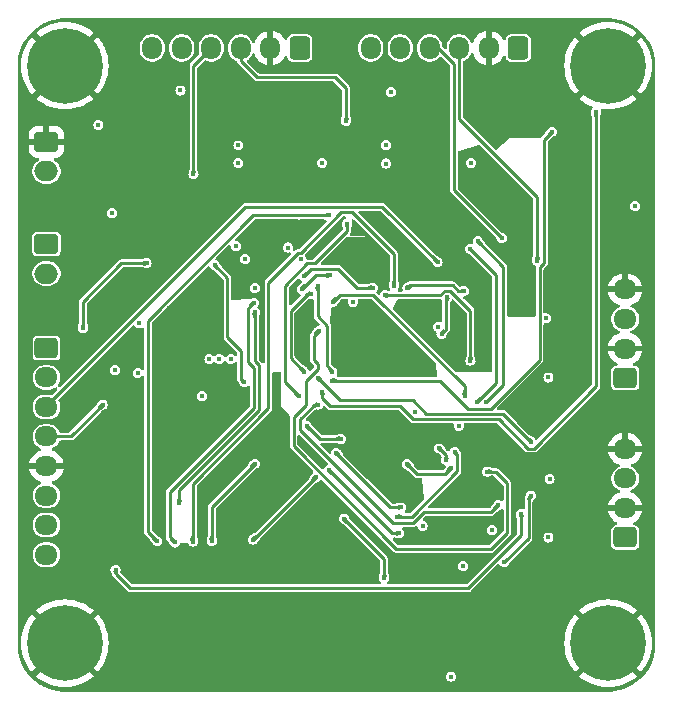
<source format=gbl>
%TF.GenerationSoftware,KiCad,Pcbnew,8.0.5*%
%TF.CreationDate,2024-10-23T11:00:35+02:00*%
%TF.ProjectId,Projet_torero,50726f6a-6574-45f7-946f-7265726f2e6b,rev?*%
%TF.SameCoordinates,Original*%
%TF.FileFunction,Copper,L4,Bot*%
%TF.FilePolarity,Positive*%
%FSLAX46Y46*%
G04 Gerber Fmt 4.6, Leading zero omitted, Abs format (unit mm)*
G04 Created by KiCad (PCBNEW 8.0.5) date 2024-10-23 11:00:35*
%MOMM*%
%LPD*%
G01*
G04 APERTURE LIST*
G04 Aperture macros list*
%AMRoundRect*
0 Rectangle with rounded corners*
0 $1 Rounding radius*
0 $2 $3 $4 $5 $6 $7 $8 $9 X,Y pos of 4 corners*
0 Add a 4 corners polygon primitive as box body*
4,1,4,$2,$3,$4,$5,$6,$7,$8,$9,$2,$3,0*
0 Add four circle primitives for the rounded corners*
1,1,$1+$1,$2,$3*
1,1,$1+$1,$4,$5*
1,1,$1+$1,$6,$7*
1,1,$1+$1,$8,$9*
0 Add four rect primitives between the rounded corners*
20,1,$1+$1,$2,$3,$4,$5,0*
20,1,$1+$1,$4,$5,$6,$7,0*
20,1,$1+$1,$6,$7,$8,$9,0*
20,1,$1+$1,$8,$9,$2,$3,0*%
G04 Aperture macros list end*
%TA.AperFunction,ComponentPad*%
%ADD10RoundRect,0.250000X0.600000X0.725000X-0.600000X0.725000X-0.600000X-0.725000X0.600000X-0.725000X0*%
%TD*%
%TA.AperFunction,ComponentPad*%
%ADD11O,1.700000X1.950000*%
%TD*%
%TA.AperFunction,ComponentPad*%
%ADD12RoundRect,0.250000X0.725000X-0.600000X0.725000X0.600000X-0.725000X0.600000X-0.725000X-0.600000X0*%
%TD*%
%TA.AperFunction,ComponentPad*%
%ADD13O,1.950000X1.700000*%
%TD*%
%TA.AperFunction,ComponentPad*%
%ADD14RoundRect,0.250000X-0.750000X0.600000X-0.750000X-0.600000X0.750000X-0.600000X0.750000X0.600000X0*%
%TD*%
%TA.AperFunction,ComponentPad*%
%ADD15O,2.000000X1.700000*%
%TD*%
%TA.AperFunction,ComponentPad*%
%ADD16C,0.800000*%
%TD*%
%TA.AperFunction,ComponentPad*%
%ADD17C,6.400000*%
%TD*%
%TA.AperFunction,ComponentPad*%
%ADD18RoundRect,0.250000X-0.725000X0.600000X-0.725000X-0.600000X0.725000X-0.600000X0.725000X0.600000X0*%
%TD*%
%TA.AperFunction,ViaPad*%
%ADD19C,0.450000*%
%TD*%
%TA.AperFunction,Conductor*%
%ADD20C,0.250000*%
%TD*%
G04 APERTURE END LIST*
D10*
%TO.P,Moteur D,1,Pin_1*%
%TO.N,/PUISSANCE/Moteur/Commande moteur*%
X182400000Y-52500000D03*
D11*
%TO.P,Moteur D,2,Pin_2*%
%TO.N,GND*%
X179900000Y-52500000D03*
%TO.P,Moteur D,3,Pin_3*%
%TO.N,/PUISSANCE/EncodeurA_Gauche*%
X177400000Y-52500000D03*
%TO.P,Moteur D,4,Pin_4*%
%TO.N,/PUISSANCE/EncodeurB_Gauche*%
X174900000Y-52500000D03*
%TO.P,Moteur D,5,Pin_5*%
%TO.N,+3.3V*%
X172400000Y-52500000D03*
%TO.P,Moteur D,6,Pin_6*%
%TO.N,/PUISSANCE/Moteur/Connecteur Moteur*%
X169900000Y-52500000D03*
%TD*%
D12*
%TO.P,CapteurBD,1*%
%TO.N,/CAPTEURS/ANALOG_OUTPUT_CAPT_BORD_D*%
X191450000Y-80450000D03*
D13*
%TO.P,CapteurBD,2*%
%TO.N,GND*%
X191450000Y-77950000D03*
%TO.P,CapteurBD,3*%
%TO.N,Net-(QRD901-Pad3)*%
X191450000Y-75450000D03*
%TO.P,CapteurBD,4*%
%TO.N,GND*%
X191450000Y-72950000D03*
%TD*%
D14*
%TO.P,ON/OFF,1,Pin_1*%
%TO.N,Net-(J501-Pin_2)*%
X142450000Y-69100000D03*
D15*
%TO.P,ON/OFF,2,Pin_2*%
%TO.N,7.2V*%
X142450000Y-71600000D03*
%TD*%
D16*
%TO.P,H2,1,1*%
%TO.N,GND*%
X141602944Y-53997056D03*
X142305888Y-52300000D03*
X142305888Y-55694112D03*
X144002944Y-51597056D03*
D17*
X144002944Y-53997056D03*
D16*
X144002944Y-56397056D03*
X145700000Y-52300000D03*
X145700000Y-55694112D03*
X146402944Y-53997056D03*
%TD*%
%TO.P,H1,1,1*%
%TO.N,GND*%
X187600000Y-54000000D03*
X188302944Y-52302944D03*
X188302944Y-55697056D03*
X190000000Y-51600000D03*
D17*
X190000000Y-54000000D03*
D16*
X190000000Y-56400000D03*
X191697056Y-52302944D03*
X191697056Y-55697056D03*
X192400000Y-54000000D03*
%TD*%
D14*
%TO.P,Batterie,1,Pin_1*%
%TO.N,GND*%
X142450000Y-60450000D03*
D15*
%TO.P,Batterie,2,Pin_2*%
%TO.N,Net-(J501-Pin_2)*%
X142450000Y-62950000D03*
%TD*%
D18*
%TO.P,LIDAR,1,Pin_1*%
%TO.N,unconnected-(J401-Pin_1-Pad1)*%
X142450000Y-77900000D03*
D13*
%TO.P,LIDAR,2,Pin_2*%
%TO.N,/CAPTEURS/M_EN_LIDAR*%
X142450000Y-80400000D03*
%TO.P,LIDAR,3,Pin_3*%
%TO.N,/CAPTEURS/DEV_EN_LIDAR*%
X142450000Y-82900000D03*
%TO.P,LIDAR,4,Pin_4*%
%TO.N,/CAPTEURS/M_SCTR_LIDAR*%
X142450000Y-85400000D03*
%TO.P,LIDAR,5,Pin_5*%
%TO.N,GND*%
X142450000Y-87900000D03*
%TO.P,LIDAR,6,Pin_6*%
%TO.N,/CAPTEURS/Rx_LIDAR*%
X142450000Y-90400000D03*
%TO.P,LIDAR,7,Pin_7*%
%TO.N,/CAPTEURS/Tx_LIDAR*%
X142450000Y-92900000D03*
%TO.P,LIDAR,8,Pin_8*%
%TO.N,+5V*%
X142450000Y-95400000D03*
%TD*%
D16*
%TO.P,H3,1,1*%
%TO.N,GND*%
X141600000Y-102900000D03*
X142302944Y-101202944D03*
X142302944Y-104597056D03*
X144000000Y-100500000D03*
D17*
X144000000Y-102900000D03*
D16*
X144000000Y-105300000D03*
X145697056Y-101202944D03*
X145697056Y-104597056D03*
X146400000Y-102900000D03*
%TD*%
D12*
%TO.P,CapteurBG,1*%
%TO.N,/CAPTEURS/ANALOG_OUTPUT_CAPT_BORD_G*%
X191450000Y-93950000D03*
D13*
%TO.P,CapteurBG,2*%
%TO.N,GND*%
X191450000Y-91450000D03*
%TO.P,CapteurBG,3*%
%TO.N,Net-(QRD801-Pad3)*%
X191450000Y-88950000D03*
%TO.P,CapteurBG,4*%
%TO.N,GND*%
X191450000Y-86450000D03*
%TD*%
D16*
%TO.P,H4,1,1*%
%TO.N,GND*%
X192400000Y-102900000D03*
X191697056Y-104597056D03*
X191697056Y-101202944D03*
X190000000Y-105300000D03*
D17*
X190000000Y-102900000D03*
D16*
X190000000Y-100500000D03*
X188302944Y-104597056D03*
X188302944Y-101202944D03*
X187600000Y-102900000D03*
%TD*%
D10*
%TO.P,Moteur G,1,Pin_1*%
%TO.N,/PUISSANCE/Moteur1/Commande moteur*%
X163900000Y-52500000D03*
D11*
%TO.P,Moteur G,2,Pin_2*%
%TO.N,GND*%
X161400000Y-52500000D03*
%TO.P,Moteur G,3,Pin_3*%
%TO.N,/PUISSANCE/EncodeurA_Droite*%
X158900000Y-52500000D03*
%TO.P,Moteur G,4,Pin_4*%
%TO.N,/PUISSANCE/EncodeurB_Droite*%
X156400000Y-52500000D03*
%TO.P,Moteur G,5,Pin_5*%
%TO.N,+3.3V*%
X153900000Y-52500000D03*
%TO.P,Moteur G,6,Pin_6*%
%TO.N,/PUISSANCE/Moteur1/Connecteur Moteur*%
X151400000Y-52500000D03*
%TD*%
D19*
%TO.N,GND*%
X165925000Y-68875000D03*
X172200000Y-95800000D03*
X171200000Y-78500000D03*
X163675000Y-75000000D03*
X161250000Y-104750000D03*
X171200000Y-79900000D03*
X163350000Y-63000000D03*
X171200000Y-77100000D03*
X164775000Y-86825000D03*
X160300000Y-68500000D03*
X175980000Y-92400000D03*
X162300000Y-63000000D03*
X174850000Y-62992500D03*
X173800000Y-60092500D03*
X153300000Y-78850000D03*
X172600000Y-79900000D03*
X172600000Y-77100000D03*
X175900000Y-60092500D03*
X182000000Y-68200000D03*
X154050000Y-58975000D03*
X164525000Y-76475000D03*
X173200000Y-90725000D03*
X157925000Y-64750000D03*
X163225000Y-73675000D03*
X157000000Y-59200000D03*
X170450000Y-64500000D03*
X172600000Y-78500000D03*
X146450000Y-75100000D03*
X160650000Y-78750000D03*
X168263174Y-71513174D03*
X172325000Y-85225000D03*
X177996164Y-90703836D03*
X163350000Y-61550000D03*
X170450000Y-58400000D03*
X175075000Y-56200000D03*
X169825000Y-67000000D03*
X151975000Y-69800000D03*
X179800000Y-76825000D03*
X174550000Y-67000000D03*
X175900000Y-61542500D03*
X161250000Y-60100000D03*
X162200000Y-83500000D03*
X174850000Y-60092500D03*
X162300000Y-60100000D03*
X192270000Y-60875000D03*
X169800000Y-77100000D03*
X169800000Y-78500000D03*
X173675000Y-85525000D03*
X192320000Y-63450000D03*
X184750000Y-96325000D03*
X192320000Y-64675000D03*
X173800000Y-62992500D03*
X172775000Y-86550000D03*
X161800000Y-80200000D03*
X152250000Y-82000000D03*
X177850000Y-92500000D03*
X161250000Y-63000000D03*
X164875000Y-79475000D03*
X186050000Y-105700000D03*
X148712500Y-104750000D03*
X178900000Y-75525000D03*
X156900000Y-56125000D03*
X161250000Y-61550000D03*
X173800000Y-61542500D03*
X169800000Y-79900000D03*
X152850000Y-74550000D03*
X163350000Y-60100000D03*
X159275000Y-71400000D03*
X175900000Y-62992500D03*
%TO.N,NRST*%
X183450000Y-90400000D03*
X165475000Y-80475000D03*
X181200000Y-96050000D03*
X183450000Y-85825000D03*
%TO.N,+3.3V*%
X184750000Y-75400000D03*
X171600000Y-56250000D03*
X184950000Y-93950000D03*
X146850000Y-59000000D03*
X192300000Y-65900000D03*
X180175000Y-93325000D03*
X168400000Y-74000000D03*
X173675000Y-83325000D03*
X176675000Y-105725000D03*
X175609310Y-76118620D03*
X184950000Y-80400000D03*
X174300000Y-92975000D03*
X153800000Y-56100000D03*
X164001409Y-70401409D03*
X162900000Y-69400000D03*
X185050000Y-89025000D03*
X177370000Y-84500000D03*
X177725000Y-96370000D03*
%TO.N,7.2V*%
X158700000Y-62250000D03*
X150275000Y-75825000D03*
X178400000Y-62217500D03*
X158700000Y-60750000D03*
X165800000Y-62225000D03*
X150175000Y-80000000D03*
X171200000Y-60742500D03*
X171200000Y-62292500D03*
X148250000Y-79775000D03*
%TO.N,+5V*%
X158050000Y-78850000D03*
X155625000Y-82000000D03*
X160100000Y-72825000D03*
X158500000Y-69300000D03*
X156250000Y-78850000D03*
X148000000Y-66500000D03*
X157100000Y-78850000D03*
X159275000Y-70375000D03*
%TO.N,Net-(IC501-EN{slash}SYNC)*%
X150925000Y-70725000D03*
X145550000Y-76225000D03*
%TO.N,SWO*%
X173013604Y-72813604D03*
X177785355Y-73085356D03*
%TO.N,Net-(U201-VBAT)*%
X172992678Y-87742677D03*
X166700000Y-74025000D03*
X176700000Y-88100000D03*
X177850000Y-81950000D03*
%TO.N,/CAPTEURS/DEV_EN_LIDAR*%
X175562500Y-70637500D03*
%TO.N,/CAPTEURS/M_EN_LIDAR*%
X167400000Y-85600000D03*
X164500000Y-84500000D03*
%TO.N,/CAPTEURS/M_SCTR_LIDAR*%
X147200000Y-82700000D03*
%TO.N,/PUISSANCE/EncodeurB_Gauche*%
X176400000Y-73600000D03*
X181000000Y-68600000D03*
X175900000Y-76700000D03*
%TO.N,/PUISSANCE/EncodeurA_Gauche*%
X184000000Y-70500000D03*
%TO.N,/PUISSANCE/EncodeurB_Droite*%
X154900000Y-63200000D03*
X156700000Y-70900000D03*
X159200000Y-80800000D03*
%TO.N,/PUISSANCE/EncodeurA_Droite*%
X167825000Y-58675000D03*
X167900000Y-67375000D03*
X163850000Y-82000000D03*
%TO.N,VCP_RX*%
X165822183Y-81600001D03*
X188975000Y-57925000D03*
%TO.N,VCP_TX*%
X166586221Y-80661221D03*
X185275000Y-59590000D03*
%TO.N,LED_N*%
X182650000Y-91975000D03*
X178350000Y-78975000D03*
X148300000Y-96700000D03*
X171129271Y-73435015D03*
%TO.N,LED_E*%
X151825000Y-94275000D03*
X166350000Y-66650000D03*
%TO.N,LED_S*%
X153325000Y-94375000D03*
X164225000Y-71850000D03*
X170100000Y-72800000D03*
X160000000Y-74075000D03*
%TO.N,LED_W*%
X171876719Y-72650677D03*
X154850000Y-94300000D03*
%TO.N,LED_NE*%
X160100000Y-87700000D03*
X156450000Y-94275000D03*
%TO.N,LED_SE*%
X159925000Y-94125000D03*
X165247182Y-88852818D03*
%TO.N,LED_SW*%
X177000000Y-86700000D03*
X172100000Y-92200000D03*
%TO.N,/CAPTEURS/ANALOG_OUTPUT_CAPT_BORD_G*%
X166350000Y-88225000D03*
X172300000Y-93600000D03*
%TO.N,/CAPTEURS/ANALOG_OUTPUT_CAPT_BORD_D*%
X166987500Y-86787500D03*
X172500000Y-91400000D03*
%TO.N,/PUISSANCE/REVG*%
X178975000Y-68875000D03*
X179700000Y-82500000D03*
%TO.N,/CAPTEURS/CS_ACC*%
X165450000Y-82700000D03*
X180700000Y-91200000D03*
%TO.N,/PUISSANCE/FWDD*%
X164275000Y-79925000D03*
X164850000Y-73300000D03*
%TO.N,/CAPTEURS/SDO_ACC*%
X176300000Y-87400000D03*
X175711091Y-86411091D03*
%TO.N,/PUISSANCE/REVD*%
X166661373Y-79950000D03*
X165400000Y-72625000D03*
%TO.N,/CAPTEURS/INT2_ACC*%
X179748591Y-88373591D03*
X165500000Y-76450000D03*
%TO.N,/PUISSANCE/FWDG*%
X178300000Y-69500000D03*
X178900000Y-82500000D03*
%TO.N,/STM32/USER_BTN*%
X166425000Y-71750000D03*
X160085346Y-74885346D03*
X167650000Y-92350000D03*
X171050000Y-97375000D03*
X164075000Y-72925000D03*
X153700000Y-91000000D03*
%TD*%
D20*
%TO.N,NRST*%
X173452818Y-82325000D02*
X174627818Y-83500000D01*
X183275000Y-93975000D02*
X181200000Y-96050000D01*
X165475000Y-80475000D02*
X167325000Y-82325000D01*
X181125000Y-83500000D02*
X183450000Y-85825000D01*
X183450000Y-90400000D02*
X183275000Y-90575000D01*
X174627818Y-83500000D02*
X181125000Y-83500000D01*
X183275000Y-90575000D02*
X183275000Y-93975000D01*
X167325000Y-82325000D02*
X173452818Y-82325000D01*
%TO.N,Net-(IC501-EN{slash}SYNC)*%
X145550000Y-76225000D02*
X145550000Y-73975000D01*
X148800000Y-70725000D02*
X150925000Y-70725000D01*
X145550000Y-73975000D02*
X148800000Y-70725000D01*
%TO.N,SWO*%
X173227208Y-72600000D02*
X173013604Y-72813604D01*
X176836396Y-72600000D02*
X173227208Y-72600000D01*
X177321752Y-73085356D02*
X176836396Y-72600000D01*
X177785355Y-73085356D02*
X177321752Y-73085356D01*
%TO.N,Net-(U201-VBAT)*%
X172992678Y-87742677D02*
X173850001Y-88600000D01*
X166700000Y-74025000D02*
X167325000Y-73400000D01*
X170100000Y-73400000D02*
X177850000Y-81150000D01*
X176200000Y-88600000D02*
X176700000Y-88100000D01*
X167325000Y-73400000D02*
X170100000Y-73400000D01*
X173850001Y-88600000D02*
X176200000Y-88600000D01*
X177850000Y-81150000D02*
X177850000Y-81950000D01*
%TO.N,/CAPTEURS/DEV_EN_LIDAR*%
X175562500Y-70637500D02*
X170900000Y-65975000D01*
X159275000Y-65975000D02*
X142450000Y-82800000D01*
X170900000Y-65975000D02*
X159275000Y-65975000D01*
X142450000Y-82800000D02*
X142450000Y-82900000D01*
%TO.N,/CAPTEURS/M_EN_LIDAR*%
X165600000Y-85600000D02*
X167400000Y-85600000D01*
X164500000Y-84500000D02*
X165600000Y-85600000D01*
%TO.N,/CAPTEURS/M_SCTR_LIDAR*%
X147200000Y-82700000D02*
X144500000Y-85400000D01*
X144500000Y-85400000D02*
X142450000Y-85400000D01*
%TO.N,/PUISSANCE/EncodeurB_Gauche*%
X176300000Y-73700000D02*
X176400000Y-73600000D01*
X175900000Y-76700000D02*
X176300000Y-76300000D01*
X176300000Y-76300000D02*
X176300000Y-73700000D01*
X175613299Y-52500000D02*
X174900000Y-52500000D01*
X176950000Y-53836701D02*
X175613299Y-52500000D01*
X181000000Y-68575737D02*
X176950000Y-64525737D01*
X181000000Y-68600000D02*
X181000000Y-68575737D01*
X176950000Y-64525737D02*
X176950000Y-53836701D01*
%TO.N,/PUISSANCE/EncodeurA_Gauche*%
X184000000Y-65100000D02*
X177400000Y-58500000D01*
X177400000Y-58500000D02*
X177400000Y-52500000D01*
X184000000Y-70500000D02*
X184000000Y-65100000D01*
%TO.N,/PUISSANCE/EncodeurB_Droite*%
X158925000Y-80525000D02*
X158925000Y-78150000D01*
X157775000Y-71975000D02*
X156700000Y-70900000D01*
X154900000Y-54000000D02*
X156400000Y-52500000D01*
X158925000Y-78150000D02*
X157775000Y-77000000D01*
X157775000Y-77000000D02*
X157775000Y-71975000D01*
X159200000Y-80800000D02*
X158925000Y-80525000D01*
X154900000Y-63200000D02*
X154900000Y-54000000D01*
%TO.N,/PUISSANCE/EncodeurA_Droite*%
X165150000Y-70750000D02*
X164547182Y-70750000D01*
X160300000Y-55000000D02*
X158900000Y-53600000D01*
X167825000Y-55925000D02*
X166900000Y-55000000D01*
X166900000Y-55000000D02*
X160300000Y-55000000D01*
X158900000Y-53600000D02*
X158900000Y-52500000D01*
X167900000Y-68000000D02*
X165150000Y-70750000D01*
X167900000Y-67375000D02*
X167900000Y-68000000D01*
X164547182Y-70750000D02*
X162675000Y-72622182D01*
X162675000Y-80825000D02*
X163850000Y-82000000D01*
X162675000Y-72622182D02*
X162675000Y-80825000D01*
X167825000Y-58675000D02*
X167825000Y-55925000D01*
%TO.N,VCP_RX*%
X165822183Y-81600001D02*
X165822183Y-82172183D01*
X172372182Y-82800000D02*
X173522182Y-83950000D01*
X173522182Y-83950000D02*
X180726471Y-83950000D01*
X188975000Y-81148529D02*
X188975000Y-57925000D01*
X183201471Y-86425000D02*
X183698529Y-86425000D01*
X183698529Y-86425000D02*
X188975000Y-81148529D01*
X180726471Y-83950000D02*
X183201471Y-86425000D01*
X165822183Y-82172183D02*
X166450000Y-82800000D01*
X166450000Y-82800000D02*
X172372182Y-82800000D01*
%TO.N,VCP_TX*%
X184200000Y-71077818D02*
X184200000Y-78900000D01*
X180050000Y-83050000D02*
X178172182Y-83050000D01*
X184550000Y-70727818D02*
X184200000Y-71077818D01*
X184200000Y-78900000D02*
X180050000Y-83050000D01*
X184550000Y-60315000D02*
X184550000Y-70727818D01*
X175783403Y-80661221D02*
X166586221Y-80661221D01*
X185275000Y-59590000D02*
X184550000Y-60315000D01*
X178172182Y-83050000D02*
X175783403Y-80661221D01*
%TO.N,LED_N*%
X182650000Y-93751471D02*
X178176471Y-98225000D01*
X182650000Y-91975000D02*
X182650000Y-93751471D01*
X171144256Y-73450000D02*
X175772182Y-73450000D01*
X171129271Y-73435015D02*
X171144256Y-73450000D01*
X176172182Y-73050000D02*
X176650000Y-73050000D01*
X175772182Y-73450000D02*
X176172182Y-73050000D01*
X149525000Y-98225000D02*
X148300000Y-97000000D01*
X176650000Y-73050000D02*
X178350000Y-74750000D01*
X148300000Y-97000000D02*
X148300000Y-96700000D01*
X178350000Y-74750000D02*
X178350000Y-78975000D01*
X178176471Y-98225000D02*
X149525000Y-98225000D01*
%TO.N,LED_E*%
X166350000Y-66650000D02*
X159972182Y-66650000D01*
X159972182Y-66650000D02*
X151025000Y-75597182D01*
X151025000Y-93475000D02*
X151825000Y-94275000D01*
X151025000Y-75597182D02*
X151025000Y-93475000D01*
%TO.N,LED_S*%
X152875000Y-90088604D02*
X152875000Y-93925000D01*
X160000000Y-79561396D02*
X160000000Y-82963604D01*
X159535346Y-79096742D02*
X160000000Y-79561396D01*
X160000000Y-82963604D02*
X152875000Y-90088604D01*
X160000000Y-74075000D02*
X159535346Y-74539654D01*
X164875000Y-71200000D02*
X164225000Y-71850000D01*
X159535346Y-74539654D02*
X159535346Y-79096742D01*
X152875000Y-93925000D02*
X153325000Y-94375000D01*
X167172182Y-71200000D02*
X164875000Y-71200000D01*
X170100000Y-72800000D02*
X168772182Y-72800000D01*
X168772182Y-72800000D02*
X167172182Y-71200000D01*
%TO.N,LED_W*%
X161250000Y-72375000D02*
X163773591Y-69851409D01*
X154850000Y-94300000D02*
X154850000Y-89386396D01*
X154850000Y-89386396D02*
X161250000Y-82986396D01*
X168325000Y-66425000D02*
X171876719Y-69976719D01*
X163998591Y-69851409D02*
X167425000Y-66425000D01*
X163773591Y-69851409D02*
X163998591Y-69851409D01*
X167425000Y-66425000D02*
X168325000Y-66425000D01*
X171876719Y-69976719D02*
X171876719Y-72650677D01*
X161250000Y-82986396D02*
X161250000Y-72375000D01*
%TO.N,LED_NE*%
X156450000Y-91350000D02*
X156450000Y-94275000D01*
X160100000Y-87700000D02*
X156450000Y-91350000D01*
%TO.N,LED_SE*%
X165247182Y-88852818D02*
X159975000Y-94125000D01*
X159975000Y-94125000D02*
X159925000Y-94125000D01*
%TO.N,LED_SW*%
X177250000Y-88327818D02*
X173377818Y-92200000D01*
X177000000Y-86700000D02*
X177250000Y-86950000D01*
X177250000Y-86950000D02*
X177250000Y-88327818D01*
X173377818Y-92200000D02*
X172100000Y-92200000D01*
%TO.N,/CAPTEURS/ANALOG_OUTPUT_CAPT_BORD_G*%
X171725000Y-93600000D02*
X172300000Y-93600000D01*
X166350000Y-88225000D02*
X171725000Y-93600000D01*
%TO.N,/CAPTEURS/ANALOG_OUTPUT_CAPT_BORD_D*%
X166987500Y-86787500D02*
X166987500Y-86812500D01*
X166987500Y-86812500D02*
X171575000Y-91400000D01*
X171575000Y-91400000D02*
X172500000Y-91400000D01*
%TO.N,/PUISSANCE/REVG*%
X181125000Y-71025000D02*
X181125000Y-81075000D01*
X181125000Y-81075000D02*
X179700000Y-82500000D01*
X178975000Y-68875000D02*
X181125000Y-71025000D01*
%TO.N,/CAPTEURS/CS_ACC*%
X165150000Y-82700000D02*
X163900000Y-83950000D01*
X173464214Y-92750000D02*
X174414214Y-91800000D01*
X171825000Y-92750000D02*
X173464214Y-92750000D01*
X163900000Y-83950000D02*
X163900000Y-84825000D01*
X163900000Y-84825000D02*
X171825000Y-92750000D01*
X180100000Y-91800000D02*
X180700000Y-91200000D01*
X165450000Y-82700000D02*
X165150000Y-82700000D01*
X174414214Y-91800000D02*
X180100000Y-91800000D01*
%TO.N,/PUISSANCE/FWDD*%
X163125000Y-74772182D02*
X164597182Y-73300000D01*
X164597182Y-73300000D02*
X164850000Y-73300000D01*
X164275000Y-79925000D02*
X163125000Y-78775000D01*
X163125000Y-78775000D02*
X163125000Y-74772182D01*
%TO.N,/CAPTEURS/SDO_ACC*%
X176300000Y-87000000D02*
X176300000Y-87400000D01*
X175711091Y-86411091D02*
X176300000Y-87000000D01*
%TO.N,/PUISSANCE/REVD*%
X166200000Y-76013604D02*
X165400000Y-75213604D01*
X166661373Y-79950000D02*
X166661373Y-79847159D01*
X165400000Y-75213604D02*
X165400000Y-72625000D01*
X166200000Y-79385786D02*
X166200000Y-76013604D01*
X166661373Y-79847159D02*
X166200000Y-79385786D01*
%TO.N,/CAPTEURS/INT2_ACC*%
X165425000Y-79702818D02*
X164400000Y-80727818D01*
X163375000Y-86202818D02*
X172072182Y-94900000D01*
X165425000Y-79247182D02*
X165425000Y-79702818D01*
X180107818Y-94900000D02*
X181475000Y-93532818D01*
X165500000Y-76450000D02*
X165100000Y-76850000D01*
X164400000Y-82700000D02*
X163375000Y-83725000D01*
X165102818Y-78925000D02*
X165425000Y-79247182D01*
X180473591Y-88373591D02*
X179748591Y-88373591D01*
X181475000Y-89375000D02*
X180473591Y-88373591D01*
X165100000Y-78925000D02*
X165102818Y-78925000D01*
X172072182Y-94900000D02*
X180107818Y-94900000D01*
X181475000Y-93532818D02*
X181475000Y-89375000D01*
X163375000Y-83725000D02*
X163375000Y-86202818D01*
X164400000Y-80727818D02*
X164400000Y-82700000D01*
X165100000Y-76850000D02*
X165100000Y-78925000D01*
%TO.N,/PUISSANCE/FWDG*%
X180500000Y-80900000D02*
X178900000Y-82500000D01*
X180500000Y-71700000D02*
X180500000Y-80900000D01*
X178300000Y-69500000D02*
X180500000Y-71700000D01*
%TO.N,/STM32/USER_BTN*%
X167650000Y-92400000D02*
X171050000Y-95800000D01*
X166425000Y-71750000D02*
X165250000Y-71750000D01*
X153700000Y-89900000D02*
X160450000Y-83150000D01*
X160100000Y-79025000D02*
X160100000Y-74900000D01*
X167650000Y-92350000D02*
X167650000Y-92400000D01*
X153700000Y-91000000D02*
X153700000Y-89900000D01*
X160100000Y-74900000D02*
X160085346Y-74885346D01*
X160450000Y-83150000D02*
X160450000Y-79375000D01*
X160450000Y-79375000D02*
X160100000Y-79025000D01*
X171050000Y-95800000D02*
X171050000Y-97375000D01*
X165250000Y-71750000D02*
X164075000Y-72925000D01*
%TD*%
%TA.AperFunction,Conductor*%
%TO.N,GND*%
G36*
X181086467Y-91541308D02*
G01*
X181135166Y-91591411D01*
X181149500Y-91649285D01*
X181149500Y-93346629D01*
X181129815Y-93413668D01*
X181113181Y-93434310D01*
X180009310Y-94538181D01*
X179947987Y-94571666D01*
X179921629Y-94574500D01*
X172258370Y-94574500D01*
X172191331Y-94554815D01*
X172170689Y-94538181D01*
X171789261Y-94156753D01*
X171755776Y-94095430D01*
X171760760Y-94025738D01*
X171802632Y-93969805D01*
X171868096Y-93945388D01*
X171904477Y-93948168D01*
X171914717Y-93950500D01*
X172145485Y-94003055D01*
X172157371Y-94007364D01*
X172157587Y-94006701D01*
X172166870Y-94009717D01*
X172166874Y-94009719D01*
X172233437Y-94020261D01*
X172299998Y-94030804D01*
X172300000Y-94030804D01*
X172300002Y-94030804D01*
X172433121Y-94009720D01*
X172433121Y-94009719D01*
X172433126Y-94009719D01*
X172553220Y-93948528D01*
X172648528Y-93853220D01*
X172709719Y-93733126D01*
X172710431Y-93728629D01*
X172730804Y-93600002D01*
X172730804Y-93599997D01*
X172709720Y-93466878D01*
X172709719Y-93466876D01*
X172709719Y-93466874D01*
X172648528Y-93346780D01*
X172648526Y-93346778D01*
X172648523Y-93346774D01*
X172588930Y-93287181D01*
X172555445Y-93225858D01*
X172560429Y-93156166D01*
X172602301Y-93100233D01*
X172667765Y-93075816D01*
X172676611Y-93075500D01*
X173507065Y-93075500D01*
X173507067Y-93075500D01*
X173589853Y-93053318D01*
X173664076Y-93010465D01*
X173673912Y-93000629D01*
X173735234Y-92967142D01*
X173804926Y-92972124D01*
X173860861Y-93013993D01*
X173884069Y-93068909D01*
X173890279Y-93108121D01*
X173890280Y-93108124D01*
X173890281Y-93108126D01*
X173951472Y-93228220D01*
X173951473Y-93228221D01*
X173951476Y-93228225D01*
X174046774Y-93323523D01*
X174046778Y-93323526D01*
X174046780Y-93323528D01*
X174166874Y-93384719D01*
X174166876Y-93384719D01*
X174166878Y-93384720D01*
X174299998Y-93405804D01*
X174300000Y-93405804D01*
X174300002Y-93405804D01*
X174433121Y-93384720D01*
X174433121Y-93384719D01*
X174433126Y-93384719D01*
X174550337Y-93324997D01*
X179744196Y-93324997D01*
X179744196Y-93325002D01*
X179765279Y-93458121D01*
X179765280Y-93458124D01*
X179765281Y-93458126D01*
X179826472Y-93578220D01*
X179826473Y-93578221D01*
X179826476Y-93578225D01*
X179921774Y-93673523D01*
X179921778Y-93673526D01*
X179921780Y-93673528D01*
X180041874Y-93734719D01*
X180041876Y-93734719D01*
X180041878Y-93734720D01*
X180174998Y-93755804D01*
X180175000Y-93755804D01*
X180175002Y-93755804D01*
X180308121Y-93734720D01*
X180308121Y-93734719D01*
X180308126Y-93734719D01*
X180428220Y-93673528D01*
X180523528Y-93578220D01*
X180584719Y-93458126D01*
X180588834Y-93432147D01*
X180605804Y-93325002D01*
X180605804Y-93324997D01*
X180584720Y-93191878D01*
X180584719Y-93191876D01*
X180584719Y-93191874D01*
X180523528Y-93071780D01*
X180523526Y-93071778D01*
X180523523Y-93071774D01*
X180428225Y-92976476D01*
X180428221Y-92976473D01*
X180428220Y-92976472D01*
X180308126Y-92915281D01*
X180308124Y-92915280D01*
X180308121Y-92915279D01*
X180175002Y-92894196D01*
X180174998Y-92894196D01*
X180041878Y-92915279D01*
X179921778Y-92976473D01*
X179921774Y-92976476D01*
X179826476Y-93071774D01*
X179826473Y-93071778D01*
X179765279Y-93191878D01*
X179744196Y-93324997D01*
X174550337Y-93324997D01*
X174553220Y-93323528D01*
X174648528Y-93228220D01*
X174709719Y-93108126D01*
X174710969Y-93100233D01*
X174730804Y-92975002D01*
X174730804Y-92974997D01*
X174709720Y-92841878D01*
X174709719Y-92841876D01*
X174709719Y-92841874D01*
X174648528Y-92721780D01*
X174648526Y-92721778D01*
X174648523Y-92721774D01*
X174553225Y-92626476D01*
X174553221Y-92626473D01*
X174553220Y-92626472D01*
X174433126Y-92565281D01*
X174433124Y-92565280D01*
X174433121Y-92565279D01*
X174393909Y-92559069D01*
X174330774Y-92529140D01*
X174293842Y-92469829D01*
X174294840Y-92399966D01*
X174325624Y-92348916D01*
X174512722Y-92161819D01*
X174574045Y-92128334D01*
X174600403Y-92125500D01*
X180142851Y-92125500D01*
X180142853Y-92125500D01*
X180225639Y-92103318D01*
X180299862Y-92060465D01*
X180570256Y-91790069D01*
X180591902Y-91772799D01*
X180887195Y-91587057D01*
X180889384Y-91585157D01*
X180914354Y-91568330D01*
X180953220Y-91548528D01*
X180953220Y-91548527D01*
X180961916Y-91544097D01*
X180962585Y-91545411D01*
X181018412Y-91525488D01*
X181086467Y-91541308D01*
G37*
%TD.AperFunction*%
%TA.AperFunction,Conductor*%
G36*
X163905703Y-85291476D02*
G01*
X163912181Y-85297508D01*
X166237348Y-87622675D01*
X166270833Y-87683998D01*
X166265849Y-87753690D01*
X166223977Y-87809623D01*
X166205962Y-87820840D01*
X166096780Y-87876472D01*
X166096779Y-87876473D01*
X166096774Y-87876476D01*
X166001476Y-87971774D01*
X166001473Y-87971779D01*
X166001472Y-87971780D01*
X165948770Y-88075214D01*
X165944890Y-88082829D01*
X165896915Y-88133625D01*
X165829094Y-88150420D01*
X165762959Y-88127882D01*
X165746724Y-88114215D01*
X163736819Y-86104310D01*
X163703334Y-86042987D01*
X163700500Y-86016629D01*
X163700500Y-85385189D01*
X163720185Y-85318150D01*
X163772989Y-85272395D01*
X163842147Y-85262451D01*
X163905703Y-85291476D01*
G37*
%TD.AperFunction*%
%TA.AperFunction,Conductor*%
G36*
X167934526Y-73745185D02*
G01*
X167980281Y-73797989D01*
X167990225Y-73867147D01*
X167989960Y-73868898D01*
X167969196Y-73999997D01*
X167969196Y-74000002D01*
X167990279Y-74133121D01*
X167990280Y-74133124D01*
X167990281Y-74133126D01*
X168051472Y-74253220D01*
X168051473Y-74253221D01*
X168051476Y-74253225D01*
X168146774Y-74348523D01*
X168146778Y-74348526D01*
X168146780Y-74348528D01*
X168266874Y-74409719D01*
X168266876Y-74409719D01*
X168266878Y-74409720D01*
X168399998Y-74430804D01*
X168400000Y-74430804D01*
X168400002Y-74430804D01*
X168533121Y-74409720D01*
X168533121Y-74409719D01*
X168533126Y-74409719D01*
X168653220Y-74348528D01*
X168748528Y-74253220D01*
X168809719Y-74133126D01*
X168821733Y-74057273D01*
X168830804Y-74000002D01*
X168830804Y-73999997D01*
X168810040Y-73868898D01*
X168818995Y-73799604D01*
X168863991Y-73746152D01*
X168930743Y-73725513D01*
X168932513Y-73725500D01*
X169913811Y-73725500D01*
X169980850Y-73745185D01*
X170001492Y-73761819D01*
X175420867Y-79181194D01*
X175454352Y-79242517D01*
X175456945Y-79261140D01*
X175515874Y-80203986D01*
X175500409Y-80272123D01*
X175450562Y-80321082D01*
X175392115Y-80335721D01*
X167144738Y-80335721D01*
X167077699Y-80316036D01*
X167031944Y-80263232D01*
X167022000Y-80194074D01*
X167034253Y-80155427D01*
X167049006Y-80126472D01*
X167071092Y-80083126D01*
X167071092Y-80083124D01*
X167071093Y-80083123D01*
X167092177Y-79950002D01*
X167092177Y-79949997D01*
X167071093Y-79816878D01*
X167071092Y-79816876D01*
X167071092Y-79816874D01*
X167009901Y-79696780D01*
X167009899Y-79696778D01*
X167009897Y-79696775D01*
X166970365Y-79657244D01*
X166959452Y-79644764D01*
X166950879Y-79633524D01*
X166947115Y-79628589D01*
X166919590Y-79604309D01*
X166637396Y-79355382D01*
X166631580Y-79351878D01*
X166607885Y-79333344D01*
X166561819Y-79287278D01*
X166528334Y-79225955D01*
X166525500Y-79199597D01*
X166525500Y-75970753D01*
X166525500Y-75970751D01*
X166509886Y-75912479D01*
X166503318Y-75887965D01*
X166500974Y-75883906D01*
X166484500Y-75816009D01*
X166484580Y-75814514D01*
X166484866Y-75809720D01*
X166558808Y-74571199D01*
X166582453Y-74505454D01*
X166637890Y-74462927D01*
X166690241Y-74457368D01*
X166690241Y-74455804D01*
X166700002Y-74455804D01*
X166833121Y-74434720D01*
X166833121Y-74434719D01*
X166833126Y-74434719D01*
X166953220Y-74373528D01*
X167048528Y-74278220D01*
X167068346Y-74239322D01*
X167083822Y-74217399D01*
X167083322Y-74217011D01*
X167087056Y-74212196D01*
X167089620Y-74208121D01*
X167272799Y-73916903D01*
X167290070Y-73895255D01*
X167423509Y-73761817D01*
X167484832Y-73728334D01*
X167511189Y-73725500D01*
X167867487Y-73725500D01*
X167934526Y-73745185D01*
G37*
%TD.AperFunction*%
%TA.AperFunction,Conductor*%
G36*
X165000396Y-73726914D02*
G01*
X165053848Y-73771910D01*
X165074487Y-73838662D01*
X165074500Y-73840432D01*
X165074500Y-75256456D01*
X165096682Y-75339244D01*
X165118108Y-75376354D01*
X165139535Y-75413466D01*
X165139537Y-75413468D01*
X165539646Y-75813577D01*
X165573131Y-75874900D01*
X165568147Y-75944592D01*
X165526275Y-76000525D01*
X165471363Y-76023731D01*
X165366878Y-76040279D01*
X165246778Y-76101473D01*
X165246774Y-76101476D01*
X165151472Y-76196778D01*
X165131654Y-76235673D01*
X165116176Y-76257610D01*
X165116672Y-76257995D01*
X165112940Y-76262806D01*
X164927201Y-76558092D01*
X164909922Y-76579749D01*
X164839535Y-76650138D01*
X164839533Y-76650141D01*
X164796681Y-76724361D01*
X164796682Y-76724362D01*
X164774500Y-76807147D01*
X164774500Y-78967853D01*
X164791342Y-79030706D01*
X164796682Y-79050637D01*
X164796685Y-79050644D01*
X164839530Y-79124855D01*
X164839533Y-79124859D01*
X164839535Y-79124862D01*
X164871522Y-79156849D01*
X164900142Y-79185469D01*
X164905802Y-79189812D01*
X164917999Y-79200508D01*
X165063181Y-79345690D01*
X165096666Y-79407013D01*
X165099500Y-79433371D01*
X165099500Y-79516628D01*
X165079815Y-79583667D01*
X165063181Y-79604309D01*
X164869836Y-79797653D01*
X164808513Y-79831138D01*
X164738821Y-79826154D01*
X164682888Y-79784282D01*
X164671675Y-79766275D01*
X164623528Y-79671780D01*
X164623525Y-79671777D01*
X164623523Y-79671774D01*
X164528225Y-79576476D01*
X164528220Y-79576472D01*
X164489324Y-79556653D01*
X164467389Y-79541174D01*
X164467004Y-79541672D01*
X164462197Y-79537943D01*
X164166904Y-79352200D01*
X164145246Y-79334919D01*
X163486819Y-78676492D01*
X163453334Y-78615169D01*
X163450500Y-78588811D01*
X163450500Y-74958369D01*
X163470185Y-74891330D01*
X163486814Y-74870692D01*
X164589070Y-73768436D01*
X164650391Y-73734953D01*
X164675596Y-73732124D01*
X164837904Y-73730620D01*
X164840376Y-73730804D01*
X164850000Y-73730804D01*
X164931102Y-73717959D01*
X165000396Y-73726914D01*
G37*
%TD.AperFunction*%
%TA.AperFunction,Conductor*%
G36*
X163743039Y-66995185D02*
G01*
X163788794Y-67047989D01*
X163800000Y-67099500D01*
X163800000Y-68275000D01*
X163850000Y-68275000D01*
X163850000Y-67099500D01*
X163869685Y-67032461D01*
X163922489Y-66986706D01*
X163974000Y-66975500D01*
X165841001Y-66975500D01*
X165868536Y-66978596D01*
X166091554Y-67029386D01*
X166152548Y-67063465D01*
X166185436Y-67125111D01*
X166179774Y-67194751D01*
X166151700Y-67237971D01*
X163900084Y-69489589D01*
X163838761Y-69523074D01*
X163812403Y-69525908D01*
X163730738Y-69525908D01*
X163703820Y-69533121D01*
X163647950Y-69548091D01*
X163647949Y-69548092D01*
X163573732Y-69590941D01*
X163519009Y-69645664D01*
X163457685Y-69679148D01*
X163387993Y-69674163D01*
X163332060Y-69632292D01*
X163307644Y-69566827D01*
X163308855Y-69538584D01*
X163330804Y-69400002D01*
X163330804Y-69399997D01*
X163309720Y-69266878D01*
X163309719Y-69266876D01*
X163309719Y-69266874D01*
X163248528Y-69146780D01*
X163248526Y-69146778D01*
X163248523Y-69146774D01*
X163153225Y-69051476D01*
X163153221Y-69051473D01*
X163153220Y-69051472D01*
X163033126Y-68990281D01*
X163033124Y-68990280D01*
X163033121Y-68990279D01*
X162900002Y-68969196D01*
X162899998Y-68969196D01*
X162766878Y-68990279D01*
X162646778Y-69051473D01*
X162646774Y-69051476D01*
X162551476Y-69146774D01*
X162551473Y-69146778D01*
X162490279Y-69266878D01*
X162469196Y-69399997D01*
X162469196Y-69400002D01*
X162490279Y-69533121D01*
X162490280Y-69533124D01*
X162490281Y-69533126D01*
X162550620Y-69651547D01*
X162551473Y-69653221D01*
X162551476Y-69653225D01*
X162646774Y-69748523D01*
X162646778Y-69748526D01*
X162646780Y-69748528D01*
X162766874Y-69809719D01*
X162766876Y-69809719D01*
X162766878Y-69809720D01*
X162899998Y-69830804D01*
X162900000Y-69830804D01*
X162900002Y-69830804D01*
X163038584Y-69808855D01*
X163107878Y-69817810D01*
X163161330Y-69862806D01*
X163181969Y-69929558D01*
X163163244Y-69996871D01*
X163145663Y-70019009D01*
X160989537Y-72175135D01*
X160989535Y-72175138D01*
X160946681Y-72249361D01*
X160946681Y-72249362D01*
X160939945Y-72274498D01*
X160939946Y-72274499D01*
X160924500Y-72332145D01*
X160924500Y-79089810D01*
X160904815Y-79156849D01*
X160852011Y-79202604D01*
X160782853Y-79212548D01*
X160719297Y-79183523D01*
X160712819Y-79177491D01*
X160645542Y-79110214D01*
X160645521Y-79110194D01*
X160461819Y-78926492D01*
X160428334Y-78865169D01*
X160425500Y-78838811D01*
X160425500Y-75389795D01*
X160427699Y-75366545D01*
X160465074Y-75170751D01*
X160491367Y-75033009D01*
X160495006Y-75018843D01*
X160495065Y-75018472D01*
X160499253Y-74992023D01*
X160499919Y-74988213D01*
X160503549Y-74969196D01*
X160509560Y-74937709D01*
X160512243Y-74919039D01*
X160512451Y-74916897D01*
X160513037Y-74909468D01*
X160513036Y-74909467D01*
X160513357Y-74905413D01*
X160514501Y-74895758D01*
X160516150Y-74885349D01*
X160516150Y-74885343D01*
X160495066Y-74752224D01*
X160495065Y-74752222D01*
X160495065Y-74752220D01*
X160433874Y-74632126D01*
X160433872Y-74632124D01*
X160433869Y-74632120D01*
X160331666Y-74529917D01*
X160333156Y-74528426D01*
X160298312Y-74483246D01*
X160292328Y-74413633D01*
X160324930Y-74351835D01*
X160326110Y-74350637D01*
X160348528Y-74328220D01*
X160409719Y-74208126D01*
X160417639Y-74158121D01*
X160430804Y-74075002D01*
X160430804Y-74074997D01*
X160409720Y-73941878D01*
X160409719Y-73941876D01*
X160409719Y-73941874D01*
X160348528Y-73821780D01*
X160348526Y-73821778D01*
X160348523Y-73821774D01*
X160253225Y-73726476D01*
X160253221Y-73726473D01*
X160253220Y-73726472D01*
X160133126Y-73665281D01*
X160133124Y-73665280D01*
X160133121Y-73665279D01*
X160000002Y-73644196D01*
X159999998Y-73644196D01*
X159866878Y-73665279D01*
X159746778Y-73726473D01*
X159746774Y-73726476D01*
X159709174Y-73764076D01*
X159647851Y-73797561D01*
X159623265Y-73800381D01*
X158226271Y-73820338D01*
X158158957Y-73801613D01*
X158112453Y-73749468D01*
X158100500Y-73696351D01*
X158100500Y-72824997D01*
X159669196Y-72824997D01*
X159669196Y-72825002D01*
X159690279Y-72958121D01*
X159690280Y-72958124D01*
X159690281Y-72958126D01*
X159751472Y-73078220D01*
X159751473Y-73078221D01*
X159751476Y-73078225D01*
X159846774Y-73173523D01*
X159846778Y-73173526D01*
X159846780Y-73173528D01*
X159966874Y-73234719D01*
X159966876Y-73234719D01*
X159966878Y-73234720D01*
X160099998Y-73255804D01*
X160100000Y-73255804D01*
X160100002Y-73255804D01*
X160233121Y-73234720D01*
X160233121Y-73234719D01*
X160233126Y-73234719D01*
X160353220Y-73173528D01*
X160448528Y-73078220D01*
X160509719Y-72958126D01*
X160513679Y-72933126D01*
X160530804Y-72825002D01*
X160530804Y-72824997D01*
X160509720Y-72691878D01*
X160509719Y-72691876D01*
X160509719Y-72691874D01*
X160448528Y-72571780D01*
X160448526Y-72571778D01*
X160448523Y-72571774D01*
X160353225Y-72476476D01*
X160353221Y-72476473D01*
X160353220Y-72476472D01*
X160233126Y-72415281D01*
X160233124Y-72415280D01*
X160233121Y-72415279D01*
X160100002Y-72394196D01*
X160099998Y-72394196D01*
X159966878Y-72415279D01*
X159846778Y-72476473D01*
X159846774Y-72476476D01*
X159751476Y-72571774D01*
X159751473Y-72571778D01*
X159690279Y-72691878D01*
X159669196Y-72824997D01*
X158100500Y-72824997D01*
X158100500Y-72027855D01*
X158100501Y-72027842D01*
X158100501Y-71932149D01*
X158100501Y-71932148D01*
X158078318Y-71849362D01*
X158069415Y-71833941D01*
X158035465Y-71775138D01*
X157974862Y-71714535D01*
X157974861Y-71714534D01*
X157970531Y-71710204D01*
X157970520Y-71710194D01*
X157290078Y-71029751D01*
X157272797Y-71008092D01*
X157087060Y-70712808D01*
X157087056Y-70712803D01*
X157085149Y-70710605D01*
X157068326Y-70685637D01*
X157059879Y-70669059D01*
X157048528Y-70646780D01*
X156953220Y-70551472D01*
X156833126Y-70490281D01*
X156833124Y-70490280D01*
X156825608Y-70486451D01*
X156774812Y-70438476D01*
X156759092Y-70374997D01*
X158844196Y-70374997D01*
X158844196Y-70375002D01*
X158865279Y-70508121D01*
X158865280Y-70508124D01*
X158865281Y-70508126D01*
X158926472Y-70628220D01*
X158926473Y-70628221D01*
X158926476Y-70628225D01*
X159021774Y-70723523D01*
X159021778Y-70723526D01*
X159021780Y-70723528D01*
X159141874Y-70784719D01*
X159141876Y-70784719D01*
X159141878Y-70784720D01*
X159274998Y-70805804D01*
X159275000Y-70805804D01*
X159275002Y-70805804D01*
X159408121Y-70784720D01*
X159408121Y-70784719D01*
X159408126Y-70784719D01*
X159528220Y-70723528D01*
X159623528Y-70628220D01*
X159684719Y-70508126D01*
X159684720Y-70508121D01*
X159705804Y-70375002D01*
X159705804Y-70374997D01*
X159684720Y-70241878D01*
X159684719Y-70241876D01*
X159684719Y-70241874D01*
X159623528Y-70121780D01*
X159623526Y-70121778D01*
X159623523Y-70121774D01*
X159528225Y-70026476D01*
X159528221Y-70026473D01*
X159528220Y-70026472D01*
X159408126Y-69965281D01*
X159408124Y-69965280D01*
X159408121Y-69965279D01*
X159275002Y-69944196D01*
X159274998Y-69944196D01*
X159141878Y-69965279D01*
X159021778Y-70026473D01*
X159021774Y-70026476D01*
X158926476Y-70121774D01*
X158926473Y-70121778D01*
X158865279Y-70241878D01*
X158844196Y-70374997D01*
X156759092Y-70374997D01*
X156758017Y-70370655D01*
X156780554Y-70304520D01*
X156794216Y-70288291D01*
X157857915Y-69224592D01*
X157919236Y-69191109D01*
X157988928Y-69196093D01*
X158044861Y-69237965D01*
X158068067Y-69292877D01*
X158090279Y-69433121D01*
X158090280Y-69433124D01*
X158090281Y-69433126D01*
X158151472Y-69553220D01*
X158151473Y-69553221D01*
X158151476Y-69553225D01*
X158246774Y-69648523D01*
X158246778Y-69648526D01*
X158246780Y-69648528D01*
X158366874Y-69709719D01*
X158366876Y-69709719D01*
X158366878Y-69709720D01*
X158499998Y-69730804D01*
X158500000Y-69730804D01*
X158500002Y-69730804D01*
X158633121Y-69709720D01*
X158633121Y-69709719D01*
X158633126Y-69709719D01*
X158753220Y-69648528D01*
X158848528Y-69553220D01*
X158909719Y-69433126D01*
X158914086Y-69405553D01*
X158930804Y-69300002D01*
X158930804Y-69299997D01*
X158909720Y-69166878D01*
X158909719Y-69166876D01*
X158909719Y-69166874D01*
X158848528Y-69046780D01*
X158848526Y-69046778D01*
X158848523Y-69046774D01*
X158753225Y-68951476D01*
X158753221Y-68951473D01*
X158753220Y-68951472D01*
X158633126Y-68890281D01*
X158633124Y-68890280D01*
X158633121Y-68890279D01*
X158492877Y-68868067D01*
X158429742Y-68838138D01*
X158392811Y-68778826D01*
X158393809Y-68708964D01*
X158424591Y-68657916D01*
X160070690Y-67011819D01*
X160132013Y-66978334D01*
X160158371Y-66975500D01*
X163676000Y-66975500D01*
X163743039Y-66995185D01*
G37*
%TD.AperFunction*%
%TA.AperFunction,Conductor*%
G36*
X163811807Y-72048213D02*
G01*
X163867741Y-72090084D01*
X163872610Y-72097904D01*
X163876476Y-72103225D01*
X163971774Y-72198523D01*
X163971776Y-72198524D01*
X163971780Y-72198528D01*
X164028894Y-72227629D01*
X164079689Y-72275603D01*
X164096484Y-72343424D01*
X164073947Y-72409559D01*
X164038621Y-72443075D01*
X163914356Y-72521240D01*
X163887804Y-72537941D01*
X163885590Y-72539862D01*
X163860643Y-72556669D01*
X163821780Y-72576472D01*
X163821774Y-72576476D01*
X163726476Y-72671774D01*
X163726473Y-72671778D01*
X163726472Y-72671780D01*
X163682477Y-72758126D01*
X163665279Y-72791878D01*
X163644196Y-72924997D01*
X163644196Y-72925002D01*
X163665279Y-73058121D01*
X163665280Y-73058124D01*
X163665281Y-73058126D01*
X163726472Y-73178220D01*
X163726473Y-73178221D01*
X163726476Y-73178225D01*
X163821774Y-73273523D01*
X163821778Y-73273526D01*
X163821780Y-73273528D01*
X163895973Y-73311331D01*
X163946768Y-73359305D01*
X163963563Y-73427125D01*
X163941026Y-73493260D01*
X163927358Y-73509496D01*
X163212181Y-74224674D01*
X163150858Y-74258159D01*
X163081167Y-74253175D01*
X163025233Y-74211304D01*
X163000816Y-74145839D01*
X163000500Y-74136993D01*
X163000500Y-72808370D01*
X163020185Y-72741331D01*
X163036815Y-72720693D01*
X163680795Y-72076712D01*
X163742116Y-72043229D01*
X163811807Y-72048213D01*
G37*
%TD.AperFunction*%
%TA.AperFunction,Conductor*%
G36*
X168477044Y-67037371D02*
G01*
X171514900Y-70075227D01*
X171548385Y-70136550D01*
X171551219Y-70162908D01*
X171551219Y-72141671D01*
X171548123Y-72169206D01*
X171473662Y-72496163D01*
X171469358Y-72508054D01*
X171470016Y-72508268D01*
X171466999Y-72517554D01*
X171445915Y-72650674D01*
X171445915Y-72650679D01*
X171466998Y-72783798D01*
X171466999Y-72783801D01*
X171467000Y-72783803D01*
X171516611Y-72881170D01*
X171529507Y-72949839D01*
X171503230Y-73014579D01*
X171446124Y-73054836D01*
X171376318Y-73057828D01*
X171373676Y-73057143D01*
X171281823Y-73032238D01*
X171271426Y-73028229D01*
X171262394Y-73025294D01*
X171129273Y-73004211D01*
X171129269Y-73004211D01*
X170996149Y-73025294D01*
X170876049Y-73086488D01*
X170876045Y-73086491D01*
X170780747Y-73181789D01*
X170780744Y-73181793D01*
X170780743Y-73181795D01*
X170719552Y-73301889D01*
X170719551Y-73301890D01*
X170719549Y-73301896D01*
X170718967Y-73303687D01*
X170717672Y-73305580D01*
X170715122Y-73310585D01*
X170714474Y-73310255D01*
X170679521Y-73361357D01*
X170615158Y-73388546D01*
X170546314Y-73376622D01*
X170513360Y-73353033D01*
X170418719Y-73258392D01*
X170385234Y-73197069D01*
X170390218Y-73127377D01*
X170418719Y-73083030D01*
X170448523Y-73053225D01*
X170448528Y-73053220D01*
X170509719Y-72933126D01*
X170511577Y-72921398D01*
X170530804Y-72800002D01*
X170530804Y-72799997D01*
X170509720Y-72666878D01*
X170509719Y-72666876D01*
X170509719Y-72666874D01*
X170448528Y-72546780D01*
X170448526Y-72546778D01*
X170448523Y-72546774D01*
X170353225Y-72451476D01*
X170353221Y-72451473D01*
X170353220Y-72451472D01*
X170233126Y-72390281D01*
X170233124Y-72390280D01*
X170233121Y-72390279D01*
X170100002Y-72369196D01*
X170099998Y-72369196D01*
X169966874Y-72390280D01*
X169957592Y-72393296D01*
X169957378Y-72392637D01*
X169945490Y-72396942D01*
X169691374Y-72454815D01*
X169618530Y-72471404D01*
X169590998Y-72474500D01*
X168958370Y-72474500D01*
X168891331Y-72454815D01*
X168870689Y-72438181D01*
X168135977Y-71703469D01*
X167372044Y-70939535D01*
X167334932Y-70918108D01*
X167297822Y-70896682D01*
X167245250Y-70882596D01*
X167215035Y-70874500D01*
X167215034Y-70874500D01*
X165785189Y-70874500D01*
X165718150Y-70854815D01*
X165672395Y-70802011D01*
X165662451Y-70732853D01*
X165691476Y-70669297D01*
X165697508Y-70662819D01*
X167824008Y-68536319D01*
X167885331Y-68502834D01*
X167911689Y-68500000D01*
X169400000Y-68500000D01*
X169400000Y-68400000D01*
X168258341Y-68400000D01*
X168191302Y-68380315D01*
X168145547Y-68327511D01*
X168135603Y-68258353D01*
X168157102Y-68207310D01*
X168156399Y-68206904D01*
X168159635Y-68201298D01*
X168159967Y-68200511D01*
X168160459Y-68199867D01*
X168160465Y-68199862D01*
X168165997Y-68190281D01*
X168203318Y-68125638D01*
X168225500Y-68042853D01*
X168225500Y-67884002D01*
X168228596Y-67856468D01*
X168303053Y-67529521D01*
X168307365Y-67517628D01*
X168306701Y-67517413D01*
X168309716Y-67508131D01*
X168309719Y-67508126D01*
X168330804Y-67375000D01*
X168309719Y-67241874D01*
X168278877Y-67181344D01*
X168265982Y-67112678D01*
X168292258Y-67047937D01*
X168349365Y-67007680D01*
X168419170Y-67004688D01*
X168477044Y-67037371D01*
G37*
%TD.AperFunction*%
%TA.AperFunction,Conductor*%
G36*
X167738948Y-66770185D02*
G01*
X167784703Y-66822989D01*
X167794647Y-66892147D01*
X167765622Y-66955703D01*
X167728206Y-66984983D01*
X167646780Y-67026472D01*
X167646779Y-67026473D01*
X167646774Y-67026476D01*
X167551476Y-67121774D01*
X167551473Y-67121778D01*
X167490279Y-67241878D01*
X167469196Y-67374997D01*
X167469196Y-67375002D01*
X167490280Y-67508122D01*
X167493297Y-67517409D01*
X167492638Y-67517622D01*
X167496944Y-67529516D01*
X167558383Y-67799296D01*
X167554076Y-67869032D01*
X167525160Y-67914511D01*
X165051492Y-70388181D01*
X164990169Y-70421666D01*
X164963811Y-70424500D01*
X164541776Y-70424500D01*
X164474737Y-70404815D01*
X164428982Y-70352011D01*
X164419303Y-70319902D01*
X164411128Y-70268283D01*
X164349937Y-70148189D01*
X164349935Y-70148187D01*
X164349932Y-70148183D01*
X164343718Y-70141969D01*
X164310233Y-70080646D01*
X164315217Y-70010954D01*
X164343716Y-69966609D01*
X167523508Y-66786819D01*
X167584831Y-66753334D01*
X167611189Y-66750500D01*
X167671909Y-66750500D01*
X167738948Y-66770185D01*
G37*
%TD.AperFunction*%
%TA.AperFunction,Conductor*%
G36*
X190000733Y-50000008D02*
G01*
X190191077Y-50002343D01*
X190201681Y-50002930D01*
X190581224Y-50040312D01*
X190593249Y-50042096D01*
X190966527Y-50116345D01*
X190978329Y-50119301D01*
X191342544Y-50229785D01*
X191354002Y-50233885D01*
X191705627Y-50379532D01*
X191716626Y-50384734D01*
X192052282Y-50564147D01*
X192062713Y-50570399D01*
X192379169Y-50781849D01*
X192388942Y-50789097D01*
X192645426Y-50999587D01*
X192683148Y-51030544D01*
X192692165Y-51038717D01*
X192961282Y-51307834D01*
X192969455Y-51316851D01*
X193210902Y-51611057D01*
X193218150Y-51620830D01*
X193429600Y-51937286D01*
X193435856Y-51947724D01*
X193615264Y-52283372D01*
X193620467Y-52294372D01*
X193766114Y-52645997D01*
X193770214Y-52657455D01*
X193880698Y-53021670D01*
X193883654Y-53033474D01*
X193957902Y-53406744D01*
X193959688Y-53418781D01*
X193997068Y-53798304D01*
X193997656Y-53808937D01*
X193999991Y-53999266D01*
X194000000Y-54000787D01*
X194000000Y-102999212D01*
X193999991Y-103000733D01*
X193997656Y-103191062D01*
X193997068Y-103201695D01*
X193959688Y-103581218D01*
X193957902Y-103593255D01*
X193883654Y-103966525D01*
X193880698Y-103978329D01*
X193770214Y-104342544D01*
X193766114Y-104354002D01*
X193620467Y-104705627D01*
X193615264Y-104716627D01*
X193435856Y-105052275D01*
X193429600Y-105062713D01*
X193218150Y-105379169D01*
X193210902Y-105388942D01*
X192969455Y-105683148D01*
X192961282Y-105692165D01*
X192692165Y-105961282D01*
X192683148Y-105969455D01*
X192388942Y-106210902D01*
X192379169Y-106218150D01*
X192062713Y-106429600D01*
X192052275Y-106435856D01*
X191716627Y-106615264D01*
X191705627Y-106620467D01*
X191354002Y-106766114D01*
X191342544Y-106770214D01*
X190978329Y-106880698D01*
X190966525Y-106883654D01*
X190593255Y-106957902D01*
X190581218Y-106959688D01*
X190201695Y-106997068D01*
X190191062Y-106997656D01*
X190000734Y-106999991D01*
X189999213Y-107000000D01*
X144000787Y-107000000D01*
X143999266Y-106999991D01*
X143808937Y-106997656D01*
X143798304Y-106997068D01*
X143418781Y-106959688D01*
X143406744Y-106957902D01*
X143033474Y-106883654D01*
X143021670Y-106880698D01*
X142657455Y-106770214D01*
X142645997Y-106766114D01*
X142294372Y-106620467D01*
X142283372Y-106615264D01*
X141947724Y-106435856D01*
X141937286Y-106429600D01*
X141620830Y-106218150D01*
X141611057Y-106210902D01*
X141327537Y-105978225D01*
X141316850Y-105969454D01*
X141307834Y-105961282D01*
X141038717Y-105692165D01*
X141030544Y-105683148D01*
X140789097Y-105388942D01*
X140781849Y-105379169D01*
X140580470Y-105077785D01*
X140570396Y-105062708D01*
X140564143Y-105052275D01*
X140384735Y-104716627D01*
X140379532Y-104705627D01*
X140233885Y-104354002D01*
X140229785Y-104342544D01*
X140119301Y-103978329D01*
X140116345Y-103966525D01*
X140042097Y-103593255D01*
X140040311Y-103581218D01*
X140002930Y-103201681D01*
X140002343Y-103191075D01*
X140000009Y-103000732D01*
X140000000Y-102999212D01*
X140000000Y-102899999D01*
X140294922Y-102899999D01*
X140294922Y-102900000D01*
X140315219Y-103287287D01*
X140375886Y-103670323D01*
X140375887Y-103670330D01*
X140476262Y-104044936D01*
X140615244Y-104406994D01*
X140791310Y-104752543D01*
X141002531Y-105077793D01*
X141211095Y-105335350D01*
X141211096Y-105335350D01*
X142705748Y-103840698D01*
X142779588Y-103942330D01*
X142957670Y-104120412D01*
X143059300Y-104194251D01*
X141564648Y-105688903D01*
X141564649Y-105688904D01*
X141822206Y-105897468D01*
X142147456Y-106108689D01*
X142493005Y-106284755D01*
X142855063Y-106423737D01*
X143229669Y-106524112D01*
X143229676Y-106524113D01*
X143612712Y-106584780D01*
X143999999Y-106605078D01*
X144000001Y-106605078D01*
X144387287Y-106584780D01*
X144770323Y-106524113D01*
X144770330Y-106524112D01*
X145144936Y-106423737D01*
X145506994Y-106284755D01*
X145852543Y-106108689D01*
X146177783Y-105897476D01*
X146177785Y-105897475D01*
X146390776Y-105724997D01*
X176244196Y-105724997D01*
X176244196Y-105725002D01*
X176265279Y-105858121D01*
X176265280Y-105858124D01*
X176265281Y-105858126D01*
X176326472Y-105978220D01*
X176326473Y-105978221D01*
X176326476Y-105978225D01*
X176421774Y-106073523D01*
X176421778Y-106073526D01*
X176421780Y-106073528D01*
X176541874Y-106134719D01*
X176541876Y-106134719D01*
X176541878Y-106134720D01*
X176674998Y-106155804D01*
X176675000Y-106155804D01*
X176675002Y-106155804D01*
X176808121Y-106134720D01*
X176808121Y-106134719D01*
X176808126Y-106134719D01*
X176928220Y-106073528D01*
X177023528Y-105978220D01*
X177084719Y-105858126D01*
X177105804Y-105725000D01*
X177100603Y-105692165D01*
X177084720Y-105591878D01*
X177084719Y-105591876D01*
X177084719Y-105591874D01*
X177023528Y-105471780D01*
X177023526Y-105471778D01*
X177023523Y-105471774D01*
X176928225Y-105376476D01*
X176928221Y-105376473D01*
X176928220Y-105376472D01*
X176808126Y-105315281D01*
X176808124Y-105315280D01*
X176808121Y-105315279D01*
X176675002Y-105294196D01*
X176674998Y-105294196D01*
X176541878Y-105315279D01*
X176421778Y-105376473D01*
X176421774Y-105376476D01*
X176326476Y-105471774D01*
X176326473Y-105471778D01*
X176265279Y-105591878D01*
X176244196Y-105724997D01*
X146390776Y-105724997D01*
X146435349Y-105688902D01*
X144940698Y-104194251D01*
X145042330Y-104120412D01*
X145220412Y-103942330D01*
X145294251Y-103840698D01*
X146788902Y-105335349D01*
X146997475Y-105077785D01*
X146997476Y-105077783D01*
X147208689Y-104752543D01*
X147384755Y-104406994D01*
X147523737Y-104044936D01*
X147624112Y-103670330D01*
X147624113Y-103670323D01*
X147684780Y-103287287D01*
X147705078Y-102900000D01*
X147705078Y-102899999D01*
X186294922Y-102899999D01*
X186294922Y-102900000D01*
X186315219Y-103287287D01*
X186375886Y-103670323D01*
X186375887Y-103670330D01*
X186476262Y-104044936D01*
X186615244Y-104406994D01*
X186791310Y-104752543D01*
X187002531Y-105077793D01*
X187211095Y-105335350D01*
X187211096Y-105335350D01*
X188705748Y-103840698D01*
X188779588Y-103942330D01*
X188957670Y-104120412D01*
X189059300Y-104194251D01*
X187564648Y-105688903D01*
X187564649Y-105688904D01*
X187822206Y-105897468D01*
X188147456Y-106108689D01*
X188493005Y-106284755D01*
X188855063Y-106423737D01*
X189229669Y-106524112D01*
X189229676Y-106524113D01*
X189612712Y-106584780D01*
X189999999Y-106605078D01*
X190000001Y-106605078D01*
X190387287Y-106584780D01*
X190770323Y-106524113D01*
X190770330Y-106524112D01*
X191144936Y-106423737D01*
X191506994Y-106284755D01*
X191852543Y-106108689D01*
X192177783Y-105897476D01*
X192177785Y-105897475D01*
X192435349Y-105688902D01*
X190940698Y-104194251D01*
X191042330Y-104120412D01*
X191220412Y-103942330D01*
X191294251Y-103840698D01*
X192788902Y-105335349D01*
X192997475Y-105077785D01*
X192997476Y-105077783D01*
X193208689Y-104752543D01*
X193384755Y-104406994D01*
X193523737Y-104044936D01*
X193624112Y-103670330D01*
X193624113Y-103670323D01*
X193684780Y-103287287D01*
X193705078Y-102900000D01*
X193705078Y-102899999D01*
X193684780Y-102512712D01*
X193624113Y-102129676D01*
X193624112Y-102129669D01*
X193523737Y-101755063D01*
X193384755Y-101393005D01*
X193208689Y-101047456D01*
X192997468Y-100722206D01*
X192788904Y-100464649D01*
X192788903Y-100464648D01*
X191294251Y-101959300D01*
X191220412Y-101857670D01*
X191042330Y-101679588D01*
X190940698Y-101605748D01*
X192435350Y-100111096D01*
X192435350Y-100111095D01*
X192177793Y-99902531D01*
X191852543Y-99691310D01*
X191506994Y-99515244D01*
X191144936Y-99376262D01*
X190770330Y-99275887D01*
X190770323Y-99275886D01*
X190387287Y-99215219D01*
X190000001Y-99194922D01*
X189999999Y-99194922D01*
X189612712Y-99215219D01*
X189229676Y-99275886D01*
X189229669Y-99275887D01*
X188855063Y-99376262D01*
X188493005Y-99515244D01*
X188147456Y-99691310D01*
X187822206Y-99902531D01*
X187564648Y-100111095D01*
X187564648Y-100111096D01*
X189059301Y-101605748D01*
X188957670Y-101679588D01*
X188779588Y-101857670D01*
X188705748Y-101959300D01*
X187211096Y-100464648D01*
X187211095Y-100464648D01*
X187002531Y-100722206D01*
X186791310Y-101047456D01*
X186615244Y-101393005D01*
X186476262Y-101755063D01*
X186375887Y-102129669D01*
X186375886Y-102129676D01*
X186315219Y-102512712D01*
X186294922Y-102899999D01*
X147705078Y-102899999D01*
X147684780Y-102512712D01*
X147624113Y-102129676D01*
X147624112Y-102129669D01*
X147523737Y-101755063D01*
X147384755Y-101393005D01*
X147208689Y-101047456D01*
X146997468Y-100722206D01*
X146788904Y-100464649D01*
X146788903Y-100464648D01*
X145294251Y-101959300D01*
X145220412Y-101857670D01*
X145042330Y-101679588D01*
X144940698Y-101605748D01*
X146435350Y-100111096D01*
X146435350Y-100111095D01*
X146177793Y-99902531D01*
X145852543Y-99691310D01*
X145506994Y-99515244D01*
X145144936Y-99376262D01*
X144770330Y-99275887D01*
X144770323Y-99275886D01*
X144387287Y-99215219D01*
X144000001Y-99194922D01*
X143999999Y-99194922D01*
X143612712Y-99215219D01*
X143229676Y-99275886D01*
X143229669Y-99275887D01*
X142855063Y-99376262D01*
X142493005Y-99515244D01*
X142147456Y-99691310D01*
X141822206Y-99902531D01*
X141564648Y-100111095D01*
X141564648Y-100111096D01*
X143059301Y-101605748D01*
X142957670Y-101679588D01*
X142779588Y-101857670D01*
X142705748Y-101959300D01*
X141211096Y-100464648D01*
X141211095Y-100464648D01*
X141002531Y-100722206D01*
X140791310Y-101047456D01*
X140615244Y-101393005D01*
X140476262Y-101755063D01*
X140375887Y-102129669D01*
X140375886Y-102129676D01*
X140315219Y-102512712D01*
X140294922Y-102899999D01*
X140000000Y-102899999D01*
X140000000Y-96699997D01*
X147869196Y-96699997D01*
X147869196Y-96700002D01*
X147890279Y-96833123D01*
X147906922Y-96865786D01*
X147914590Y-96884452D01*
X147918545Y-96896872D01*
X147959043Y-96970193D01*
X147974500Y-97030144D01*
X147974500Y-97042852D01*
X147996682Y-97125640D01*
X148018108Y-97162750D01*
X148039535Y-97199862D01*
X148039537Y-97199864D01*
X148149244Y-97309571D01*
X148157409Y-97318578D01*
X148158895Y-97320388D01*
X148158900Y-97320392D01*
X148164942Y-97326024D01*
X148164900Y-97326068D01*
X148170304Y-97330631D01*
X149260194Y-98420520D01*
X149260204Y-98420531D01*
X149264534Y-98424861D01*
X149264535Y-98424862D01*
X149325138Y-98485465D01*
X149325140Y-98485466D01*
X149325141Y-98485467D01*
X149399358Y-98528316D01*
X149399359Y-98528317D01*
X149399361Y-98528317D01*
X149399362Y-98528318D01*
X149482147Y-98550501D01*
X149482149Y-98550501D01*
X149575449Y-98550501D01*
X149575465Y-98550500D01*
X178219322Y-98550500D01*
X178219324Y-98550500D01*
X178302110Y-98528318D01*
X178376333Y-98485465D01*
X180631927Y-96229869D01*
X180693248Y-96196386D01*
X180762940Y-96201370D01*
X180818873Y-96243242D01*
X180830090Y-96261256D01*
X180834136Y-96269196D01*
X180851471Y-96303219D01*
X180851476Y-96303225D01*
X180946774Y-96398523D01*
X180946778Y-96398526D01*
X180946780Y-96398528D01*
X181066874Y-96459719D01*
X181066876Y-96459719D01*
X181066878Y-96459720D01*
X181199998Y-96480804D01*
X181200000Y-96480804D01*
X181200002Y-96480804D01*
X181333121Y-96459720D01*
X181333121Y-96459719D01*
X181333126Y-96459719D01*
X181453220Y-96398528D01*
X181548528Y-96303220D01*
X181568346Y-96264322D01*
X181583822Y-96242399D01*
X181583322Y-96242011D01*
X181587056Y-96237196D01*
X181600405Y-96215975D01*
X181772799Y-95941903D01*
X181790075Y-95920250D01*
X183535465Y-94174862D01*
X183578318Y-94100639D01*
X183600500Y-94017853D01*
X183600500Y-93949997D01*
X184519196Y-93949997D01*
X184519196Y-93950002D01*
X184540279Y-94083121D01*
X184540280Y-94083124D01*
X184540281Y-94083126D01*
X184601472Y-94203220D01*
X184601473Y-94203221D01*
X184601476Y-94203225D01*
X184696774Y-94298523D01*
X184696778Y-94298526D01*
X184696780Y-94298528D01*
X184816874Y-94359719D01*
X184816876Y-94359719D01*
X184816878Y-94359720D01*
X184949998Y-94380804D01*
X184950000Y-94380804D01*
X184950002Y-94380804D01*
X185083121Y-94359720D01*
X185083121Y-94359719D01*
X185083126Y-94359719D01*
X185203220Y-94298528D01*
X185298528Y-94203220D01*
X185359719Y-94083126D01*
X185364004Y-94056071D01*
X185380804Y-93950002D01*
X185380804Y-93949997D01*
X185359720Y-93816878D01*
X185359719Y-93816876D01*
X185359719Y-93816874D01*
X185298528Y-93696780D01*
X185298526Y-93696778D01*
X185298523Y-93696774D01*
X185203225Y-93601476D01*
X185203221Y-93601473D01*
X185203220Y-93601472D01*
X185083126Y-93540281D01*
X185083124Y-93540280D01*
X185083121Y-93540279D01*
X184950002Y-93519196D01*
X184949998Y-93519196D01*
X184816878Y-93540279D01*
X184696778Y-93601473D01*
X184696774Y-93601476D01*
X184601476Y-93696774D01*
X184601473Y-93696778D01*
X184540279Y-93816878D01*
X184519196Y-93949997D01*
X183600500Y-93949997D01*
X183600500Y-93932147D01*
X183600500Y-90915032D01*
X183620185Y-90847993D01*
X183634930Y-90829281D01*
X183749649Y-90709452D01*
X183755908Y-90699761D01*
X183772385Y-90679361D01*
X183798528Y-90653220D01*
X183859719Y-90533126D01*
X183859719Y-90533124D01*
X183859720Y-90533123D01*
X183880804Y-90400002D01*
X183880804Y-90399997D01*
X183859720Y-90266878D01*
X183859719Y-90266876D01*
X183859719Y-90266874D01*
X183798528Y-90146780D01*
X183798526Y-90146778D01*
X183798523Y-90146774D01*
X183703225Y-90051476D01*
X183703221Y-90051473D01*
X183703220Y-90051472D01*
X183583126Y-89990281D01*
X183583124Y-89990280D01*
X183583121Y-89990279D01*
X183450002Y-89969196D01*
X183449998Y-89969196D01*
X183316878Y-89990279D01*
X183196778Y-90051473D01*
X183196774Y-90051476D01*
X183101476Y-90146774D01*
X183101474Y-90146778D01*
X183101472Y-90146780D01*
X183074913Y-90198905D01*
X183040280Y-90266876D01*
X183029978Y-90331918D01*
X183014892Y-90374519D01*
X182971682Y-90449360D01*
X182968904Y-90459730D01*
X182968903Y-90459733D01*
X182949500Y-90532147D01*
X182949500Y-90725946D01*
X182948326Y-90741892D01*
X182948450Y-90741908D01*
X182948266Y-90743398D01*
X182948036Y-90745739D01*
X182947376Y-90754293D01*
X182947376Y-90754299D01*
X182947747Y-90756478D01*
X182949500Y-90777252D01*
X182949500Y-91448668D01*
X182929815Y-91515707D01*
X182877011Y-91561462D01*
X182807853Y-91571406D01*
X182787178Y-91566598D01*
X182783120Y-91565279D01*
X182650002Y-91544196D01*
X182649998Y-91544196D01*
X182516878Y-91565279D01*
X182396778Y-91626473D01*
X182396774Y-91626476D01*
X182301476Y-91721774D01*
X182301473Y-91721778D01*
X182240279Y-91841878D01*
X182219196Y-91974997D01*
X182219196Y-91975002D01*
X182240280Y-92108122D01*
X182243297Y-92117409D01*
X182242638Y-92117622D01*
X182246944Y-92129515D01*
X182321404Y-92456466D01*
X182324500Y-92484001D01*
X182324500Y-93565282D01*
X182304815Y-93632321D01*
X182288181Y-93652963D01*
X178077963Y-97863181D01*
X178016640Y-97896666D01*
X177990282Y-97899500D01*
X171426611Y-97899500D01*
X171359572Y-97879815D01*
X171313817Y-97827011D01*
X171303873Y-97757853D01*
X171332898Y-97694297D01*
X171338930Y-97687819D01*
X171398523Y-97628225D01*
X171398528Y-97628220D01*
X171459719Y-97508126D01*
X171480804Y-97375000D01*
X171459719Y-97241874D01*
X171459717Y-97241870D01*
X171456701Y-97232587D01*
X171457363Y-97232371D01*
X171453054Y-97220480D01*
X171378596Y-96893530D01*
X171375500Y-96865996D01*
X171375500Y-96369997D01*
X177294196Y-96369997D01*
X177294196Y-96370002D01*
X177315279Y-96503121D01*
X177315280Y-96503124D01*
X177315281Y-96503126D01*
X177376472Y-96623220D01*
X177376473Y-96623221D01*
X177376476Y-96623225D01*
X177471774Y-96718523D01*
X177471778Y-96718526D01*
X177471780Y-96718528D01*
X177591874Y-96779719D01*
X177591876Y-96779719D01*
X177591878Y-96779720D01*
X177724998Y-96800804D01*
X177725000Y-96800804D01*
X177725002Y-96800804D01*
X177858121Y-96779720D01*
X177858121Y-96779719D01*
X177858126Y-96779719D01*
X177978220Y-96718528D01*
X178073528Y-96623220D01*
X178134719Y-96503126D01*
X178134720Y-96503121D01*
X178155804Y-96370002D01*
X178155804Y-96369997D01*
X178134720Y-96236878D01*
X178134719Y-96236876D01*
X178134719Y-96236874D01*
X178073528Y-96116780D01*
X178073526Y-96116778D01*
X178073523Y-96116774D01*
X177978225Y-96021476D01*
X177978221Y-96021473D01*
X177978220Y-96021472D01*
X177858126Y-95960281D01*
X177858124Y-95960280D01*
X177858121Y-95960279D01*
X177725002Y-95939196D01*
X177724998Y-95939196D01*
X177591878Y-95960279D01*
X177471778Y-96021473D01*
X177471774Y-96021476D01*
X177376476Y-96116774D01*
X177376473Y-96116778D01*
X177315279Y-96236878D01*
X177294196Y-96369997D01*
X171375500Y-96369997D01*
X171375500Y-95757149D01*
X171375500Y-95757147D01*
X171353318Y-95674362D01*
X171353318Y-95674361D01*
X171310465Y-95600138D01*
X168216648Y-92506321D01*
X168193522Y-92474297D01*
X168046372Y-92181339D01*
X168037853Y-92169959D01*
X168026634Y-92151942D01*
X168004307Y-92108122D01*
X167998530Y-92096783D01*
X167998529Y-92096782D01*
X167998528Y-92096780D01*
X167903220Y-92001472D01*
X167783126Y-91940281D01*
X167783124Y-91940280D01*
X167783121Y-91940279D01*
X167650002Y-91919196D01*
X167649998Y-91919196D01*
X167516878Y-91940279D01*
X167396778Y-92001473D01*
X167396774Y-92001476D01*
X167301476Y-92096774D01*
X167301473Y-92096778D01*
X167240279Y-92216878D01*
X167219196Y-92349997D01*
X167219196Y-92350002D01*
X167240279Y-92483121D01*
X167240280Y-92483124D01*
X167240281Y-92483126D01*
X167301472Y-92603220D01*
X167364926Y-92666674D01*
X167369301Y-92671281D01*
X167378895Y-92681917D01*
X167383404Y-92686023D01*
X167383374Y-92686055D01*
X167390262Y-92692011D01*
X167396774Y-92698523D01*
X167396777Y-92698525D01*
X167396780Y-92698528D01*
X167401320Y-92700841D01*
X167419124Y-92711900D01*
X167718920Y-92935338D01*
X167718923Y-92935339D01*
X167718925Y-92935341D01*
X167723131Y-92937981D01*
X167722553Y-92938901D01*
X167745117Y-92955444D01*
X170688181Y-95898508D01*
X170721666Y-95959831D01*
X170724500Y-95986189D01*
X170724500Y-96865994D01*
X170721404Y-96893529D01*
X170646943Y-97220486D01*
X170642639Y-97232377D01*
X170643297Y-97232591D01*
X170640280Y-97241877D01*
X170619196Y-97374997D01*
X170619196Y-97375002D01*
X170640279Y-97508121D01*
X170640280Y-97508124D01*
X170640281Y-97508126D01*
X170701472Y-97628220D01*
X170701473Y-97628221D01*
X170701476Y-97628225D01*
X170761070Y-97687819D01*
X170794555Y-97749142D01*
X170789571Y-97818834D01*
X170747699Y-97874767D01*
X170682235Y-97899184D01*
X170673389Y-97899500D01*
X149711188Y-97899500D01*
X149644149Y-97879815D01*
X149623507Y-97863181D01*
X148749011Y-96988684D01*
X148715526Y-96927361D01*
X148713261Y-96889138D01*
X148728328Y-96732448D01*
X148729016Y-96723013D01*
X148729070Y-96721930D01*
X148729069Y-96721927D01*
X148729410Y-96715113D01*
X148730002Y-96715142D01*
X148730708Y-96700605D01*
X148730804Y-96699999D01*
X148730804Y-96699997D01*
X148709720Y-96566878D01*
X148709719Y-96566876D01*
X148709719Y-96566874D01*
X148648528Y-96446780D01*
X148648526Y-96446778D01*
X148648523Y-96446774D01*
X148553225Y-96351476D01*
X148553221Y-96351473D01*
X148553220Y-96351472D01*
X148433126Y-96290281D01*
X148433124Y-96290280D01*
X148433121Y-96290279D01*
X148300002Y-96269196D01*
X148299998Y-96269196D01*
X148166878Y-96290279D01*
X148046778Y-96351473D01*
X148046774Y-96351476D01*
X147951476Y-96446774D01*
X147951473Y-96446778D01*
X147890279Y-96566878D01*
X147869196Y-96699997D01*
X140000000Y-96699997D01*
X140000000Y-95296530D01*
X141274500Y-95296530D01*
X141274500Y-95503469D01*
X141308493Y-95674361D01*
X141314870Y-95706420D01*
X141394059Y-95897598D01*
X141435941Y-95960279D01*
X141509024Y-96069657D01*
X141655342Y-96215975D01*
X141655345Y-96215977D01*
X141827402Y-96330941D01*
X142018580Y-96410130D01*
X142202803Y-96446774D01*
X142221530Y-96450499D01*
X142221534Y-96450500D01*
X142221535Y-96450500D01*
X142678466Y-96450500D01*
X142678467Y-96450499D01*
X142881420Y-96410130D01*
X143072598Y-96330941D01*
X143244655Y-96215977D01*
X143390977Y-96069655D01*
X143505941Y-95897598D01*
X143585130Y-95706420D01*
X143625500Y-95503465D01*
X143625500Y-95296535D01*
X143585130Y-95093580D01*
X143505941Y-94902402D01*
X143390977Y-94730345D01*
X143390975Y-94730342D01*
X143244657Y-94584024D01*
X143107988Y-94492706D01*
X143072598Y-94469059D01*
X143061350Y-94464400D01*
X142881420Y-94389870D01*
X142881412Y-94389868D01*
X142678469Y-94349500D01*
X142678465Y-94349500D01*
X142221535Y-94349500D01*
X142221530Y-94349500D01*
X142018587Y-94389868D01*
X142018579Y-94389870D01*
X141827403Y-94469058D01*
X141655342Y-94584024D01*
X141509024Y-94730342D01*
X141394058Y-94902403D01*
X141314870Y-95093579D01*
X141314868Y-95093587D01*
X141274500Y-95296530D01*
X140000000Y-95296530D01*
X140000000Y-92796530D01*
X141274500Y-92796530D01*
X141274500Y-93003469D01*
X141314868Y-93206412D01*
X141314870Y-93206420D01*
X141394058Y-93397596D01*
X141509024Y-93569657D01*
X141655342Y-93715975D01*
X141655345Y-93715977D01*
X141827402Y-93830941D01*
X142018580Y-93910130D01*
X142195835Y-93945388D01*
X142221530Y-93950499D01*
X142221534Y-93950500D01*
X142221535Y-93950500D01*
X142678466Y-93950500D01*
X142678467Y-93950499D01*
X142881420Y-93910130D01*
X143072598Y-93830941D01*
X143244655Y-93715977D01*
X143390977Y-93569655D01*
X143505941Y-93397598D01*
X143585130Y-93206420D01*
X143625500Y-93003465D01*
X143625500Y-92796535D01*
X143585130Y-92593580D01*
X143505941Y-92402402D01*
X143390977Y-92230345D01*
X143390975Y-92230342D01*
X143244657Y-92084024D01*
X143081489Y-91975000D01*
X143072598Y-91969059D01*
X143070565Y-91968217D01*
X142881420Y-91889870D01*
X142881412Y-91889868D01*
X142678469Y-91849500D01*
X142678465Y-91849500D01*
X142221535Y-91849500D01*
X142221530Y-91849500D01*
X142018587Y-91889868D01*
X142018579Y-91889870D01*
X141827403Y-91969058D01*
X141655342Y-92084024D01*
X141509024Y-92230342D01*
X141394058Y-92402403D01*
X141314870Y-92593579D01*
X141314868Y-92593587D01*
X141274500Y-92796530D01*
X140000000Y-92796530D01*
X140000000Y-87650000D01*
X140997769Y-87650000D01*
X142045854Y-87650000D01*
X142007370Y-87716657D01*
X141975000Y-87837465D01*
X141975000Y-87962535D01*
X142007370Y-88083343D01*
X142045854Y-88150000D01*
X140997769Y-88150000D01*
X141008242Y-88216126D01*
X141008242Y-88216129D01*
X141073904Y-88418217D01*
X141170379Y-88607557D01*
X141295272Y-88779459D01*
X141295276Y-88779464D01*
X141445535Y-88929723D01*
X141445540Y-88929727D01*
X141617442Y-89054620D01*
X141806782Y-89151095D01*
X141928855Y-89190759D01*
X141986530Y-89230196D01*
X142013729Y-89294555D01*
X142001815Y-89363401D01*
X141954570Y-89414877D01*
X141937990Y-89423251D01*
X141827404Y-89469057D01*
X141655342Y-89584024D01*
X141509024Y-89730342D01*
X141394058Y-89902403D01*
X141314870Y-90093579D01*
X141314868Y-90093587D01*
X141274500Y-90296530D01*
X141274500Y-90503469D01*
X141314868Y-90706412D01*
X141314870Y-90706420D01*
X141394058Y-90897596D01*
X141509024Y-91069657D01*
X141655342Y-91215975D01*
X141655345Y-91215977D01*
X141827402Y-91330941D01*
X142018580Y-91410130D01*
X142212325Y-91448668D01*
X142221530Y-91450499D01*
X142221534Y-91450500D01*
X142221535Y-91450500D01*
X142678466Y-91450500D01*
X142678467Y-91450499D01*
X142881420Y-91410130D01*
X143072598Y-91330941D01*
X143244655Y-91215977D01*
X143390977Y-91069655D01*
X143505941Y-90897598D01*
X143585130Y-90706420D01*
X143625500Y-90503465D01*
X143625500Y-90296535D01*
X143585130Y-90093580D01*
X143505941Y-89902402D01*
X143390977Y-89730345D01*
X143390975Y-89730342D01*
X143244657Y-89584024D01*
X143072596Y-89469057D01*
X142962009Y-89423251D01*
X142907606Y-89379410D01*
X142885541Y-89313116D01*
X142902820Y-89245416D01*
X142953958Y-89197806D01*
X142971144Y-89190759D01*
X143093217Y-89151095D01*
X143282557Y-89054620D01*
X143454459Y-88929727D01*
X143454464Y-88929723D01*
X143604723Y-88779464D01*
X143604727Y-88779459D01*
X143729620Y-88607557D01*
X143826095Y-88418217D01*
X143891757Y-88216129D01*
X143891757Y-88216126D01*
X143902231Y-88150000D01*
X142854146Y-88150000D01*
X142892630Y-88083343D01*
X142925000Y-87962535D01*
X142925000Y-87837465D01*
X142892630Y-87716657D01*
X142854146Y-87650000D01*
X143902231Y-87650000D01*
X143891757Y-87583873D01*
X143891757Y-87583870D01*
X143826095Y-87381782D01*
X143729620Y-87192442D01*
X143604727Y-87020540D01*
X143604723Y-87020535D01*
X143454464Y-86870276D01*
X143454459Y-86870272D01*
X143282557Y-86745379D01*
X143093216Y-86648904D01*
X142971144Y-86609240D01*
X142913468Y-86569802D01*
X142886270Y-86505444D01*
X142898185Y-86436597D01*
X142945429Y-86385122D01*
X142962006Y-86376749D01*
X143072598Y-86330941D01*
X143244655Y-86215977D01*
X143390977Y-86069655D01*
X143505941Y-85897598D01*
X143545520Y-85802047D01*
X143589361Y-85747644D01*
X143655655Y-85725579D01*
X143660081Y-85725500D01*
X144542851Y-85725500D01*
X144542853Y-85725500D01*
X144625639Y-85703318D01*
X144699862Y-85660465D01*
X147070251Y-83290074D01*
X147091902Y-83272799D01*
X147387195Y-83087057D01*
X147389384Y-83085157D01*
X147414354Y-83068330D01*
X147453220Y-83048528D01*
X147548528Y-82953220D01*
X147609719Y-82833126D01*
X147614830Y-82800858D01*
X147630804Y-82700002D01*
X147630804Y-82699997D01*
X147609720Y-82566878D01*
X147609719Y-82566876D01*
X147609719Y-82566874D01*
X147548528Y-82446780D01*
X147548526Y-82446778D01*
X147548523Y-82446774D01*
X147453225Y-82351476D01*
X147453221Y-82351473D01*
X147453220Y-82351472D01*
X147333126Y-82290281D01*
X147333124Y-82290280D01*
X147333121Y-82290279D01*
X147200002Y-82269196D01*
X147199998Y-82269196D01*
X147066878Y-82290279D01*
X146946778Y-82351473D01*
X146946774Y-82351476D01*
X146851472Y-82446778D01*
X146831654Y-82485673D01*
X146816176Y-82507610D01*
X146816672Y-82507995D01*
X146812937Y-82512810D01*
X146627202Y-82808091D01*
X146609921Y-82829750D01*
X144401492Y-85038181D01*
X144340169Y-85071666D01*
X144313811Y-85074500D01*
X143660081Y-85074500D01*
X143593042Y-85054815D01*
X143547287Y-85002011D01*
X143545520Y-84997953D01*
X143505942Y-84902403D01*
X143390975Y-84730342D01*
X143244657Y-84584024D01*
X143118900Y-84499997D01*
X143072598Y-84469059D01*
X142951499Y-84418898D01*
X142881420Y-84389870D01*
X142881412Y-84389868D01*
X142678469Y-84349500D01*
X142678465Y-84349500D01*
X142221535Y-84349500D01*
X142221530Y-84349500D01*
X142018587Y-84389868D01*
X142018579Y-84389870D01*
X141827403Y-84469058D01*
X141655342Y-84584024D01*
X141509024Y-84730342D01*
X141394058Y-84902403D01*
X141314870Y-85093579D01*
X141314868Y-85093587D01*
X141274500Y-85296530D01*
X141274500Y-85503469D01*
X141314253Y-85703318D01*
X141314870Y-85706420D01*
X141394059Y-85897598D01*
X141412914Y-85925816D01*
X141509024Y-86069657D01*
X141655342Y-86215975D01*
X141655345Y-86215977D01*
X141827402Y-86330941D01*
X141937990Y-86376748D01*
X141992393Y-86420589D01*
X142014458Y-86486883D01*
X141997179Y-86554582D01*
X141946042Y-86602193D01*
X141928856Y-86609240D01*
X141806781Y-86648905D01*
X141617442Y-86745379D01*
X141445540Y-86870272D01*
X141445535Y-86870276D01*
X141295276Y-87020535D01*
X141295272Y-87020540D01*
X141170379Y-87192442D01*
X141073904Y-87381782D01*
X141008242Y-87583870D01*
X141008242Y-87583873D01*
X140997769Y-87650000D01*
X140000000Y-87650000D01*
X140000000Y-80296530D01*
X141274500Y-80296530D01*
X141274500Y-80503469D01*
X141314868Y-80706412D01*
X141314870Y-80706420D01*
X141379336Y-80862055D01*
X141394059Y-80897598D01*
X141451541Y-80983626D01*
X141509024Y-81069657D01*
X141655342Y-81215975D01*
X141655345Y-81215977D01*
X141827402Y-81330941D01*
X142018580Y-81410130D01*
X142221530Y-81450499D01*
X142221534Y-81450500D01*
X142221535Y-81450500D01*
X142678466Y-81450500D01*
X142678467Y-81450499D01*
X142881420Y-81410130D01*
X143072598Y-81330941D01*
X143189460Y-81252856D01*
X143256137Y-81231979D01*
X143323517Y-81250464D01*
X143370207Y-81302442D01*
X143381383Y-81371412D01*
X143353497Y-81435476D01*
X143346031Y-81443640D01*
X142943619Y-81846052D01*
X142882296Y-81879537D01*
X142831748Y-81879989D01*
X142691938Y-81852180D01*
X142678465Y-81849500D01*
X142221535Y-81849500D01*
X142221530Y-81849500D01*
X142018587Y-81889868D01*
X142018579Y-81889870D01*
X141827403Y-81969058D01*
X141655342Y-82084024D01*
X141509024Y-82230342D01*
X141394058Y-82402403D01*
X141314870Y-82593579D01*
X141314868Y-82593587D01*
X141274500Y-82796530D01*
X141274500Y-83003469D01*
X141314868Y-83206412D01*
X141314870Y-83206420D01*
X141343510Y-83275564D01*
X141394059Y-83397598D01*
X141429628Y-83450831D01*
X141509024Y-83569657D01*
X141655342Y-83715975D01*
X141655345Y-83715977D01*
X141827402Y-83830941D01*
X142018580Y-83910130D01*
X142221530Y-83950499D01*
X142221534Y-83950500D01*
X142221535Y-83950500D01*
X142678466Y-83950500D01*
X142678467Y-83950499D01*
X142881420Y-83910130D01*
X143072598Y-83830941D01*
X143244655Y-83715977D01*
X143390977Y-83569655D01*
X143505941Y-83397598D01*
X143585130Y-83206420D01*
X143625500Y-83003465D01*
X143625500Y-82796535D01*
X143585130Y-82593580D01*
X143505941Y-82402402D01*
X143483161Y-82368310D01*
X143462285Y-82301636D01*
X143480769Y-82234256D01*
X143498580Y-82211745D01*
X145935328Y-79774997D01*
X147819196Y-79774997D01*
X147819196Y-79775002D01*
X147840279Y-79908121D01*
X147840280Y-79908124D01*
X147840281Y-79908126D01*
X147899322Y-80024000D01*
X147901473Y-80028221D01*
X147901476Y-80028225D01*
X147996774Y-80123523D01*
X147996778Y-80123526D01*
X147996780Y-80123528D01*
X148116874Y-80184719D01*
X148116876Y-80184719D01*
X148116878Y-80184720D01*
X148249998Y-80205804D01*
X148250000Y-80205804D01*
X148250002Y-80205804D01*
X148383121Y-80184720D01*
X148383121Y-80184719D01*
X148383126Y-80184719D01*
X148503220Y-80123528D01*
X148598528Y-80028220D01*
X148659719Y-79908126D01*
X148660582Y-79902680D01*
X148680804Y-79775002D01*
X148680804Y-79774997D01*
X148659720Y-79641878D01*
X148659719Y-79641876D01*
X148659719Y-79641874D01*
X148598528Y-79521780D01*
X148598526Y-79521778D01*
X148598523Y-79521774D01*
X148503225Y-79426476D01*
X148503221Y-79426473D01*
X148503220Y-79426472D01*
X148383126Y-79365281D01*
X148383124Y-79365280D01*
X148383121Y-79365279D01*
X148250002Y-79344196D01*
X148249998Y-79344196D01*
X148116878Y-79365279D01*
X148116874Y-79365280D01*
X148116874Y-79365281D01*
X148078725Y-79384719D01*
X147996778Y-79426473D01*
X147996774Y-79426476D01*
X147901476Y-79521774D01*
X147901473Y-79521778D01*
X147840279Y-79641878D01*
X147819196Y-79774997D01*
X145935328Y-79774997D01*
X149706431Y-76003894D01*
X149767752Y-75970411D01*
X149837444Y-75975395D01*
X149893377Y-76017267D01*
X149904592Y-76035278D01*
X149911584Y-76049000D01*
X149926471Y-76078218D01*
X149926476Y-76078225D01*
X150021774Y-76173523D01*
X150021778Y-76173526D01*
X150021780Y-76173528D01*
X150141874Y-76234719D01*
X150141876Y-76234719D01*
X150141878Y-76234720D01*
X150274998Y-76255804D01*
X150275000Y-76255804D01*
X150275002Y-76255804D01*
X150408121Y-76234720D01*
X150408121Y-76234719D01*
X150408126Y-76234719D01*
X150519209Y-76178119D01*
X150587874Y-76165224D01*
X150652614Y-76191500D01*
X150692872Y-76248606D01*
X150699500Y-76288605D01*
X150699500Y-79623389D01*
X150679815Y-79690428D01*
X150627011Y-79736183D01*
X150557853Y-79746127D01*
X150494297Y-79717102D01*
X150487819Y-79711070D01*
X150428225Y-79651476D01*
X150428221Y-79651473D01*
X150428220Y-79651472D01*
X150308126Y-79590281D01*
X150308124Y-79590280D01*
X150308121Y-79590279D01*
X150175002Y-79569196D01*
X150174998Y-79569196D01*
X150041878Y-79590279D01*
X149921778Y-79651473D01*
X149921774Y-79651476D01*
X149826476Y-79746774D01*
X149826473Y-79746778D01*
X149765279Y-79866878D01*
X149744196Y-79999997D01*
X149744196Y-80000002D01*
X149765279Y-80133121D01*
X149765280Y-80133124D01*
X149765281Y-80133126D01*
X149803850Y-80208821D01*
X149826473Y-80253221D01*
X149826476Y-80253225D01*
X149921774Y-80348523D01*
X149921778Y-80348526D01*
X149921780Y-80348528D01*
X150041874Y-80409719D01*
X150041876Y-80409719D01*
X150041878Y-80409720D01*
X150174998Y-80430804D01*
X150175000Y-80430804D01*
X150175002Y-80430804D01*
X150308121Y-80409720D01*
X150308121Y-80409719D01*
X150308126Y-80409719D01*
X150428220Y-80348528D01*
X150455666Y-80321082D01*
X150487819Y-80288930D01*
X150549142Y-80255445D01*
X150618834Y-80260429D01*
X150674767Y-80302301D01*
X150699184Y-80367765D01*
X150699500Y-80376611D01*
X150699500Y-93432147D01*
X150699500Y-93517853D01*
X150710350Y-93558347D01*
X150721682Y-93600640D01*
X150739974Y-93632321D01*
X150764535Y-93674862D01*
X150764537Y-93674864D01*
X151234920Y-94145247D01*
X151252199Y-94166903D01*
X151437942Y-94462195D01*
X151437945Y-94462198D01*
X151439855Y-94464400D01*
X151456669Y-94489356D01*
X151476473Y-94528222D01*
X151571774Y-94623523D01*
X151571778Y-94623526D01*
X151571780Y-94623528D01*
X151691874Y-94684719D01*
X151691876Y-94684719D01*
X151691878Y-94684720D01*
X151824998Y-94705804D01*
X151825000Y-94705804D01*
X151825002Y-94705804D01*
X151958121Y-94684720D01*
X151958121Y-94684719D01*
X151958126Y-94684719D01*
X152078220Y-94623528D01*
X152173528Y-94528220D01*
X152234719Y-94408126D01*
X152235107Y-94405678D01*
X152255804Y-94275002D01*
X152255804Y-94274997D01*
X152234720Y-94141878D01*
X152234719Y-94141876D01*
X152234719Y-94141874D01*
X152173528Y-94021780D01*
X152173526Y-94021778D01*
X152173523Y-94021774D01*
X152078225Y-93926476D01*
X152078220Y-93926472D01*
X152039324Y-93906653D01*
X152017389Y-93891174D01*
X152017004Y-93891672D01*
X152012197Y-93887943D01*
X151716904Y-93702200D01*
X151695246Y-93684919D01*
X151386819Y-93376492D01*
X151353334Y-93315169D01*
X151350500Y-93288811D01*
X151350500Y-81999997D01*
X155194196Y-81999997D01*
X155194196Y-82000002D01*
X155215279Y-82133121D01*
X155215280Y-82133124D01*
X155215281Y-82133126D01*
X155273188Y-82246774D01*
X155276473Y-82253221D01*
X155276476Y-82253225D01*
X155371774Y-82348523D01*
X155371778Y-82348526D01*
X155371780Y-82348528D01*
X155491874Y-82409719D01*
X155491876Y-82409719D01*
X155491878Y-82409720D01*
X155624998Y-82430804D01*
X155625000Y-82430804D01*
X155625002Y-82430804D01*
X155758121Y-82409720D01*
X155758121Y-82409719D01*
X155758126Y-82409719D01*
X155878220Y-82348528D01*
X155973528Y-82253220D01*
X156034719Y-82133126D01*
X156042901Y-82081467D01*
X156055804Y-82000002D01*
X156055804Y-81999997D01*
X156034720Y-81866878D01*
X156034719Y-81866876D01*
X156034719Y-81866874D01*
X155973528Y-81746780D01*
X155973526Y-81746778D01*
X155973523Y-81746774D01*
X155878225Y-81651476D01*
X155878221Y-81651473D01*
X155878220Y-81651472D01*
X155758126Y-81590281D01*
X155758124Y-81590280D01*
X155758121Y-81590279D01*
X155625002Y-81569196D01*
X155624998Y-81569196D01*
X155491878Y-81590279D01*
X155371778Y-81651473D01*
X155371774Y-81651476D01*
X155276476Y-81746774D01*
X155276473Y-81746778D01*
X155215279Y-81866878D01*
X155194196Y-81999997D01*
X151350500Y-81999997D01*
X151350500Y-75783370D01*
X151370185Y-75716331D01*
X151386814Y-75695694D01*
X156088287Y-70994220D01*
X156149608Y-70960737D01*
X156219300Y-70965721D01*
X156275233Y-71007593D01*
X156286451Y-71025608D01*
X156290280Y-71033124D01*
X156290281Y-71033126D01*
X156351472Y-71153220D01*
X156446780Y-71248528D01*
X156446782Y-71248529D01*
X156485670Y-71268343D01*
X156507609Y-71283824D01*
X156507995Y-71283327D01*
X156512800Y-71287053D01*
X156512804Y-71287057D01*
X156586677Y-71333524D01*
X156808095Y-71472799D01*
X156829754Y-71490080D01*
X157413181Y-72073507D01*
X157446666Y-72134830D01*
X157449500Y-72161188D01*
X157449500Y-76957147D01*
X157449500Y-77042853D01*
X157456917Y-77070535D01*
X157471682Y-77125640D01*
X157474664Y-77130804D01*
X157514535Y-77199862D01*
X158056869Y-77742196D01*
X158563181Y-78248507D01*
X158596666Y-78309830D01*
X158599500Y-78336188D01*
X158599500Y-78498389D01*
X158579815Y-78565428D01*
X158527011Y-78611183D01*
X158457853Y-78621127D01*
X158394297Y-78592102D01*
X158387819Y-78586070D01*
X158303225Y-78501476D01*
X158303221Y-78501473D01*
X158303220Y-78501472D01*
X158183126Y-78440281D01*
X158183124Y-78440280D01*
X158183121Y-78440279D01*
X158050002Y-78419196D01*
X158049998Y-78419196D01*
X157916878Y-78440279D01*
X157796778Y-78501473D01*
X157796774Y-78501476D01*
X157701476Y-78596774D01*
X157701469Y-78596783D01*
X157685484Y-78628157D01*
X157637510Y-78678953D01*
X157569689Y-78695748D01*
X157503554Y-78673210D01*
X157464516Y-78628157D01*
X157448530Y-78596783D01*
X157448523Y-78596774D01*
X157353225Y-78501476D01*
X157353221Y-78501473D01*
X157353220Y-78501472D01*
X157233126Y-78440281D01*
X157233124Y-78440280D01*
X157233121Y-78440279D01*
X157100002Y-78419196D01*
X157099998Y-78419196D01*
X156966878Y-78440279D01*
X156846778Y-78501473D01*
X156846774Y-78501476D01*
X156762681Y-78585570D01*
X156701358Y-78619055D01*
X156631666Y-78614071D01*
X156587319Y-78585570D01*
X156503225Y-78501476D01*
X156503221Y-78501473D01*
X156503220Y-78501472D01*
X156383126Y-78440281D01*
X156383124Y-78440280D01*
X156383121Y-78440279D01*
X156250002Y-78419196D01*
X156249998Y-78419196D01*
X156116878Y-78440279D01*
X155996778Y-78501473D01*
X155996774Y-78501476D01*
X155901476Y-78596774D01*
X155901473Y-78596778D01*
X155840279Y-78716878D01*
X155819196Y-78849997D01*
X155819196Y-78850002D01*
X155840279Y-78983121D01*
X155840280Y-78983124D01*
X155840281Y-78983126D01*
X155899763Y-79099865D01*
X155901473Y-79103221D01*
X155901476Y-79103225D01*
X155996774Y-79198523D01*
X155996778Y-79198526D01*
X155996780Y-79198528D01*
X156116874Y-79259719D01*
X156116876Y-79259719D01*
X156116878Y-79259720D01*
X156249998Y-79280804D01*
X156250000Y-79280804D01*
X156250002Y-79280804D01*
X156383121Y-79259720D01*
X156383121Y-79259719D01*
X156383126Y-79259719D01*
X156503220Y-79198528D01*
X156544899Y-79156849D01*
X156587319Y-79114430D01*
X156648642Y-79080945D01*
X156718334Y-79085929D01*
X156762681Y-79114430D01*
X156846774Y-79198523D01*
X156846778Y-79198526D01*
X156846780Y-79198528D01*
X156966874Y-79259719D01*
X156966876Y-79259719D01*
X156966878Y-79259720D01*
X157099998Y-79280804D01*
X157100000Y-79280804D01*
X157100002Y-79280804D01*
X157233121Y-79259720D01*
X157233121Y-79259719D01*
X157233126Y-79259719D01*
X157353220Y-79198528D01*
X157448528Y-79103220D01*
X157464515Y-79071842D01*
X157512489Y-79021046D01*
X157580310Y-79004251D01*
X157646445Y-79026788D01*
X157685484Y-79071841D01*
X157692407Y-79085429D01*
X157701471Y-79103218D01*
X157701476Y-79103225D01*
X157796774Y-79198523D01*
X157796778Y-79198526D01*
X157796780Y-79198528D01*
X157916874Y-79259719D01*
X157916876Y-79259719D01*
X157916878Y-79259720D01*
X158049998Y-79280804D01*
X158050000Y-79280804D01*
X158050002Y-79280804D01*
X158183121Y-79259720D01*
X158183121Y-79259719D01*
X158183126Y-79259719D01*
X158303220Y-79198528D01*
X158344899Y-79156849D01*
X158387819Y-79113930D01*
X158449142Y-79080445D01*
X158518834Y-79085429D01*
X158574767Y-79127301D01*
X158599184Y-79192765D01*
X158599500Y-79201611D01*
X158599500Y-80567852D01*
X158621682Y-80650640D01*
X158664537Y-80724865D01*
X158700838Y-80761165D01*
X158726021Y-80797486D01*
X158748539Y-80846967D01*
X158763469Y-80879777D01*
X158767185Y-80887941D01*
X158767185Y-80887942D01*
X158800418Y-80960971D01*
X158800419Y-80960974D01*
X158809956Y-80974510D01*
X158819072Y-80989632D01*
X158851473Y-81053222D01*
X158946774Y-81148523D01*
X158946778Y-81148526D01*
X158946780Y-81148528D01*
X159066874Y-81209719D01*
X159066876Y-81209719D01*
X159066878Y-81209720D01*
X159199998Y-81230804D01*
X159200000Y-81230804D01*
X159200002Y-81230804D01*
X159333121Y-81209720D01*
X159333121Y-81209719D01*
X159333126Y-81209719D01*
X159453220Y-81148528D01*
X159453225Y-81148523D01*
X159462819Y-81138930D01*
X159524142Y-81105445D01*
X159593834Y-81110429D01*
X159649767Y-81152301D01*
X159674184Y-81217765D01*
X159674500Y-81226611D01*
X159674500Y-82777415D01*
X159654815Y-82844454D01*
X159638181Y-82865096D01*
X152614537Y-89888739D01*
X152614533Y-89888745D01*
X152571681Y-89962966D01*
X152571680Y-89962968D01*
X152564363Y-89990279D01*
X152564363Y-89990281D01*
X152549500Y-90045751D01*
X152549500Y-93967852D01*
X152571682Y-94050640D01*
X152593108Y-94087750D01*
X152614535Y-94124862D01*
X152614537Y-94124864D01*
X152734920Y-94245247D01*
X152752199Y-94266903D01*
X152937942Y-94562195D01*
X152937945Y-94562198D01*
X152939855Y-94564400D01*
X152956669Y-94589356D01*
X152976473Y-94628222D01*
X153071774Y-94723523D01*
X153071778Y-94723526D01*
X153071780Y-94723528D01*
X153191874Y-94784719D01*
X153191876Y-94784719D01*
X153191878Y-94784720D01*
X153324998Y-94805804D01*
X153325000Y-94805804D01*
X153325002Y-94805804D01*
X153458121Y-94784720D01*
X153458121Y-94784719D01*
X153458126Y-94784719D01*
X153578220Y-94723528D01*
X153673528Y-94628220D01*
X153734719Y-94508126D01*
X153734719Y-94508124D01*
X153739149Y-94499431D01*
X153740952Y-94500349D01*
X153773334Y-94453000D01*
X153837695Y-94425807D01*
X153851820Y-94425000D01*
X154360154Y-94425000D01*
X154427193Y-94444685D01*
X154470637Y-94492704D01*
X154492045Y-94534719D01*
X154501471Y-94553218D01*
X154501476Y-94553225D01*
X154596774Y-94648523D01*
X154596778Y-94648526D01*
X154596780Y-94648528D01*
X154716874Y-94709719D01*
X154716876Y-94709719D01*
X154716878Y-94709720D01*
X154849998Y-94730804D01*
X154850000Y-94730804D01*
X154850002Y-94730804D01*
X154983121Y-94709720D01*
X154983121Y-94709719D01*
X154983126Y-94709719D01*
X155103220Y-94648528D01*
X155198528Y-94553220D01*
X155259719Y-94433126D01*
X155263370Y-94410078D01*
X155280804Y-94300000D01*
X155280804Y-94299998D01*
X155276844Y-94274997D01*
X156019196Y-94274997D01*
X156019196Y-94275002D01*
X156040279Y-94408121D01*
X156040280Y-94408124D01*
X156040281Y-94408126D01*
X156091234Y-94508126D01*
X156101473Y-94528221D01*
X156101476Y-94528225D01*
X156196774Y-94623523D01*
X156196778Y-94623526D01*
X156196780Y-94623528D01*
X156316874Y-94684719D01*
X156316876Y-94684719D01*
X156316878Y-94684720D01*
X156449998Y-94705804D01*
X156450000Y-94705804D01*
X156450002Y-94705804D01*
X156583121Y-94684720D01*
X156583121Y-94684719D01*
X156583126Y-94684719D01*
X156703220Y-94623528D01*
X156798528Y-94528220D01*
X156859719Y-94408126D01*
X156860107Y-94405678D01*
X156880804Y-94275002D01*
X156880804Y-94274998D01*
X156864944Y-94174862D01*
X156859719Y-94141874D01*
X156859717Y-94141870D01*
X156856701Y-94132587D01*
X156857363Y-94132371D01*
X156853054Y-94120480D01*
X156778596Y-93793530D01*
X156775500Y-93765996D01*
X156775500Y-91536187D01*
X156795185Y-91469148D01*
X156811814Y-91448511D01*
X159970249Y-88290075D01*
X159991898Y-88272802D01*
X160287195Y-88087057D01*
X160289384Y-88085157D01*
X160314354Y-88068330D01*
X160353220Y-88048528D01*
X160448528Y-87953220D01*
X160509719Y-87833126D01*
X160511665Y-87820841D01*
X160530804Y-87700002D01*
X160530804Y-87699997D01*
X160509720Y-87566878D01*
X160509719Y-87566876D01*
X160509719Y-87566874D01*
X160448528Y-87446780D01*
X160448526Y-87446778D01*
X160448523Y-87446774D01*
X160353225Y-87351476D01*
X160353221Y-87351473D01*
X160353220Y-87351472D01*
X160233126Y-87290281D01*
X160233124Y-87290280D01*
X160233121Y-87290279D01*
X160100002Y-87269196D01*
X160099998Y-87269196D01*
X159966878Y-87290279D01*
X159846778Y-87351473D01*
X159846774Y-87351476D01*
X159751472Y-87446778D01*
X159731654Y-87485673D01*
X159716176Y-87507610D01*
X159716672Y-87507995D01*
X159712937Y-87512810D01*
X159527202Y-87808091D01*
X159509921Y-87829750D01*
X156189537Y-91150135D01*
X156189535Y-91150138D01*
X156146682Y-91224359D01*
X156140232Y-91248430D01*
X156137008Y-91260465D01*
X156137008Y-91260466D01*
X156137007Y-91260465D01*
X156124500Y-91307143D01*
X156124500Y-93765994D01*
X156121404Y-93793529D01*
X156046943Y-94120486D01*
X156042639Y-94132377D01*
X156043297Y-94132591D01*
X156040280Y-94141877D01*
X156019196Y-94274997D01*
X155276844Y-94274997D01*
X155265476Y-94203221D01*
X155259719Y-94166874D01*
X155259717Y-94166870D01*
X155256701Y-94157587D01*
X155257363Y-94157371D01*
X155253054Y-94145480D01*
X155178596Y-93818530D01*
X155175500Y-93790996D01*
X155175500Y-89572583D01*
X155195185Y-89505544D01*
X155211814Y-89484907D01*
X161439652Y-83257068D01*
X161439657Y-83257065D01*
X161449860Y-83246861D01*
X161449862Y-83246861D01*
X161510465Y-83186258D01*
X161542481Y-83130804D01*
X161553318Y-83112035D01*
X161575500Y-83029249D01*
X161575500Y-82943543D01*
X161575500Y-80024000D01*
X161595185Y-79956961D01*
X161647989Y-79911206D01*
X161699500Y-79900000D01*
X162225500Y-79900000D01*
X162292539Y-79919685D01*
X162338294Y-79972489D01*
X162349500Y-80024000D01*
X162349500Y-80872147D01*
X162350000Y-80879777D01*
X162350000Y-82849999D01*
X162349999Y-82849999D01*
X163020036Y-83566246D01*
X163051459Y-83628650D01*
X163049626Y-83673963D01*
X163050561Y-83674086D01*
X163049500Y-83682147D01*
X163049500Y-86245670D01*
X163071682Y-86328458D01*
X163084970Y-86351472D01*
X163114535Y-86402680D01*
X163114537Y-86402682D01*
X165020466Y-88308611D01*
X165053951Y-88369934D01*
X165048967Y-88439626D01*
X165007095Y-88495559D01*
X164999283Y-88500424D01*
X164993956Y-88504294D01*
X164898654Y-88599596D01*
X164878836Y-88638491D01*
X164863358Y-88660428D01*
X164863854Y-88660813D01*
X164860122Y-88665624D01*
X164674382Y-88960912D01*
X164657101Y-88982570D01*
X160081324Y-93558347D01*
X160049301Y-93581473D01*
X159756335Y-93728628D01*
X159744953Y-93737149D01*
X159726942Y-93748364D01*
X159671778Y-93776472D01*
X159576476Y-93871774D01*
X159576473Y-93871778D01*
X159515279Y-93991878D01*
X159494196Y-94124997D01*
X159494196Y-94125002D01*
X159515279Y-94258121D01*
X159515280Y-94258124D01*
X159515281Y-94258126D01*
X159576472Y-94378220D01*
X159576473Y-94378221D01*
X159576476Y-94378225D01*
X159671774Y-94473523D01*
X159671778Y-94473526D01*
X159671780Y-94473528D01*
X159791874Y-94534719D01*
X159791876Y-94534719D01*
X159791878Y-94534720D01*
X159924998Y-94555804D01*
X159925000Y-94555804D01*
X159925002Y-94555804D01*
X160058121Y-94534720D01*
X160058121Y-94534719D01*
X160058126Y-94534719D01*
X160178220Y-94473528D01*
X160241688Y-94410058D01*
X160246302Y-94405678D01*
X160256911Y-94396109D01*
X160256919Y-94396102D01*
X160256926Y-94396092D01*
X160261018Y-94391599D01*
X160261051Y-94391629D01*
X160267011Y-94384736D01*
X160273528Y-94378220D01*
X160275841Y-94373679D01*
X160286901Y-94355871D01*
X160510338Y-94056079D01*
X160510342Y-94056069D01*
X160512981Y-94051868D01*
X160513921Y-94052458D01*
X160530441Y-94029884D01*
X165117433Y-89442892D01*
X165139084Y-89425617D01*
X165434377Y-89239875D01*
X165436566Y-89237975D01*
X165461536Y-89221148D01*
X165500402Y-89201346D01*
X165595710Y-89106038D01*
X165595712Y-89106032D01*
X165601443Y-89098146D01*
X165603723Y-89099802D01*
X165641189Y-89060127D01*
X165709009Y-89043327D01*
X165775145Y-89065860D01*
X165791388Y-89079533D01*
X171807376Y-95095520D01*
X171807386Y-95095531D01*
X171811716Y-95099861D01*
X171811717Y-95099862D01*
X171872320Y-95160465D01*
X171909432Y-95181891D01*
X171909434Y-95181893D01*
X171946540Y-95203317D01*
X171946542Y-95203317D01*
X171946543Y-95203318D01*
X172029329Y-95225501D01*
X172029331Y-95225501D01*
X172122631Y-95225501D01*
X172122647Y-95225500D01*
X180150669Y-95225500D01*
X180150671Y-95225500D01*
X180233457Y-95203318D01*
X180307680Y-95160465D01*
X181735465Y-93732680D01*
X181739531Y-93725638D01*
X181778318Y-93658456D01*
X181800500Y-93575671D01*
X181800500Y-89332147D01*
X181787498Y-89283622D01*
X181778318Y-89249361D01*
X181735465Y-89175138D01*
X181585324Y-89024997D01*
X184619196Y-89024997D01*
X184619196Y-89025002D01*
X184640279Y-89158121D01*
X184640280Y-89158124D01*
X184640281Y-89158126D01*
X184701472Y-89278220D01*
X184701473Y-89278221D01*
X184701476Y-89278225D01*
X184796774Y-89373523D01*
X184796778Y-89373526D01*
X184796780Y-89373528D01*
X184916874Y-89434719D01*
X184916876Y-89434719D01*
X184916878Y-89434720D01*
X185049998Y-89455804D01*
X185050000Y-89455804D01*
X185050002Y-89455804D01*
X185183121Y-89434720D01*
X185183121Y-89434719D01*
X185183126Y-89434719D01*
X185303220Y-89373528D01*
X185398528Y-89278220D01*
X185459719Y-89158126D01*
X185460833Y-89151095D01*
X185480804Y-89025002D01*
X185480804Y-89024997D01*
X185459720Y-88891878D01*
X185459719Y-88891876D01*
X185459719Y-88891874D01*
X185398528Y-88771780D01*
X185398526Y-88771778D01*
X185398523Y-88771774D01*
X185303225Y-88676476D01*
X185303221Y-88676473D01*
X185303220Y-88676472D01*
X185183126Y-88615281D01*
X185183124Y-88615280D01*
X185183121Y-88615279D01*
X185050002Y-88594196D01*
X185049998Y-88594196D01*
X184916878Y-88615279D01*
X184796778Y-88676473D01*
X184796774Y-88676476D01*
X184701476Y-88771774D01*
X184701473Y-88771778D01*
X184701472Y-88771780D01*
X184647073Y-88878545D01*
X184640279Y-88891878D01*
X184619196Y-89024997D01*
X181585324Y-89024997D01*
X180673453Y-88113126D01*
X180621868Y-88083343D01*
X180599231Y-88070273D01*
X180557837Y-88059182D01*
X180516444Y-88048091D01*
X180516443Y-88048091D01*
X180257596Y-88048091D01*
X180230061Y-88044995D01*
X179903103Y-87970534D01*
X179891214Y-87966227D01*
X179891000Y-87966888D01*
X179881718Y-87963872D01*
X179881717Y-87963872D01*
X179881715Y-87963871D01*
X179881713Y-87963871D01*
X179748593Y-87942787D01*
X179748589Y-87942787D01*
X179615469Y-87963870D01*
X179615465Y-87963871D01*
X179615465Y-87963872D01*
X179546148Y-87999191D01*
X179495369Y-88025064D01*
X179495365Y-88025067D01*
X179400067Y-88120365D01*
X179400064Y-88120369D01*
X179400063Y-88120371D01*
X179353126Y-88212491D01*
X179338870Y-88240469D01*
X179317787Y-88373588D01*
X179317787Y-88373593D01*
X179338870Y-88506712D01*
X179338871Y-88506715D01*
X179338872Y-88506717D01*
X179400063Y-88626811D01*
X179400064Y-88626812D01*
X179400067Y-88626816D01*
X179495365Y-88722114D01*
X179495369Y-88722117D01*
X179495371Y-88722119D01*
X179615465Y-88783310D01*
X179615467Y-88783310D01*
X179615469Y-88783311D01*
X179748589Y-88804395D01*
X179748591Y-88804395D01*
X179748593Y-88804395D01*
X179804626Y-88795520D01*
X179881717Y-88783310D01*
X179881722Y-88783307D01*
X179891004Y-88780292D01*
X179891219Y-88780956D01*
X179903110Y-88776645D01*
X180230057Y-88702187D01*
X180257591Y-88699091D01*
X180287402Y-88699091D01*
X180354441Y-88718776D01*
X180375083Y-88735410D01*
X181113181Y-89473508D01*
X181146666Y-89534831D01*
X181149500Y-89561189D01*
X181149500Y-90750714D01*
X181129815Y-90817753D01*
X181077011Y-90863508D01*
X181007853Y-90873452D01*
X180962377Y-90854995D01*
X180961915Y-90855903D01*
X180953221Y-90851473D01*
X180953220Y-90851472D01*
X180833126Y-90790281D01*
X180833124Y-90790280D01*
X180833121Y-90790279D01*
X180700002Y-90769196D01*
X180699998Y-90769196D01*
X180566878Y-90790279D01*
X180446778Y-90851473D01*
X180446774Y-90851476D01*
X180351472Y-90946778D01*
X180331654Y-90985673D01*
X180316176Y-91007610D01*
X180316672Y-91007995D01*
X180312940Y-91012806D01*
X180127201Y-91308092D01*
X180109921Y-91329749D01*
X180001492Y-91438180D01*
X179940169Y-91471666D01*
X179913810Y-91474500D01*
X174863007Y-91474500D01*
X174795968Y-91454815D01*
X174750213Y-91402011D01*
X174740269Y-91332853D01*
X174769294Y-91269297D01*
X174775326Y-91262819D01*
X176135743Y-89902402D01*
X177510465Y-88527680D01*
X177523969Y-88504290D01*
X177553318Y-88453456D01*
X177575500Y-88370671D01*
X177575500Y-86907147D01*
X177553318Y-86824362D01*
X177546273Y-86812160D01*
X177510469Y-86750144D01*
X177510463Y-86750136D01*
X177480689Y-86720362D01*
X177452704Y-86677372D01*
X177430737Y-86620520D01*
X177403863Y-86550965D01*
X177403098Y-86549013D01*
X177403012Y-86548797D01*
X177403007Y-86548789D01*
X177395461Y-86537274D01*
X177388691Y-86525606D01*
X177348528Y-86446780D01*
X177253220Y-86351472D01*
X177133126Y-86290281D01*
X177133124Y-86290280D01*
X177133121Y-86290279D01*
X177000002Y-86269196D01*
X176999998Y-86269196D01*
X176866878Y-86290279D01*
X176746778Y-86351473D01*
X176746774Y-86351476D01*
X176651476Y-86446774D01*
X176651473Y-86446778D01*
X176651472Y-86446780D01*
X176590281Y-86566874D01*
X176590280Y-86566875D01*
X176590279Y-86566879D01*
X176588291Y-86572997D01*
X176548851Y-86630671D01*
X176484491Y-86657865D01*
X176415645Y-86645948D01*
X176382681Y-86622354D01*
X176301169Y-86540842D01*
X176283888Y-86519183D01*
X176098151Y-86223899D01*
X176098147Y-86223894D01*
X176096240Y-86221696D01*
X176079417Y-86196728D01*
X176059620Y-86157873D01*
X176059619Y-86157871D01*
X175964311Y-86062563D01*
X175844217Y-86001372D01*
X175844215Y-86001371D01*
X175844212Y-86001370D01*
X175711093Y-85980287D01*
X175711089Y-85980287D01*
X175577969Y-86001370D01*
X175577965Y-86001371D01*
X175577965Y-86001372D01*
X175497902Y-86042166D01*
X175457869Y-86062564D01*
X175457865Y-86062567D01*
X175362567Y-86157865D01*
X175362564Y-86157869D01*
X175301370Y-86277969D01*
X175280287Y-86411088D01*
X175280287Y-86411093D01*
X175301370Y-86544212D01*
X175301371Y-86544215D01*
X175301372Y-86544217D01*
X175362563Y-86664311D01*
X175457871Y-86759619D01*
X175457873Y-86759620D01*
X175496761Y-86779434D01*
X175518700Y-86794915D01*
X175519086Y-86794418D01*
X175523891Y-86798144D01*
X175523895Y-86798148D01*
X175565559Y-86824355D01*
X175819184Y-86983889D01*
X175840843Y-87001170D01*
X175890242Y-87050569D01*
X175923727Y-87111892D01*
X175920576Y-87176309D01*
X175898181Y-87245753D01*
X175897828Y-87245639D01*
X175891578Y-87262881D01*
X175890279Y-87266878D01*
X175869196Y-87399997D01*
X175869196Y-87400002D01*
X175890279Y-87533121D01*
X175890280Y-87533124D01*
X175890281Y-87533126D01*
X175951472Y-87653220D01*
X175951473Y-87653221D01*
X175951476Y-87653225D01*
X176046774Y-87748523D01*
X176046778Y-87748526D01*
X176046780Y-87748528D01*
X176166874Y-87809719D01*
X176166876Y-87809719D01*
X176166878Y-87809720D01*
X176173038Y-87810696D01*
X176236173Y-87840625D01*
X176273104Y-87899937D01*
X176272106Y-87969800D01*
X176258602Y-87999191D01*
X176127200Y-88208094D01*
X176109919Y-88229753D01*
X176101491Y-88238181D01*
X176040168Y-88271666D01*
X176013810Y-88274500D01*
X174036189Y-88274500D01*
X173969150Y-88254815D01*
X173948508Y-88238181D01*
X173582756Y-87872428D01*
X173565475Y-87850769D01*
X173379738Y-87555485D01*
X173379734Y-87555480D01*
X173377827Y-87553282D01*
X173361004Y-87528314D01*
X173341207Y-87489459D01*
X173341206Y-87489457D01*
X173245898Y-87394149D01*
X173125804Y-87332958D01*
X173125802Y-87332957D01*
X173125799Y-87332956D01*
X172992680Y-87311873D01*
X172992676Y-87311873D01*
X172859556Y-87332956D01*
X172739456Y-87394150D01*
X172739452Y-87394153D01*
X172644154Y-87489451D01*
X172644151Y-87489455D01*
X172644150Y-87489457D01*
X172585472Y-87604620D01*
X172582957Y-87609555D01*
X172561874Y-87742674D01*
X172561874Y-87742679D01*
X172582957Y-87875798D01*
X172582958Y-87875801D01*
X172582959Y-87875803D01*
X172644150Y-87995897D01*
X172739458Y-88091205D01*
X172739460Y-88091206D01*
X172778348Y-88111020D01*
X172800287Y-88126501D01*
X172800673Y-88126004D01*
X172805478Y-88129730D01*
X172805482Y-88129734D01*
X172977890Y-88238181D01*
X173100773Y-88315476D01*
X173122432Y-88332757D01*
X173585195Y-88795520D01*
X173585205Y-88795531D01*
X173589535Y-88799861D01*
X173589536Y-88799862D01*
X173650139Y-88860465D01*
X173650141Y-88860466D01*
X173650145Y-88860469D01*
X173681452Y-88878544D01*
X173681455Y-88878545D01*
X173724362Y-88903318D01*
X173807148Y-88925500D01*
X174143338Y-88925500D01*
X174210377Y-88945185D01*
X174256132Y-88997989D01*
X174266953Y-89039741D01*
X174394949Y-90661034D01*
X174380602Y-90729415D01*
X174359015Y-90758474D01*
X173279310Y-91838181D01*
X173217987Y-91871666D01*
X173191629Y-91874500D01*
X172926611Y-91874500D01*
X172859572Y-91854815D01*
X172813817Y-91802011D01*
X172803873Y-91732853D01*
X172832898Y-91669297D01*
X172838930Y-91662819D01*
X172848523Y-91653225D01*
X172848528Y-91653220D01*
X172909719Y-91533126D01*
X172912478Y-91515707D01*
X172930804Y-91400002D01*
X172930804Y-91399997D01*
X172909720Y-91266878D01*
X172909719Y-91266876D01*
X172909719Y-91266874D01*
X172848528Y-91146780D01*
X172848526Y-91146778D01*
X172848523Y-91146774D01*
X172753225Y-91051476D01*
X172753221Y-91051473D01*
X172753220Y-91051472D01*
X172633126Y-90990281D01*
X172633124Y-90990280D01*
X172633121Y-90990279D01*
X172500002Y-90969196D01*
X172499998Y-90969196D01*
X172366874Y-90990280D01*
X172357592Y-90993296D01*
X172357378Y-90992637D01*
X172345490Y-90996942D01*
X172091374Y-91054815D01*
X172018530Y-91071404D01*
X171990998Y-91074500D01*
X171761188Y-91074500D01*
X171694149Y-91054815D01*
X171673507Y-91038181D01*
X169621270Y-88985944D01*
X167565441Y-86930114D01*
X167545102Y-86903324D01*
X167379459Y-86609477D01*
X167379457Y-86609475D01*
X167373642Y-86602260D01*
X167359700Y-86580740D01*
X167336028Y-86534280D01*
X167336024Y-86534276D01*
X167336023Y-86534274D01*
X167240725Y-86438976D01*
X167240721Y-86438973D01*
X167240720Y-86438972D01*
X167120626Y-86377781D01*
X167120624Y-86377780D01*
X167120621Y-86377779D01*
X166987502Y-86356696D01*
X166987498Y-86356696D01*
X166854378Y-86377779D01*
X166854374Y-86377780D01*
X166854374Y-86377781D01*
X166788996Y-86411093D01*
X166734278Y-86438973D01*
X166734274Y-86438976D01*
X166638976Y-86534274D01*
X166638973Y-86534278D01*
X166638972Y-86534280D01*
X166595031Y-86620520D01*
X166577779Y-86654378D01*
X166562789Y-86749025D01*
X166532860Y-86812160D01*
X166473548Y-86849091D01*
X166403686Y-86848093D01*
X166352635Y-86817308D01*
X165672508Y-86137181D01*
X165639023Y-86075858D01*
X165644007Y-86006166D01*
X165685879Y-85950233D01*
X165751343Y-85925816D01*
X165760189Y-85925500D01*
X166891001Y-85925500D01*
X166918535Y-85928596D01*
X167122296Y-85975000D01*
X167245482Y-86003054D01*
X167257371Y-86007365D01*
X167257587Y-86006701D01*
X167266870Y-86009717D01*
X167266874Y-86009719D01*
X167333437Y-86020261D01*
X167399998Y-86030804D01*
X167400000Y-86030804D01*
X167400002Y-86030804D01*
X167533121Y-86009720D01*
X167533121Y-86009719D01*
X167533126Y-86009719D01*
X167653220Y-85948528D01*
X167748528Y-85853220D01*
X167809719Y-85733126D01*
X167809720Y-85733121D01*
X167830804Y-85600002D01*
X167830804Y-85599997D01*
X167809720Y-85466878D01*
X167809719Y-85466876D01*
X167809719Y-85466874D01*
X167748528Y-85346780D01*
X167748526Y-85346778D01*
X167748523Y-85346774D01*
X167653225Y-85251476D01*
X167653221Y-85251473D01*
X167653220Y-85251472D01*
X167533126Y-85190281D01*
X167533124Y-85190280D01*
X167533121Y-85190279D01*
X167400002Y-85169196D01*
X167399998Y-85169196D01*
X167266874Y-85190280D01*
X167257592Y-85193296D01*
X167257378Y-85192637D01*
X167245490Y-85196942D01*
X167002861Y-85252199D01*
X166918530Y-85271404D01*
X166890998Y-85274500D01*
X165786189Y-85274500D01*
X165719150Y-85254815D01*
X165698508Y-85238181D01*
X165090078Y-84629751D01*
X165072797Y-84608092D01*
X164887060Y-84312808D01*
X164887056Y-84312803D01*
X164885149Y-84310605D01*
X164868326Y-84285637D01*
X164848529Y-84246782D01*
X164848528Y-84246780D01*
X164753220Y-84151472D01*
X164633126Y-84090281D01*
X164633124Y-84090280D01*
X164633121Y-84090279D01*
X164516892Y-84071871D01*
X164453758Y-84041942D01*
X164416826Y-83982631D01*
X164417824Y-83912768D01*
X164448607Y-83861718D01*
X165161316Y-83149009D01*
X165222637Y-83115526D01*
X165260860Y-83113261D01*
X165417551Y-83128328D01*
X165426986Y-83129016D01*
X165428069Y-83129070D01*
X165428071Y-83129069D01*
X165434887Y-83129410D01*
X165434857Y-83130003D01*
X165449387Y-83130707D01*
X165449999Y-83130804D01*
X165450000Y-83130804D01*
X165450002Y-83130804D01*
X165583121Y-83109720D01*
X165583121Y-83109719D01*
X165583126Y-83109719D01*
X165703220Y-83048528D01*
X165798528Y-82953220D01*
X165837283Y-82877158D01*
X165885255Y-82826365D01*
X165953076Y-82809569D01*
X166019211Y-82832106D01*
X166035447Y-82845774D01*
X166189534Y-82999861D01*
X166189535Y-82999862D01*
X166250138Y-83060465D01*
X166250140Y-83060466D01*
X166250144Y-83060469D01*
X166307935Y-83093834D01*
X166324362Y-83103318D01*
X166407147Y-83125500D01*
X172185993Y-83125500D01*
X172253032Y-83145185D01*
X172273674Y-83161819D01*
X173257376Y-84145520D01*
X173257386Y-84145531D01*
X173322321Y-84210466D01*
X173347495Y-84225000D01*
X173372671Y-84239535D01*
X173372672Y-84239536D01*
X173396538Y-84253315D01*
X173396541Y-84253317D01*
X173396543Y-84253317D01*
X173396544Y-84253318D01*
X173479329Y-84275501D01*
X173479331Y-84275501D01*
X173572631Y-84275501D01*
X173572647Y-84275500D01*
X176829568Y-84275500D01*
X176896607Y-84295185D01*
X176942362Y-84347989D01*
X176952306Y-84417147D01*
X176952041Y-84418898D01*
X176939196Y-84499997D01*
X176939196Y-84500002D01*
X176960279Y-84633121D01*
X176960280Y-84633124D01*
X176960281Y-84633126D01*
X177009817Y-84730345D01*
X177021473Y-84753221D01*
X177021476Y-84753225D01*
X177116774Y-84848523D01*
X177116778Y-84848526D01*
X177116780Y-84848528D01*
X177236874Y-84909719D01*
X177236876Y-84909719D01*
X177236878Y-84909720D01*
X177369998Y-84930804D01*
X177370000Y-84930804D01*
X177370002Y-84930804D01*
X177503121Y-84909720D01*
X177503121Y-84909719D01*
X177503126Y-84909719D01*
X177623220Y-84848528D01*
X177718528Y-84753220D01*
X177779719Y-84633126D01*
X177800804Y-84500000D01*
X177795903Y-84469059D01*
X177787959Y-84418898D01*
X177796914Y-84349604D01*
X177841910Y-84296153D01*
X177908661Y-84275513D01*
X177910432Y-84275500D01*
X180540282Y-84275500D01*
X180607321Y-84295185D01*
X180627963Y-84311819D01*
X182936665Y-86620520D01*
X182936675Y-86620531D01*
X183001610Y-86685466D01*
X183014197Y-86692732D01*
X183026785Y-86700000D01*
X183075831Y-86728317D01*
X183075832Y-86728317D01*
X183075833Y-86728318D01*
X183158619Y-86750501D01*
X183158621Y-86750501D01*
X183251920Y-86750501D01*
X183251936Y-86750500D01*
X183741380Y-86750500D01*
X183741382Y-86750500D01*
X183824168Y-86728318D01*
X183898391Y-86685465D01*
X184383856Y-86200000D01*
X189997769Y-86200000D01*
X191045854Y-86200000D01*
X191007370Y-86266657D01*
X190975000Y-86387465D01*
X190975000Y-86512535D01*
X191007370Y-86633343D01*
X191045854Y-86700000D01*
X189997769Y-86700000D01*
X190008242Y-86766126D01*
X190008242Y-86766129D01*
X190073904Y-86968217D01*
X190170379Y-87157557D01*
X190295272Y-87329459D01*
X190295276Y-87329464D01*
X190445535Y-87479723D01*
X190445540Y-87479727D01*
X190617442Y-87604620D01*
X190806782Y-87701095D01*
X190928855Y-87740759D01*
X190986530Y-87780196D01*
X191013729Y-87844555D01*
X191001815Y-87913401D01*
X190954570Y-87964877D01*
X190937990Y-87973251D01*
X190827404Y-88019057D01*
X190655342Y-88134024D01*
X190509024Y-88280342D01*
X190394058Y-88452403D01*
X190314870Y-88643579D01*
X190314868Y-88643587D01*
X190274500Y-88846530D01*
X190274500Y-89053469D01*
X190314868Y-89256412D01*
X190314870Y-89256420D01*
X190346236Y-89332145D01*
X190394059Y-89447598D01*
X190418985Y-89484902D01*
X190509024Y-89619657D01*
X190655342Y-89765975D01*
X190655345Y-89765977D01*
X190827402Y-89880941D01*
X190937990Y-89926748D01*
X190992393Y-89970589D01*
X191014458Y-90036883D01*
X190997179Y-90104582D01*
X190946042Y-90152193D01*
X190928856Y-90159240D01*
X190806781Y-90198905D01*
X190617442Y-90295379D01*
X190445540Y-90420272D01*
X190445535Y-90420276D01*
X190295276Y-90570535D01*
X190295272Y-90570540D01*
X190170379Y-90742442D01*
X190073904Y-90931782D01*
X190008242Y-91133870D01*
X190008242Y-91133873D01*
X189997769Y-91200000D01*
X191045854Y-91200000D01*
X191007370Y-91266657D01*
X190975000Y-91387465D01*
X190975000Y-91512535D01*
X191007370Y-91633343D01*
X191045854Y-91700000D01*
X189997769Y-91700000D01*
X190008242Y-91766126D01*
X190008242Y-91766129D01*
X190073904Y-91968217D01*
X190170379Y-92157557D01*
X190295272Y-92329459D01*
X190295276Y-92329464D01*
X190445535Y-92479723D01*
X190445540Y-92479727D01*
X190617442Y-92604620D01*
X190735971Y-92665015D01*
X190786767Y-92712990D01*
X190803562Y-92780811D01*
X190781024Y-92846946D01*
X190726309Y-92890397D01*
X190679676Y-92899500D01*
X190670730Y-92899500D01*
X190640300Y-92902353D01*
X190640298Y-92902353D01*
X190512119Y-92947206D01*
X190512117Y-92947207D01*
X190402850Y-93027850D01*
X190322207Y-93137117D01*
X190322206Y-93137119D01*
X190277353Y-93265298D01*
X190277353Y-93265300D01*
X190274500Y-93295730D01*
X190274500Y-94604269D01*
X190277353Y-94634699D01*
X190277353Y-94634701D01*
X190310982Y-94730804D01*
X190322207Y-94762882D01*
X190402850Y-94872150D01*
X190512118Y-94952793D01*
X190554845Y-94967744D01*
X190640299Y-94997646D01*
X190670730Y-95000500D01*
X190670734Y-95000500D01*
X192229270Y-95000500D01*
X192259699Y-94997646D01*
X192259701Y-94997646D01*
X192323790Y-94975219D01*
X192387882Y-94952793D01*
X192497150Y-94872150D01*
X192577793Y-94762882D01*
X192605143Y-94684719D01*
X192622646Y-94634701D01*
X192622646Y-94634699D01*
X192625500Y-94604269D01*
X192625500Y-93295730D01*
X192622646Y-93265300D01*
X192622646Y-93265298D01*
X192577793Y-93137119D01*
X192577792Y-93137117D01*
X192556392Y-93108121D01*
X192497150Y-93027850D01*
X192387882Y-92947207D01*
X192387880Y-92947206D01*
X192259700Y-92902353D01*
X192229270Y-92899500D01*
X192229266Y-92899500D01*
X192220324Y-92899500D01*
X192153285Y-92879815D01*
X192107530Y-92827011D01*
X192097586Y-92757853D01*
X192126611Y-92694297D01*
X192164029Y-92665015D01*
X192282557Y-92604620D01*
X192454459Y-92479727D01*
X192454464Y-92479723D01*
X192604723Y-92329464D01*
X192604727Y-92329459D01*
X192729620Y-92157557D01*
X192826095Y-91968217D01*
X192891757Y-91766129D01*
X192891757Y-91766126D01*
X192902231Y-91700000D01*
X191854146Y-91700000D01*
X191892630Y-91633343D01*
X191925000Y-91512535D01*
X191925000Y-91387465D01*
X191892630Y-91266657D01*
X191854146Y-91200000D01*
X192902231Y-91200000D01*
X192891757Y-91133873D01*
X192891757Y-91133870D01*
X192826095Y-90931782D01*
X192729620Y-90742442D01*
X192604727Y-90570540D01*
X192604723Y-90570535D01*
X192454464Y-90420276D01*
X192454459Y-90420272D01*
X192282557Y-90295379D01*
X192093216Y-90198904D01*
X191971144Y-90159240D01*
X191913468Y-90119802D01*
X191886270Y-90055444D01*
X191898185Y-89986597D01*
X191945429Y-89935122D01*
X191962006Y-89926749D01*
X192072598Y-89880941D01*
X192244655Y-89765977D01*
X192390977Y-89619655D01*
X192505941Y-89447598D01*
X192585130Y-89256420D01*
X192625500Y-89053465D01*
X192625500Y-88846535D01*
X192585130Y-88643580D01*
X192505941Y-88452402D01*
X192390977Y-88280345D01*
X192390975Y-88280342D01*
X192244657Y-88134024D01*
X192072596Y-88019057D01*
X191962009Y-87973251D01*
X191907606Y-87929410D01*
X191885541Y-87863116D01*
X191902820Y-87795416D01*
X191953958Y-87747806D01*
X191971144Y-87740759D01*
X192093217Y-87701095D01*
X192282557Y-87604620D01*
X192454459Y-87479727D01*
X192454464Y-87479723D01*
X192604723Y-87329464D01*
X192604727Y-87329459D01*
X192729620Y-87157557D01*
X192826095Y-86968217D01*
X192891757Y-86766129D01*
X192891757Y-86766126D01*
X192902231Y-86700000D01*
X191854146Y-86700000D01*
X191892630Y-86633343D01*
X191925000Y-86512535D01*
X191925000Y-86387465D01*
X191892630Y-86266657D01*
X191854146Y-86200000D01*
X192902231Y-86200000D01*
X192891757Y-86133873D01*
X192891757Y-86133870D01*
X192826095Y-85931782D01*
X192729620Y-85742442D01*
X192604727Y-85570540D01*
X192604723Y-85570535D01*
X192454464Y-85420276D01*
X192454459Y-85420272D01*
X192282557Y-85295379D01*
X192093217Y-85198904D01*
X191891128Y-85133242D01*
X191700000Y-85102969D01*
X191700000Y-86045854D01*
X191633343Y-86007370D01*
X191512535Y-85975000D01*
X191387465Y-85975000D01*
X191266657Y-86007370D01*
X191200000Y-86045854D01*
X191200000Y-85102969D01*
X191008872Y-85133242D01*
X191008869Y-85133242D01*
X190806782Y-85198904D01*
X190617442Y-85295379D01*
X190445540Y-85420272D01*
X190445535Y-85420276D01*
X190295276Y-85570535D01*
X190295272Y-85570540D01*
X190170379Y-85742442D01*
X190073904Y-85931782D01*
X190008242Y-86133870D01*
X190008242Y-86133873D01*
X189997769Y-86200000D01*
X184383856Y-86200000D01*
X189235465Y-81348391D01*
X189278318Y-81274168D01*
X189300500Y-81191382D01*
X189300500Y-81105676D01*
X189300500Y-72700000D01*
X189997769Y-72700000D01*
X191045854Y-72700000D01*
X191007370Y-72766657D01*
X190975000Y-72887465D01*
X190975000Y-73012535D01*
X191007370Y-73133343D01*
X191045854Y-73200000D01*
X189997769Y-73200000D01*
X190008242Y-73266126D01*
X190008242Y-73266129D01*
X190073904Y-73468217D01*
X190170379Y-73657557D01*
X190295272Y-73829459D01*
X190295276Y-73829464D01*
X190445535Y-73979723D01*
X190445540Y-73979727D01*
X190617442Y-74104620D01*
X190806782Y-74201095D01*
X190928855Y-74240759D01*
X190986530Y-74280196D01*
X191013729Y-74344555D01*
X191001815Y-74413401D01*
X190954570Y-74464877D01*
X190937990Y-74473251D01*
X190827404Y-74519057D01*
X190655342Y-74634024D01*
X190509024Y-74780342D01*
X190394058Y-74952403D01*
X190314870Y-75143579D01*
X190314868Y-75143587D01*
X190274500Y-75346530D01*
X190274500Y-75553469D01*
X190314868Y-75756412D01*
X190314870Y-75756420D01*
X190384698Y-75925000D01*
X190394059Y-75947598D01*
X190431676Y-76003896D01*
X190509024Y-76119657D01*
X190655342Y-76265975D01*
X190655345Y-76265977D01*
X190827402Y-76380941D01*
X190937990Y-76426748D01*
X190992393Y-76470589D01*
X191014458Y-76536883D01*
X190997179Y-76604582D01*
X190946042Y-76652193D01*
X190928856Y-76659240D01*
X190806781Y-76698905D01*
X190617442Y-76795379D01*
X190445540Y-76920272D01*
X190445535Y-76920276D01*
X190295276Y-77070535D01*
X190295272Y-77070540D01*
X190170379Y-77242442D01*
X190073904Y-77431782D01*
X190008242Y-77633870D01*
X190008242Y-77633873D01*
X189997769Y-77700000D01*
X191045854Y-77700000D01*
X191007370Y-77766657D01*
X190975000Y-77887465D01*
X190975000Y-78012535D01*
X191007370Y-78133343D01*
X191045854Y-78200000D01*
X189997769Y-78200000D01*
X190008242Y-78266126D01*
X190008242Y-78266129D01*
X190073904Y-78468217D01*
X190170379Y-78657557D01*
X190295272Y-78829459D01*
X190295276Y-78829464D01*
X190445535Y-78979723D01*
X190445540Y-78979727D01*
X190617442Y-79104620D01*
X190735971Y-79165015D01*
X190786767Y-79212990D01*
X190803562Y-79280811D01*
X190781024Y-79346946D01*
X190726309Y-79390397D01*
X190679676Y-79399500D01*
X190670730Y-79399500D01*
X190640300Y-79402353D01*
X190640298Y-79402353D01*
X190512119Y-79447206D01*
X190512117Y-79447207D01*
X190402850Y-79527850D01*
X190322207Y-79637117D01*
X190322206Y-79637119D01*
X190277353Y-79765298D01*
X190277353Y-79765300D01*
X190274500Y-79795730D01*
X190274500Y-81104269D01*
X190277353Y-81134699D01*
X190277353Y-81134701D01*
X190318216Y-81251477D01*
X190322207Y-81262882D01*
X190402850Y-81372150D01*
X190512118Y-81452793D01*
X190552362Y-81466875D01*
X190640299Y-81497646D01*
X190670730Y-81500500D01*
X190670734Y-81500500D01*
X192229270Y-81500500D01*
X192259699Y-81497646D01*
X192259701Y-81497646D01*
X192323790Y-81475219D01*
X192387882Y-81452793D01*
X192497150Y-81372150D01*
X192577793Y-81262882D01*
X192603197Y-81190282D01*
X192622646Y-81134701D01*
X192622646Y-81134699D01*
X192625500Y-81104269D01*
X192625500Y-79795730D01*
X192622646Y-79765300D01*
X192622646Y-79765298D01*
X192582816Y-79651473D01*
X192577793Y-79637118D01*
X192497150Y-79527850D01*
X192387882Y-79447207D01*
X192387880Y-79447206D01*
X192259700Y-79402353D01*
X192229270Y-79399500D01*
X192229266Y-79399500D01*
X192220324Y-79399500D01*
X192153285Y-79379815D01*
X192107530Y-79327011D01*
X192097586Y-79257853D01*
X192126611Y-79194297D01*
X192164029Y-79165015D01*
X192282557Y-79104620D01*
X192454459Y-78979727D01*
X192454464Y-78979723D01*
X192604723Y-78829464D01*
X192604727Y-78829459D01*
X192729620Y-78657557D01*
X192826095Y-78468217D01*
X192891757Y-78266129D01*
X192891757Y-78266126D01*
X192902231Y-78200000D01*
X191854146Y-78200000D01*
X191892630Y-78133343D01*
X191925000Y-78012535D01*
X191925000Y-77887465D01*
X191892630Y-77766657D01*
X191854146Y-77700000D01*
X192902231Y-77700000D01*
X192891757Y-77633873D01*
X192891757Y-77633870D01*
X192826095Y-77431782D01*
X192729620Y-77242442D01*
X192604727Y-77070540D01*
X192604723Y-77070535D01*
X192454464Y-76920276D01*
X192454459Y-76920272D01*
X192282557Y-76795379D01*
X192093216Y-76698904D01*
X191971144Y-76659240D01*
X191913468Y-76619802D01*
X191886270Y-76555444D01*
X191898185Y-76486597D01*
X191945429Y-76435122D01*
X191962006Y-76426749D01*
X192072598Y-76380941D01*
X192244655Y-76265977D01*
X192390977Y-76119655D01*
X192505941Y-75947598D01*
X192585130Y-75756420D01*
X192625500Y-75553465D01*
X192625500Y-75346535D01*
X192585130Y-75143580D01*
X192505941Y-74952402D01*
X192390977Y-74780345D01*
X192390975Y-74780342D01*
X192244657Y-74634024D01*
X192072596Y-74519057D01*
X191962009Y-74473251D01*
X191907606Y-74429410D01*
X191885541Y-74363116D01*
X191902820Y-74295416D01*
X191953958Y-74247806D01*
X191971144Y-74240759D01*
X192093217Y-74201095D01*
X192282557Y-74104620D01*
X192454459Y-73979727D01*
X192454464Y-73979723D01*
X192604723Y-73829464D01*
X192604727Y-73829459D01*
X192729620Y-73657557D01*
X192826095Y-73468217D01*
X192891757Y-73266129D01*
X192891757Y-73266126D01*
X192902231Y-73200000D01*
X191854146Y-73200000D01*
X191892630Y-73133343D01*
X191925000Y-73012535D01*
X191925000Y-72887465D01*
X191892630Y-72766657D01*
X191854146Y-72700000D01*
X192902231Y-72700000D01*
X192891757Y-72633873D01*
X192891757Y-72633870D01*
X192826095Y-72431782D01*
X192729620Y-72242442D01*
X192604727Y-72070540D01*
X192604723Y-72070535D01*
X192454464Y-71920276D01*
X192454459Y-71920272D01*
X192282557Y-71795379D01*
X192093217Y-71698904D01*
X191891128Y-71633242D01*
X191700000Y-71602969D01*
X191700000Y-72545854D01*
X191633343Y-72507370D01*
X191512535Y-72475000D01*
X191387465Y-72475000D01*
X191266657Y-72507370D01*
X191200000Y-72545854D01*
X191200000Y-71602969D01*
X191008872Y-71633242D01*
X191008869Y-71633242D01*
X190806782Y-71698904D01*
X190617442Y-71795379D01*
X190445540Y-71920272D01*
X190445535Y-71920276D01*
X190295276Y-72070535D01*
X190295272Y-72070540D01*
X190170379Y-72242442D01*
X190073904Y-72431782D01*
X190008242Y-72633870D01*
X190008242Y-72633873D01*
X189997769Y-72700000D01*
X189300500Y-72700000D01*
X189300500Y-65899997D01*
X191869196Y-65899997D01*
X191869196Y-65900002D01*
X191890279Y-66033121D01*
X191890280Y-66033124D01*
X191890281Y-66033126D01*
X191951472Y-66153220D01*
X191951473Y-66153221D01*
X191951476Y-66153225D01*
X192046774Y-66248523D01*
X192046778Y-66248526D01*
X192046780Y-66248528D01*
X192166874Y-66309719D01*
X192166876Y-66309719D01*
X192166878Y-66309720D01*
X192299998Y-66330804D01*
X192300000Y-66330804D01*
X192300002Y-66330804D01*
X192433121Y-66309720D01*
X192433121Y-66309719D01*
X192433126Y-66309719D01*
X192553220Y-66248528D01*
X192648528Y-66153220D01*
X192709719Y-66033126D01*
X192730804Y-65900000D01*
X192709719Y-65766874D01*
X192648528Y-65646780D01*
X192648526Y-65646778D01*
X192648523Y-65646774D01*
X192553225Y-65551476D01*
X192553221Y-65551473D01*
X192553220Y-65551472D01*
X192433126Y-65490281D01*
X192433124Y-65490280D01*
X192433121Y-65490279D01*
X192300002Y-65469196D01*
X192299998Y-65469196D01*
X192166878Y-65490279D01*
X192046778Y-65551473D01*
X192046774Y-65551476D01*
X191951476Y-65646774D01*
X191951473Y-65646778D01*
X191890279Y-65766878D01*
X191869196Y-65899997D01*
X189300500Y-65899997D01*
X189300500Y-58434001D01*
X189303596Y-58406468D01*
X189352089Y-58193530D01*
X189378055Y-58079515D01*
X189382365Y-58067628D01*
X189381701Y-58067413D01*
X189384716Y-58058131D01*
X189384719Y-58058126D01*
X189405804Y-57925000D01*
X189388153Y-57813555D01*
X189397108Y-57744262D01*
X189442104Y-57690810D01*
X189508855Y-57670170D01*
X189530024Y-57671684D01*
X189612712Y-57684780D01*
X189999999Y-57705078D01*
X190000001Y-57705078D01*
X190387287Y-57684780D01*
X190770323Y-57624113D01*
X190770330Y-57624112D01*
X191144936Y-57523737D01*
X191506994Y-57384755D01*
X191852543Y-57208689D01*
X192177783Y-56997476D01*
X192177785Y-56997475D01*
X192435349Y-56788902D01*
X190940698Y-55294251D01*
X191042330Y-55220412D01*
X191220412Y-55042330D01*
X191294251Y-54940698D01*
X192788902Y-56435349D01*
X192997475Y-56177785D01*
X192997476Y-56177783D01*
X193208689Y-55852543D01*
X193384755Y-55506994D01*
X193523737Y-55144936D01*
X193624112Y-54770330D01*
X193624113Y-54770323D01*
X193684780Y-54387287D01*
X193705078Y-54000000D01*
X193705078Y-53999999D01*
X193684780Y-53612712D01*
X193624113Y-53229676D01*
X193624112Y-53229669D01*
X193523737Y-52855063D01*
X193384755Y-52493005D01*
X193208689Y-52147456D01*
X192997468Y-51822206D01*
X192788904Y-51564649D01*
X192788903Y-51564648D01*
X191294251Y-53059300D01*
X191220412Y-52957670D01*
X191042330Y-52779588D01*
X190940698Y-52705748D01*
X192435350Y-51211096D01*
X192435350Y-51211095D01*
X192177793Y-51002531D01*
X191852543Y-50791310D01*
X191506994Y-50615244D01*
X191144936Y-50476262D01*
X190770330Y-50375887D01*
X190770323Y-50375886D01*
X190387287Y-50315219D01*
X190000001Y-50294922D01*
X189999999Y-50294922D01*
X189612712Y-50315219D01*
X189229676Y-50375886D01*
X189229669Y-50375887D01*
X188855063Y-50476262D01*
X188493005Y-50615244D01*
X188147456Y-50791310D01*
X187822206Y-51002531D01*
X187564648Y-51211095D01*
X187564648Y-51211096D01*
X189059301Y-52705748D01*
X188957670Y-52779588D01*
X188779588Y-52957670D01*
X188705748Y-53059300D01*
X187211096Y-51564648D01*
X187211095Y-51564648D01*
X187002531Y-51822206D01*
X186791310Y-52147456D01*
X186615244Y-52493005D01*
X186476262Y-52855063D01*
X186375887Y-53229669D01*
X186375886Y-53229676D01*
X186315219Y-53612712D01*
X186294922Y-53999999D01*
X186294922Y-54000000D01*
X186315219Y-54387287D01*
X186375886Y-54770323D01*
X186375887Y-54770330D01*
X186476262Y-55144936D01*
X186615244Y-55506994D01*
X186791310Y-55852543D01*
X187002531Y-56177793D01*
X187211095Y-56435350D01*
X187211096Y-56435350D01*
X188705748Y-54940698D01*
X188779588Y-55042330D01*
X188957670Y-55220412D01*
X189059300Y-55294251D01*
X187564648Y-56788903D01*
X187564649Y-56788904D01*
X187822206Y-56997468D01*
X188147456Y-57208689D01*
X188493008Y-57384756D01*
X188618596Y-57432965D01*
X188674129Y-57475367D01*
X188697922Y-57541061D01*
X188682421Y-57609189D01*
X188661841Y-57636409D01*
X188626476Y-57671774D01*
X188626473Y-57671778D01*
X188565279Y-57791878D01*
X188544196Y-57924997D01*
X188544196Y-57925002D01*
X188565280Y-58058122D01*
X188568297Y-58067409D01*
X188567638Y-58067622D01*
X188571944Y-58079515D01*
X188646404Y-58406466D01*
X188649500Y-58434001D01*
X188649500Y-80962339D01*
X188629815Y-81029378D01*
X188613181Y-81050020D01*
X184018073Y-85645127D01*
X183956750Y-85678612D01*
X183887058Y-85673628D01*
X183831125Y-85631756D01*
X183819910Y-85613746D01*
X183798528Y-85571780D01*
X183798523Y-85571774D01*
X183703225Y-85476476D01*
X183703220Y-85476472D01*
X183664324Y-85456653D01*
X183642389Y-85441174D01*
X183642004Y-85441672D01*
X183637197Y-85437943D01*
X183341902Y-85252199D01*
X183320244Y-85234918D01*
X182324862Y-84239536D01*
X181324862Y-83239535D01*
X181267492Y-83206412D01*
X181250640Y-83196682D01*
X181209246Y-83185591D01*
X181167853Y-83174500D01*
X181167852Y-83174500D01*
X180685189Y-83174500D01*
X180618150Y-83154815D01*
X180572395Y-83102011D01*
X180562451Y-83032853D01*
X180591476Y-82969297D01*
X180597508Y-82962819D01*
X183160330Y-80399997D01*
X184519196Y-80399997D01*
X184519196Y-80400002D01*
X184540279Y-80533121D01*
X184540280Y-80533124D01*
X184540281Y-80533126D01*
X184601472Y-80653220D01*
X184601473Y-80653221D01*
X184601476Y-80653225D01*
X184696774Y-80748523D01*
X184696778Y-80748526D01*
X184696780Y-80748528D01*
X184816874Y-80809719D01*
X184816876Y-80809719D01*
X184816878Y-80809720D01*
X184949998Y-80830804D01*
X184950000Y-80830804D01*
X184950002Y-80830804D01*
X185083121Y-80809720D01*
X185083121Y-80809719D01*
X185083126Y-80809719D01*
X185203220Y-80748528D01*
X185298528Y-80653220D01*
X185359719Y-80533126D01*
X185367793Y-80482147D01*
X185380804Y-80400002D01*
X185380804Y-80399997D01*
X185359720Y-80266878D01*
X185359719Y-80266876D01*
X185359719Y-80266874D01*
X185298528Y-80146780D01*
X185298526Y-80146778D01*
X185298523Y-80146774D01*
X185203225Y-80051476D01*
X185203221Y-80051473D01*
X185203220Y-80051472D01*
X185083126Y-79990281D01*
X185083124Y-79990280D01*
X185083121Y-79990279D01*
X184950002Y-79969196D01*
X184949998Y-79969196D01*
X184816878Y-79990279D01*
X184816874Y-79990280D01*
X184816874Y-79990281D01*
X184750697Y-80024000D01*
X184696778Y-80051473D01*
X184696774Y-80051476D01*
X184601476Y-80146774D01*
X184601473Y-80146778D01*
X184540279Y-80266878D01*
X184519196Y-80399997D01*
X183160330Y-80399997D01*
X184460462Y-79099865D01*
X184460465Y-79099862D01*
X184472903Y-79078318D01*
X184503318Y-79025638D01*
X184525500Y-78942853D01*
X184525500Y-75940432D01*
X184545185Y-75873393D01*
X184597989Y-75827638D01*
X184667147Y-75817694D01*
X184668898Y-75817959D01*
X184749998Y-75830804D01*
X184750000Y-75830804D01*
X184750002Y-75830804D01*
X184883121Y-75809720D01*
X184883121Y-75809719D01*
X184883126Y-75809719D01*
X185003220Y-75748528D01*
X185098528Y-75653220D01*
X185159719Y-75533126D01*
X185160129Y-75530539D01*
X185180804Y-75400002D01*
X185180804Y-75399997D01*
X185159720Y-75266878D01*
X185159719Y-75266876D01*
X185159719Y-75266874D01*
X185098528Y-75146780D01*
X185098526Y-75146778D01*
X185098523Y-75146774D01*
X185003225Y-75051476D01*
X185003221Y-75051473D01*
X185003220Y-75051472D01*
X184883126Y-74990281D01*
X184883124Y-74990280D01*
X184883121Y-74990279D01*
X184750002Y-74969196D01*
X184750000Y-74969196D01*
X184725446Y-74973085D01*
X184668897Y-74982041D01*
X184599603Y-74973085D01*
X184546152Y-74928088D01*
X184525513Y-74861336D01*
X184525500Y-74859567D01*
X184525500Y-71264005D01*
X184545185Y-71196966D01*
X184561815Y-71176328D01*
X184739652Y-70998490D01*
X184739657Y-70998487D01*
X184749860Y-70988283D01*
X184749862Y-70988283D01*
X184810465Y-70927680D01*
X184840511Y-70875639D01*
X184853318Y-70853457D01*
X184875501Y-70770671D01*
X184875501Y-70684965D01*
X184875501Y-70677370D01*
X184875500Y-70677352D01*
X184875500Y-60501187D01*
X184895185Y-60434148D01*
X184911815Y-60413510D01*
X185145250Y-60180074D01*
X185166898Y-60162802D01*
X185462195Y-59977057D01*
X185464384Y-59975157D01*
X185489354Y-59958330D01*
X185528220Y-59938528D01*
X185623528Y-59843220D01*
X185684719Y-59723126D01*
X185687987Y-59702491D01*
X185705804Y-59590002D01*
X185705804Y-59589997D01*
X185684720Y-59456878D01*
X185684719Y-59456876D01*
X185684719Y-59456874D01*
X185623528Y-59336780D01*
X185623526Y-59336778D01*
X185623523Y-59336774D01*
X185528225Y-59241476D01*
X185528221Y-59241473D01*
X185528220Y-59241472D01*
X185408126Y-59180281D01*
X185408124Y-59180280D01*
X185408121Y-59180279D01*
X185275002Y-59159196D01*
X185274998Y-59159196D01*
X185141878Y-59180279D01*
X185021778Y-59241473D01*
X185021774Y-59241476D01*
X184926472Y-59336778D01*
X184906654Y-59375673D01*
X184891176Y-59397610D01*
X184891672Y-59397995D01*
X184887940Y-59402806D01*
X184702199Y-59698096D01*
X184684918Y-59719754D01*
X184290992Y-60113681D01*
X184229669Y-60147166D01*
X184203311Y-60150000D01*
X183575000Y-60150000D01*
X181675000Y-60150000D01*
X181674999Y-60150000D01*
X181674997Y-60150001D01*
X180594696Y-61072758D01*
X180530936Y-61101332D01*
X180461850Y-61090898D01*
X180426479Y-61066153D01*
X177761819Y-58401492D01*
X177728334Y-58340169D01*
X177725500Y-58313811D01*
X177725500Y-53710080D01*
X177745185Y-53643041D01*
X177797989Y-53597286D01*
X177802048Y-53595519D01*
X177825466Y-53585819D01*
X177897598Y-53555941D01*
X178069655Y-53440977D01*
X178215977Y-53294655D01*
X178330941Y-53122598D01*
X178376748Y-53012009D01*
X178420589Y-52957606D01*
X178486883Y-52935541D01*
X178554582Y-52952820D01*
X178602193Y-53003957D01*
X178609240Y-53021144D01*
X178648904Y-53143216D01*
X178745379Y-53332557D01*
X178870272Y-53504459D01*
X178870276Y-53504464D01*
X179020535Y-53654723D01*
X179020540Y-53654727D01*
X179192442Y-53779620D01*
X179381782Y-53876095D01*
X179583871Y-53941757D01*
X179650000Y-53952231D01*
X179650000Y-52904145D01*
X179716657Y-52942630D01*
X179837465Y-52975000D01*
X179962535Y-52975000D01*
X180083343Y-52942630D01*
X180150000Y-52904145D01*
X180150000Y-53952230D01*
X180216126Y-53941757D01*
X180216129Y-53941757D01*
X180418217Y-53876095D01*
X180607557Y-53779620D01*
X180779459Y-53654727D01*
X180779464Y-53654723D01*
X180929723Y-53504464D01*
X180929727Y-53504459D01*
X181054620Y-53332557D01*
X181115015Y-53214028D01*
X181162990Y-53163232D01*
X181230811Y-53146437D01*
X181296946Y-53168974D01*
X181340397Y-53223690D01*
X181349500Y-53270323D01*
X181349500Y-53279269D01*
X181352353Y-53309699D01*
X181352353Y-53309701D01*
X181386311Y-53406744D01*
X181397207Y-53437882D01*
X181477850Y-53547150D01*
X181587118Y-53627793D01*
X181608089Y-53635131D01*
X181715299Y-53672646D01*
X181745730Y-53675500D01*
X181745734Y-53675500D01*
X183054270Y-53675500D01*
X183084699Y-53672646D01*
X183084701Y-53672646D01*
X183148790Y-53650219D01*
X183212882Y-53627793D01*
X183322150Y-53547150D01*
X183402793Y-53437882D01*
X183439648Y-53332557D01*
X183447646Y-53309701D01*
X183447646Y-53309699D01*
X183450500Y-53279269D01*
X183450500Y-51720730D01*
X183447646Y-51690300D01*
X183447646Y-51690298D01*
X183414006Y-51594163D01*
X183402793Y-51562118D01*
X183322150Y-51452850D01*
X183212882Y-51372207D01*
X183212880Y-51372206D01*
X183084700Y-51327353D01*
X183054270Y-51324500D01*
X183054266Y-51324500D01*
X181745734Y-51324500D01*
X181745730Y-51324500D01*
X181715300Y-51327353D01*
X181715298Y-51327353D01*
X181587119Y-51372206D01*
X181587117Y-51372207D01*
X181477850Y-51452850D01*
X181397207Y-51562117D01*
X181397206Y-51562119D01*
X181352353Y-51690298D01*
X181352353Y-51690300D01*
X181349500Y-51720730D01*
X181349500Y-51729676D01*
X181329815Y-51796715D01*
X181277011Y-51842470D01*
X181207853Y-51852414D01*
X181144297Y-51823389D01*
X181115015Y-51785971D01*
X181054620Y-51667442D01*
X180929727Y-51495540D01*
X180929723Y-51495535D01*
X180779464Y-51345276D01*
X180779459Y-51345272D01*
X180607557Y-51220379D01*
X180418215Y-51123903D01*
X180216124Y-51058241D01*
X180150000Y-51047768D01*
X180150000Y-52095854D01*
X180083343Y-52057370D01*
X179962535Y-52025000D01*
X179837465Y-52025000D01*
X179716657Y-52057370D01*
X179650000Y-52095854D01*
X179650000Y-51047768D01*
X179649999Y-51047768D01*
X179583875Y-51058241D01*
X179381784Y-51123903D01*
X179192442Y-51220379D01*
X179020540Y-51345272D01*
X179020535Y-51345276D01*
X178870276Y-51495535D01*
X178870272Y-51495540D01*
X178745379Y-51667442D01*
X178648905Y-51856781D01*
X178609240Y-51978856D01*
X178569802Y-52036531D01*
X178505443Y-52063729D01*
X178436597Y-52051814D01*
X178385121Y-52004570D01*
X178376748Y-51987990D01*
X178372965Y-51978856D01*
X178330941Y-51877402D01*
X178215977Y-51705345D01*
X178215975Y-51705342D01*
X178069657Y-51559024D01*
X177974638Y-51495535D01*
X177897598Y-51444059D01*
X177706420Y-51364870D01*
X177706412Y-51364868D01*
X177503469Y-51324500D01*
X177503465Y-51324500D01*
X177296535Y-51324500D01*
X177296530Y-51324500D01*
X177093587Y-51364868D01*
X177093579Y-51364870D01*
X176902403Y-51444058D01*
X176730342Y-51559024D01*
X176584024Y-51705342D01*
X176469058Y-51877403D01*
X176389870Y-52068579D01*
X176389868Y-52068587D01*
X176349500Y-52271530D01*
X176349500Y-52476512D01*
X176329815Y-52543551D01*
X176277011Y-52589306D01*
X176207853Y-52599250D01*
X176144297Y-52570225D01*
X176137819Y-52564193D01*
X175986819Y-52413193D01*
X175953334Y-52351870D01*
X175950500Y-52325512D01*
X175950500Y-52271534D01*
X175950499Y-52271530D01*
X175925819Y-52147456D01*
X175910130Y-52068580D01*
X175830941Y-51877402D01*
X175715977Y-51705345D01*
X175715975Y-51705342D01*
X175569657Y-51559024D01*
X175474638Y-51495535D01*
X175397598Y-51444059D01*
X175206420Y-51364870D01*
X175206412Y-51364868D01*
X175003469Y-51324500D01*
X175003465Y-51324500D01*
X174796535Y-51324500D01*
X174796530Y-51324500D01*
X174593587Y-51364868D01*
X174593579Y-51364870D01*
X174402403Y-51444058D01*
X174230342Y-51559024D01*
X174084024Y-51705342D01*
X173969058Y-51877403D01*
X173889870Y-52068579D01*
X173889868Y-52068587D01*
X173849500Y-52271530D01*
X173849500Y-52728469D01*
X173889868Y-52931412D01*
X173889870Y-52931420D01*
X173907921Y-52975000D01*
X173969059Y-53122598D01*
X173984988Y-53146437D01*
X174084024Y-53294657D01*
X174230342Y-53440975D01*
X174230345Y-53440977D01*
X174402402Y-53555941D01*
X174593580Y-53635130D01*
X174782187Y-53672646D01*
X174796530Y-53675499D01*
X174796534Y-53675500D01*
X174796535Y-53675500D01*
X175003466Y-53675500D01*
X175003467Y-53675499D01*
X175206420Y-53635130D01*
X175397598Y-53555941D01*
X175569655Y-53440977D01*
X175715977Y-53294655D01*
X175724819Y-53281421D01*
X175778427Y-53236617D01*
X175847751Y-53227907D01*
X175910780Y-53258059D01*
X175915602Y-53262630D01*
X176588181Y-53935208D01*
X176621666Y-53996531D01*
X176624500Y-54022889D01*
X176624500Y-64568589D01*
X176646682Y-64651377D01*
X176661826Y-64677606D01*
X176689535Y-64725599D01*
X176689537Y-64725601D01*
X180541695Y-68577759D01*
X180575180Y-68639082D01*
X180576487Y-68646041D01*
X180590280Y-68733123D01*
X180590279Y-68733123D01*
X180590281Y-68733126D01*
X180651472Y-68853220D01*
X180651474Y-68853222D01*
X180651476Y-68853225D01*
X180746774Y-68948523D01*
X180746778Y-68948526D01*
X180746780Y-68948528D01*
X180866874Y-69009719D01*
X180866876Y-69009719D01*
X180866878Y-69009720D01*
X180999998Y-69030804D01*
X181000000Y-69030804D01*
X181000002Y-69030804D01*
X181133121Y-69009720D01*
X181133121Y-69009719D01*
X181133126Y-69009719D01*
X181253220Y-68948528D01*
X181348528Y-68853220D01*
X181409719Y-68733126D01*
X181416897Y-68687808D01*
X181430804Y-68600002D01*
X181430804Y-68599997D01*
X181409720Y-68466878D01*
X181409719Y-68466876D01*
X181409719Y-68466874D01*
X181348528Y-68346780D01*
X181348526Y-68346778D01*
X181348523Y-68346774D01*
X181253225Y-68251476D01*
X181253222Y-68251474D01*
X181253220Y-68251472D01*
X181133126Y-68190281D01*
X181103698Y-68185619D01*
X181040565Y-68155689D01*
X181035418Y-68150828D01*
X177311819Y-64427229D01*
X177278334Y-64365906D01*
X177275500Y-64339548D01*
X177275500Y-62217497D01*
X177969196Y-62217497D01*
X177969196Y-62217502D01*
X177990279Y-62350621D01*
X177990280Y-62350624D01*
X177990281Y-62350626D01*
X178051472Y-62470720D01*
X178051473Y-62470721D01*
X178051476Y-62470725D01*
X178146774Y-62566023D01*
X178146778Y-62566026D01*
X178146780Y-62566028D01*
X178266874Y-62627219D01*
X178266876Y-62627219D01*
X178266878Y-62627220D01*
X178399998Y-62648304D01*
X178400000Y-62648304D01*
X178400002Y-62648304D01*
X178533121Y-62627220D01*
X178533121Y-62627219D01*
X178533126Y-62627219D01*
X178653220Y-62566028D01*
X178748528Y-62470720D01*
X178809719Y-62350626D01*
X178818926Y-62292497D01*
X178830804Y-62217502D01*
X178830804Y-62217497D01*
X178809720Y-62084378D01*
X178809719Y-62084376D01*
X178809719Y-62084374D01*
X178748528Y-61964280D01*
X178748526Y-61964278D01*
X178748523Y-61964274D01*
X178653225Y-61868976D01*
X178653221Y-61868973D01*
X178653220Y-61868972D01*
X178533126Y-61807781D01*
X178533124Y-61807780D01*
X178533121Y-61807779D01*
X178400002Y-61786696D01*
X178399998Y-61786696D01*
X178266878Y-61807779D01*
X178146778Y-61868973D01*
X178146774Y-61868976D01*
X178051476Y-61964274D01*
X178051473Y-61964278D01*
X177990279Y-62084378D01*
X177969196Y-62217497D01*
X177275500Y-62217497D01*
X177275500Y-61324970D01*
X177295185Y-61257931D01*
X177347989Y-61212176D01*
X177363987Y-61206164D01*
X179049935Y-60702317D01*
X179119800Y-60701982D01*
X179173118Y-60733445D01*
X183638181Y-65198507D01*
X183671666Y-65259830D01*
X183674500Y-65286188D01*
X183674500Y-69990994D01*
X183671404Y-70018529D01*
X183596943Y-70345486D01*
X183592639Y-70357377D01*
X183593297Y-70357591D01*
X183590280Y-70366877D01*
X183569196Y-70499997D01*
X183569196Y-70500002D01*
X183590279Y-70633121D01*
X183590280Y-70633124D01*
X183590281Y-70633126D01*
X183651472Y-70753220D01*
X183651473Y-70753221D01*
X183651476Y-70753225D01*
X183746774Y-70848523D01*
X183746776Y-70848524D01*
X183746780Y-70848528D01*
X183813643Y-70882596D01*
X183864439Y-70930571D01*
X183881234Y-70998392D01*
X183877124Y-71025172D01*
X183874500Y-71034964D01*
X183874500Y-75126000D01*
X183854815Y-75193039D01*
X183802011Y-75238794D01*
X183750500Y-75250000D01*
X181574500Y-75250000D01*
X181507461Y-75230315D01*
X181461706Y-75177511D01*
X181450500Y-75126000D01*
X181450500Y-70982150D01*
X181450500Y-70982147D01*
X181445370Y-70963001D01*
X181428318Y-70899361D01*
X181385465Y-70825138D01*
X179565078Y-69004751D01*
X179547797Y-68983092D01*
X179362060Y-68687808D01*
X179362056Y-68687803D01*
X179360149Y-68685605D01*
X179343326Y-68660637D01*
X179323529Y-68621782D01*
X179323528Y-68621780D01*
X179228220Y-68526472D01*
X179108126Y-68465281D01*
X179108124Y-68465280D01*
X179108121Y-68465279D01*
X178975002Y-68444196D01*
X178974998Y-68444196D01*
X178841878Y-68465279D01*
X178721778Y-68526473D01*
X178721774Y-68526476D01*
X178626476Y-68621774D01*
X178626473Y-68621778D01*
X178626472Y-68621780D01*
X178582050Y-68708964D01*
X178565279Y-68741878D01*
X178544196Y-68874997D01*
X178544196Y-68874998D01*
X178555329Y-68945296D01*
X178546373Y-69014589D01*
X178501376Y-69068040D01*
X178434624Y-69088679D01*
X178413458Y-69087165D01*
X178300003Y-69069196D01*
X178299998Y-69069196D01*
X178166878Y-69090279D01*
X178046778Y-69151473D01*
X178046774Y-69151476D01*
X177951476Y-69246774D01*
X177951473Y-69246778D01*
X177890279Y-69366878D01*
X177869196Y-69499997D01*
X177869196Y-69500002D01*
X177890279Y-69633121D01*
X177890280Y-69633124D01*
X177890281Y-69633126D01*
X177951472Y-69753220D01*
X178046780Y-69848528D01*
X178074802Y-69862806D01*
X178085670Y-69868343D01*
X178107609Y-69883824D01*
X178107995Y-69883327D01*
X178112800Y-69887053D01*
X178112804Y-69887057D01*
X178187221Y-69933866D01*
X178408093Y-70072798D01*
X178429752Y-70090079D01*
X179291852Y-70952179D01*
X180138181Y-71798507D01*
X180171666Y-71859830D01*
X180174500Y-71886188D01*
X180174500Y-79851000D01*
X180154815Y-79918039D01*
X180102011Y-79963794D01*
X180050500Y-79975000D01*
X177186689Y-79975000D01*
X177119650Y-79955315D01*
X177099008Y-79938681D01*
X171832275Y-74671948D01*
X171798790Y-74610625D01*
X171803774Y-74540933D01*
X171808481Y-74529959D01*
X172142086Y-73845190D01*
X172189143Y-73793545D01*
X172253560Y-73775500D01*
X175815033Y-73775500D01*
X175815035Y-73775500D01*
X175815036Y-73775499D01*
X175823091Y-73774439D01*
X175823319Y-73776174D01*
X175883242Y-73777593D01*
X175941109Y-73816749D01*
X175968621Y-73880974D01*
X175969500Y-73895710D01*
X175969500Y-74011887D01*
X175972117Y-74025043D01*
X175974500Y-74049237D01*
X175974500Y-75624794D01*
X175954815Y-75691833D01*
X175902011Y-75737588D01*
X175832853Y-75747532D01*
X175794206Y-75735279D01*
X175742433Y-75708899D01*
X175609312Y-75687816D01*
X175609308Y-75687816D01*
X175476188Y-75708899D01*
X175356088Y-75770093D01*
X175356084Y-75770096D01*
X175260786Y-75865394D01*
X175260783Y-75865398D01*
X175199589Y-75985498D01*
X175178506Y-76118617D01*
X175178506Y-76118622D01*
X175199589Y-76251741D01*
X175199590Y-76251744D01*
X175199591Y-76251746D01*
X175260782Y-76371840D01*
X175260783Y-76371841D01*
X175260786Y-76371845D01*
X175356084Y-76467143D01*
X175356086Y-76467144D01*
X175356090Y-76467148D01*
X175414604Y-76496962D01*
X175465400Y-76544937D01*
X175482195Y-76612758D01*
X175480782Y-76626844D01*
X175469196Y-76699996D01*
X175469196Y-76700002D01*
X175490279Y-76833121D01*
X175490280Y-76833124D01*
X175490281Y-76833126D01*
X175551472Y-76953220D01*
X175551473Y-76953221D01*
X175551476Y-76953225D01*
X175646774Y-77048523D01*
X175646778Y-77048526D01*
X175646780Y-77048528D01*
X175766874Y-77109719D01*
X175766876Y-77109719D01*
X175766878Y-77109720D01*
X175899998Y-77130804D01*
X175900000Y-77130804D01*
X175900002Y-77130804D01*
X176033121Y-77109720D01*
X176033121Y-77109719D01*
X176033126Y-77109719D01*
X176153220Y-77048528D01*
X176248528Y-76953220D01*
X176268346Y-76914322D01*
X176283822Y-76892399D01*
X176283322Y-76892011D01*
X176287056Y-76887196D01*
X176310768Y-76849500D01*
X176472797Y-76591905D01*
X176490078Y-76570248D01*
X176515389Y-76544937D01*
X176560465Y-76499862D01*
X176583404Y-76460130D01*
X176603318Y-76425638D01*
X176625500Y-76342853D01*
X176625500Y-74116349D01*
X176640477Y-74057273D01*
X176643917Y-74050925D01*
X176756860Y-73842491D01*
X176806104Y-73792930D01*
X176874328Y-73777858D01*
X176939871Y-73802064D01*
X176953562Y-73813889D01*
X177988181Y-74848508D01*
X178021666Y-74909831D01*
X178024500Y-74936189D01*
X178024500Y-78465994D01*
X178021404Y-78493529D01*
X177946943Y-78820486D01*
X177942639Y-78832377D01*
X177943297Y-78832591D01*
X177940280Y-78841877D01*
X177919196Y-78974997D01*
X177919196Y-78975002D01*
X177940279Y-79108121D01*
X177940280Y-79108124D01*
X177940281Y-79108126D01*
X177988420Y-79202604D01*
X178001473Y-79228221D01*
X178001476Y-79228225D01*
X178096774Y-79323523D01*
X178096778Y-79323526D01*
X178096780Y-79323528D01*
X178216874Y-79384719D01*
X178216876Y-79384719D01*
X178216878Y-79384720D01*
X178349998Y-79405804D01*
X178350000Y-79405804D01*
X178350002Y-79405804D01*
X178483121Y-79384720D01*
X178483121Y-79384719D01*
X178483126Y-79384719D01*
X178603220Y-79323528D01*
X178698528Y-79228220D01*
X178759719Y-79108126D01*
X178759720Y-79108121D01*
X178780804Y-78975002D01*
X178780804Y-78974998D01*
X178766810Y-78886645D01*
X178759719Y-78841874D01*
X178759717Y-78841870D01*
X178756701Y-78832587D01*
X178757363Y-78832371D01*
X178753054Y-78820480D01*
X178678596Y-78493530D01*
X178675500Y-78465996D01*
X178675500Y-74707148D01*
X178675499Y-74707144D01*
X178672441Y-74695730D01*
X178672441Y-74695731D01*
X178653318Y-74624361D01*
X178610465Y-74550138D01*
X177777129Y-73716802D01*
X177743644Y-73655479D01*
X177748628Y-73585787D01*
X177790500Y-73529854D01*
X177845410Y-73506648D01*
X177918481Y-73495075D01*
X178038575Y-73433884D01*
X178133883Y-73338576D01*
X178195074Y-73218482D01*
X178198001Y-73200000D01*
X178216159Y-73085358D01*
X178216159Y-73085353D01*
X178195075Y-72952234D01*
X178195074Y-72952232D01*
X178195074Y-72952230D01*
X178133883Y-72832136D01*
X178133881Y-72832134D01*
X178133878Y-72832130D01*
X178038580Y-72736832D01*
X178038576Y-72736829D01*
X178038575Y-72736828D01*
X177918481Y-72675637D01*
X177918479Y-72675636D01*
X177918476Y-72675635D01*
X177785357Y-72654552D01*
X177785353Y-72654552D01*
X177652229Y-72675636D01*
X177642947Y-72678652D01*
X177642733Y-72677993D01*
X177630844Y-72682298D01*
X177492515Y-72713800D01*
X177422778Y-72709493D01*
X177377300Y-72680577D01*
X177036260Y-72339537D01*
X177036258Y-72339535D01*
X176999146Y-72318108D01*
X176962036Y-72296682D01*
X176902776Y-72280804D01*
X176879249Y-72274500D01*
X176879248Y-72274500D01*
X173277673Y-72274500D01*
X173277657Y-72274499D01*
X173270061Y-72274499D01*
X173184355Y-72274499D01*
X173129164Y-72289287D01*
X173101568Y-72296682D01*
X173083013Y-72307395D01*
X173064458Y-72318108D01*
X173048093Y-72327556D01*
X173027343Y-72339536D01*
X173017371Y-72349509D01*
X172964455Y-72380853D01*
X172899227Y-72399903D01*
X172883870Y-72403347D01*
X172880480Y-72403884D01*
X172880472Y-72403886D01*
X172879671Y-72404295D01*
X172877058Y-72405588D01*
X172869079Y-72409419D01*
X172864224Y-72412165D01*
X172760382Y-72465076D01*
X172665080Y-72560378D01*
X172665077Y-72560382D01*
X172603883Y-72680482D01*
X172582800Y-72813601D01*
X172582800Y-72813606D01*
X172603884Y-72946728D01*
X172606899Y-72956006D01*
X172604935Y-72956643D01*
X172615495Y-73012879D01*
X172589216Y-73077618D01*
X172532108Y-73117873D01*
X172492114Y-73124500D01*
X172304007Y-73124500D01*
X172236968Y-73104815D01*
X172191213Y-73052011D01*
X172181269Y-72982853D01*
X172210294Y-72919297D01*
X172216326Y-72912819D01*
X172225242Y-72903902D01*
X172225247Y-72903897D01*
X172286438Y-72783803D01*
X172290505Y-72758126D01*
X172307523Y-72650679D01*
X172307523Y-72650675D01*
X172291066Y-72546774D01*
X172286438Y-72517551D01*
X172286436Y-72517547D01*
X172283420Y-72508264D01*
X172284082Y-72508048D01*
X172279773Y-72496157D01*
X172205315Y-72169207D01*
X172202219Y-72141673D01*
X172202219Y-69933868D01*
X172202218Y-69933864D01*
X172201064Y-69929558D01*
X172183384Y-69863571D01*
X172180037Y-69851080D01*
X172137184Y-69776857D01*
X168872508Y-66512181D01*
X168839023Y-66450858D01*
X168844007Y-66381166D01*
X168885879Y-66325233D01*
X168951343Y-66300816D01*
X168960189Y-66300500D01*
X170713811Y-66300500D01*
X170780850Y-66320185D01*
X170801492Y-66336819D01*
X174972419Y-70507745D01*
X174989697Y-70529400D01*
X175175442Y-70824695D01*
X175177355Y-70826900D01*
X175194169Y-70851856D01*
X175213973Y-70890722D01*
X175309274Y-70986023D01*
X175309278Y-70986026D01*
X175309280Y-70986028D01*
X175429374Y-71047219D01*
X175429376Y-71047219D01*
X175429378Y-71047220D01*
X175562498Y-71068304D01*
X175562500Y-71068304D01*
X175562502Y-71068304D01*
X175695621Y-71047220D01*
X175695621Y-71047219D01*
X175695626Y-71047219D01*
X175815720Y-70986028D01*
X175911028Y-70890720D01*
X175972219Y-70770626D01*
X175979445Y-70725002D01*
X175993304Y-70637502D01*
X175993304Y-70637497D01*
X175972220Y-70504378D01*
X175972219Y-70504376D01*
X175972219Y-70504374D01*
X175911028Y-70384280D01*
X175911026Y-70384278D01*
X175911023Y-70384274D01*
X175815725Y-70288976D01*
X175815720Y-70288972D01*
X175776824Y-70269153D01*
X175754889Y-70253674D01*
X175754504Y-70254172D01*
X175749697Y-70250443D01*
X175494751Y-70090079D01*
X175454401Y-70064698D01*
X175432744Y-70047418D01*
X173269328Y-67884002D01*
X171099862Y-65714535D01*
X171062750Y-65693108D01*
X171025640Y-65671682D01*
X170984246Y-65660591D01*
X170942853Y-65649500D01*
X159317853Y-65649500D01*
X159232147Y-65649500D01*
X159149359Y-65671682D01*
X159075138Y-65714535D01*
X159075135Y-65714537D01*
X143618640Y-81171031D01*
X143557317Y-81204516D01*
X143487625Y-81199532D01*
X143431692Y-81157660D01*
X143407275Y-81092196D01*
X143422127Y-81023923D01*
X143427851Y-81014467D01*
X143505941Y-80897598D01*
X143585130Y-80706420D01*
X143625500Y-80503465D01*
X143625500Y-80296535D01*
X143585130Y-80093580D01*
X143505941Y-79902402D01*
X143390977Y-79730345D01*
X143390975Y-79730342D01*
X143244657Y-79584024D01*
X143151492Y-79521774D01*
X143072598Y-79469059D01*
X143023802Y-79448847D01*
X142881420Y-79389870D01*
X142881412Y-79389868D01*
X142678469Y-79349500D01*
X142678465Y-79349500D01*
X142221535Y-79349500D01*
X142221530Y-79349500D01*
X142018587Y-79389868D01*
X142018579Y-79389870D01*
X141827403Y-79469058D01*
X141655342Y-79584024D01*
X141509024Y-79730342D01*
X141394058Y-79902403D01*
X141314870Y-80093579D01*
X141314868Y-80093587D01*
X141274500Y-80296530D01*
X140000000Y-80296530D01*
X140000000Y-77245730D01*
X141274500Y-77245730D01*
X141274500Y-78554269D01*
X141277353Y-78584699D01*
X141277353Y-78584701D01*
X141322206Y-78712880D01*
X141322207Y-78712882D01*
X141402850Y-78822150D01*
X141512118Y-78902793D01*
X141554845Y-78917744D01*
X141640299Y-78947646D01*
X141670730Y-78950500D01*
X141670734Y-78950500D01*
X143229270Y-78950500D01*
X143259699Y-78947646D01*
X143259701Y-78947646D01*
X143323790Y-78925219D01*
X143387882Y-78902793D01*
X143497150Y-78822150D01*
X143577793Y-78712882D01*
X143603235Y-78640173D01*
X143622646Y-78584701D01*
X143622646Y-78584699D01*
X143625500Y-78554269D01*
X143625500Y-77245730D01*
X143622646Y-77215300D01*
X143622646Y-77215298D01*
X143577793Y-77087119D01*
X143577792Y-77087117D01*
X143565554Y-77070535D01*
X143497150Y-76977850D01*
X143387882Y-76897207D01*
X143387880Y-76897206D01*
X143259700Y-76852353D01*
X143229270Y-76849500D01*
X143229266Y-76849500D01*
X141670734Y-76849500D01*
X141670730Y-76849500D01*
X141640300Y-76852353D01*
X141640298Y-76852353D01*
X141512119Y-76897206D01*
X141512117Y-76897207D01*
X141402850Y-76977850D01*
X141322207Y-77087117D01*
X141322206Y-77087119D01*
X141277353Y-77215298D01*
X141277353Y-77215300D01*
X141274500Y-77245730D01*
X140000000Y-77245730D01*
X140000000Y-76224997D01*
X145119196Y-76224997D01*
X145119196Y-76225002D01*
X145140279Y-76358121D01*
X145140280Y-76358124D01*
X145140281Y-76358126D01*
X145195828Y-76467143D01*
X145201473Y-76478221D01*
X145201476Y-76478225D01*
X145296774Y-76573523D01*
X145296778Y-76573526D01*
X145296780Y-76573528D01*
X145416874Y-76634719D01*
X145416876Y-76634719D01*
X145416878Y-76634720D01*
X145549998Y-76655804D01*
X145550000Y-76655804D01*
X145550002Y-76655804D01*
X145683121Y-76634720D01*
X145683121Y-76634719D01*
X145683126Y-76634719D01*
X145803220Y-76573528D01*
X145898528Y-76478220D01*
X145959719Y-76358126D01*
X145962138Y-76342852D01*
X145980804Y-76225002D01*
X145980804Y-76224998D01*
X145963955Y-76118620D01*
X145959719Y-76091874D01*
X145959717Y-76091870D01*
X145956701Y-76082587D01*
X145957363Y-76082371D01*
X145953054Y-76070480D01*
X145878596Y-75743530D01*
X145875500Y-75715996D01*
X145875500Y-74161189D01*
X145895185Y-74094150D01*
X145911819Y-74073508D01*
X148898508Y-71086819D01*
X148959831Y-71053334D01*
X148986189Y-71050500D01*
X150416001Y-71050500D01*
X150443535Y-71053596D01*
X150589418Y-71086819D01*
X150770482Y-71128054D01*
X150782371Y-71132365D01*
X150782587Y-71131701D01*
X150791870Y-71134717D01*
X150791874Y-71134719D01*
X150858437Y-71145261D01*
X150924998Y-71155804D01*
X150925000Y-71155804D01*
X150925002Y-71155804D01*
X151058121Y-71134720D01*
X151058121Y-71134719D01*
X151058126Y-71134719D01*
X151178220Y-71073528D01*
X151273528Y-70978220D01*
X151334719Y-70858126D01*
X151334720Y-70858121D01*
X151355804Y-70725002D01*
X151355804Y-70724997D01*
X151334720Y-70591878D01*
X151334719Y-70591876D01*
X151334719Y-70591874D01*
X151273528Y-70471780D01*
X151273526Y-70471778D01*
X151273523Y-70471774D01*
X151178225Y-70376476D01*
X151178221Y-70376473D01*
X151178220Y-70376472D01*
X151058126Y-70315281D01*
X151058124Y-70315280D01*
X151058121Y-70315279D01*
X150925002Y-70294196D01*
X150924998Y-70294196D01*
X150791874Y-70315280D01*
X150782592Y-70318296D01*
X150782378Y-70317637D01*
X150770490Y-70321942D01*
X150514910Y-70380148D01*
X150443530Y-70396404D01*
X150415998Y-70399500D01*
X148757147Y-70399500D01*
X148674359Y-70421682D01*
X148600138Y-70464535D01*
X148600135Y-70464537D01*
X145289537Y-73775135D01*
X145289535Y-73775138D01*
X145258173Y-73829459D01*
X145246682Y-73849361D01*
X145229762Y-73912508D01*
X145229762Y-73912509D01*
X145224500Y-73932146D01*
X145224500Y-75715994D01*
X145221404Y-75743529D01*
X145146943Y-76070486D01*
X145142639Y-76082377D01*
X145143297Y-76082591D01*
X145140280Y-76091877D01*
X145119196Y-76224997D01*
X140000000Y-76224997D01*
X140000000Y-71496530D01*
X141249500Y-71496530D01*
X141249500Y-71703469D01*
X141289868Y-71906412D01*
X141289870Y-71906420D01*
X141365946Y-72090084D01*
X141369059Y-72097598D01*
X141411548Y-72161188D01*
X141484024Y-72269657D01*
X141630342Y-72415975D01*
X141630345Y-72415977D01*
X141802402Y-72530941D01*
X141993580Y-72610130D01*
X142196530Y-72650499D01*
X142196534Y-72650500D01*
X142196535Y-72650500D01*
X142703466Y-72650500D01*
X142703467Y-72650499D01*
X142906420Y-72610130D01*
X143097598Y-72530941D01*
X143269655Y-72415977D01*
X143415977Y-72269655D01*
X143530941Y-72097598D01*
X143610130Y-71906420D01*
X143650500Y-71703465D01*
X143650500Y-71496535D01*
X143610130Y-71293580D01*
X143530941Y-71102402D01*
X143415977Y-70930345D01*
X143415975Y-70930342D01*
X143269657Y-70784024D01*
X143097954Y-70669297D01*
X143097598Y-70669059D01*
X143082533Y-70662819D01*
X142906420Y-70589870D01*
X142906412Y-70589868D01*
X142703469Y-70549500D01*
X142703465Y-70549500D01*
X142196535Y-70549500D01*
X142196530Y-70549500D01*
X141993587Y-70589868D01*
X141993579Y-70589870D01*
X141802403Y-70669058D01*
X141630342Y-70784024D01*
X141484024Y-70930342D01*
X141369058Y-71102403D01*
X141289870Y-71293579D01*
X141289868Y-71293587D01*
X141249500Y-71496530D01*
X140000000Y-71496530D01*
X140000000Y-68445730D01*
X141249500Y-68445730D01*
X141249500Y-69754269D01*
X141252353Y-69784699D01*
X141252353Y-69784701D01*
X141297206Y-69912880D01*
X141297207Y-69912882D01*
X141377850Y-70022150D01*
X141487118Y-70102793D01*
X141512133Y-70111546D01*
X141615299Y-70147646D01*
X141645730Y-70150500D01*
X141645734Y-70150500D01*
X143254270Y-70150500D01*
X143284699Y-70147646D01*
X143284701Y-70147646D01*
X143358620Y-70121780D01*
X143412882Y-70102793D01*
X143522150Y-70022150D01*
X143602793Y-69912882D01*
X143638891Y-69809720D01*
X143647646Y-69784701D01*
X143647646Y-69784699D01*
X143650500Y-69754269D01*
X143650500Y-68445730D01*
X143647646Y-68415300D01*
X143647646Y-68415298D01*
X143602793Y-68287119D01*
X143602792Y-68287117D01*
X143522150Y-68177850D01*
X143412882Y-68097207D01*
X143412880Y-68097206D01*
X143284700Y-68052353D01*
X143254270Y-68049500D01*
X143254266Y-68049500D01*
X141645734Y-68049500D01*
X141645730Y-68049500D01*
X141615300Y-68052353D01*
X141615298Y-68052353D01*
X141487119Y-68097206D01*
X141487117Y-68097207D01*
X141377850Y-68177850D01*
X141297207Y-68287117D01*
X141297206Y-68287119D01*
X141252353Y-68415298D01*
X141252353Y-68415300D01*
X141249500Y-68445730D01*
X140000000Y-68445730D01*
X140000000Y-66499997D01*
X147569196Y-66499997D01*
X147569196Y-66500002D01*
X147590279Y-66633121D01*
X147590280Y-66633124D01*
X147590281Y-66633126D01*
X147651472Y-66753220D01*
X147651473Y-66753221D01*
X147651476Y-66753225D01*
X147746774Y-66848523D01*
X147746778Y-66848526D01*
X147746780Y-66848528D01*
X147866874Y-66909719D01*
X147866876Y-66909719D01*
X147866878Y-66909720D01*
X147999998Y-66930804D01*
X148000000Y-66930804D01*
X148000002Y-66930804D01*
X148133121Y-66909720D01*
X148133121Y-66909719D01*
X148133126Y-66909719D01*
X148253220Y-66848528D01*
X148348528Y-66753220D01*
X148409719Y-66633126D01*
X148409720Y-66633121D01*
X148430804Y-66500002D01*
X148430804Y-66499997D01*
X148409720Y-66366878D01*
X148409719Y-66366876D01*
X148409719Y-66366874D01*
X148348528Y-66246780D01*
X148348526Y-66246778D01*
X148348523Y-66246774D01*
X148253225Y-66151476D01*
X148253221Y-66151473D01*
X148253220Y-66151472D01*
X148133126Y-66090281D01*
X148133124Y-66090280D01*
X148133121Y-66090279D01*
X148000002Y-66069196D01*
X147999998Y-66069196D01*
X147866878Y-66090279D01*
X147746778Y-66151473D01*
X147746774Y-66151476D01*
X147651476Y-66246774D01*
X147651473Y-66246778D01*
X147590279Y-66366878D01*
X147569196Y-66499997D01*
X140000000Y-66499997D01*
X140000000Y-59800013D01*
X140950000Y-59800013D01*
X140950000Y-60200000D01*
X142016988Y-60200000D01*
X141984075Y-60257007D01*
X141950000Y-60384174D01*
X141950000Y-60515826D01*
X141984075Y-60642993D01*
X142016988Y-60700000D01*
X140950001Y-60700000D01*
X140950001Y-61099986D01*
X140960494Y-61202697D01*
X141015641Y-61369119D01*
X141015643Y-61369124D01*
X141107684Y-61518345D01*
X141231654Y-61642315D01*
X141380875Y-61734356D01*
X141380880Y-61734358D01*
X141547302Y-61789505D01*
X141547309Y-61789506D01*
X141650019Y-61799999D01*
X141721471Y-61799999D01*
X141788511Y-61819683D01*
X141834267Y-61872486D01*
X141844211Y-61941644D01*
X141815187Y-62005200D01*
X141790364Y-62027101D01*
X141630345Y-62134022D01*
X141630341Y-62134025D01*
X141484024Y-62280342D01*
X141369058Y-62452403D01*
X141289870Y-62643579D01*
X141289868Y-62643587D01*
X141249500Y-62846530D01*
X141249500Y-63053469D01*
X141289868Y-63256412D01*
X141289870Y-63256420D01*
X141369059Y-63447598D01*
X141372816Y-63453221D01*
X141484024Y-63619657D01*
X141630342Y-63765975D01*
X141630345Y-63765977D01*
X141802402Y-63880941D01*
X141993580Y-63960130D01*
X142196530Y-64000499D01*
X142196534Y-64000500D01*
X142196535Y-64000500D01*
X142703466Y-64000500D01*
X142703467Y-64000499D01*
X142906420Y-63960130D01*
X143097598Y-63880941D01*
X143269655Y-63765977D01*
X143415977Y-63619655D01*
X143530941Y-63447598D01*
X143610130Y-63256420D01*
X143621353Y-63199997D01*
X154469196Y-63199997D01*
X154469196Y-63200002D01*
X154490279Y-63333121D01*
X154490280Y-63333124D01*
X154490281Y-63333126D01*
X154551472Y-63453220D01*
X154551473Y-63453221D01*
X154551476Y-63453225D01*
X154646774Y-63548523D01*
X154646778Y-63548526D01*
X154646780Y-63548528D01*
X154766874Y-63609719D01*
X154766876Y-63609719D01*
X154766878Y-63609720D01*
X154899998Y-63630804D01*
X154900000Y-63630804D01*
X154900002Y-63630804D01*
X155033121Y-63609720D01*
X155033121Y-63609719D01*
X155033126Y-63609719D01*
X155153220Y-63548528D01*
X155248528Y-63453220D01*
X155309719Y-63333126D01*
X155321868Y-63256420D01*
X155330804Y-63200002D01*
X155330804Y-63199998D01*
X155309719Y-63066876D01*
X155309719Y-63066874D01*
X155309717Y-63066870D01*
X155306701Y-63057587D01*
X155307363Y-63057371D01*
X155303054Y-63045480D01*
X155228596Y-62718530D01*
X155225500Y-62690996D01*
X155225500Y-62249997D01*
X158269196Y-62249997D01*
X158269196Y-62250002D01*
X158290279Y-62383121D01*
X158290280Y-62383124D01*
X158290281Y-62383126D01*
X158351472Y-62503220D01*
X158351473Y-62503221D01*
X158351476Y-62503225D01*
X158446774Y-62598523D01*
X158446778Y-62598526D01*
X158446780Y-62598528D01*
X158566874Y-62659719D01*
X158566876Y-62659719D01*
X158566878Y-62659720D01*
X158699998Y-62680804D01*
X158700000Y-62680804D01*
X158700002Y-62680804D01*
X158833121Y-62659720D01*
X158833121Y-62659719D01*
X158833126Y-62659719D01*
X158953220Y-62598528D01*
X159048528Y-62503220D01*
X159109719Y-62383126D01*
X159113679Y-62358126D01*
X159130804Y-62250002D01*
X159130804Y-62249997D01*
X159126844Y-62224997D01*
X165369196Y-62224997D01*
X165369196Y-62225002D01*
X165390279Y-62358121D01*
X165390280Y-62358124D01*
X165390281Y-62358126D01*
X165451472Y-62478220D01*
X165451473Y-62478221D01*
X165451476Y-62478225D01*
X165546774Y-62573523D01*
X165546778Y-62573526D01*
X165546780Y-62573528D01*
X165666874Y-62634719D01*
X165666876Y-62634719D01*
X165666878Y-62634720D01*
X165799998Y-62655804D01*
X165800000Y-62655804D01*
X165800002Y-62655804D01*
X165933121Y-62634720D01*
X165933121Y-62634719D01*
X165933126Y-62634719D01*
X166053220Y-62573528D01*
X166148528Y-62478220D01*
X166209719Y-62358126D01*
X166220114Y-62292497D01*
X170769196Y-62292497D01*
X170769196Y-62292502D01*
X170790279Y-62425621D01*
X170790280Y-62425624D01*
X170790281Y-62425626D01*
X170829818Y-62503221D01*
X170851473Y-62545721D01*
X170851476Y-62545725D01*
X170946774Y-62641023D01*
X170946778Y-62641026D01*
X170946780Y-62641028D01*
X171066874Y-62702219D01*
X171066876Y-62702219D01*
X171066878Y-62702220D01*
X171199998Y-62723304D01*
X171200000Y-62723304D01*
X171200002Y-62723304D01*
X171333121Y-62702220D01*
X171333121Y-62702219D01*
X171333126Y-62702219D01*
X171453220Y-62641028D01*
X171548528Y-62545720D01*
X171609719Y-62425626D01*
X171609720Y-62425621D01*
X171630804Y-62292502D01*
X171630804Y-62292497D01*
X171609720Y-62159378D01*
X171609719Y-62159376D01*
X171609719Y-62159374D01*
X171548528Y-62039280D01*
X171548526Y-62039278D01*
X171548523Y-62039274D01*
X171453225Y-61943976D01*
X171453221Y-61943973D01*
X171453220Y-61943972D01*
X171333126Y-61882781D01*
X171333124Y-61882780D01*
X171333121Y-61882779D01*
X171200002Y-61861696D01*
X171199998Y-61861696D01*
X171066878Y-61882779D01*
X170946778Y-61943973D01*
X170946774Y-61943976D01*
X170851476Y-62039274D01*
X170851473Y-62039278D01*
X170851472Y-62039280D01*
X170803198Y-62134024D01*
X170790279Y-62159378D01*
X170769196Y-62292497D01*
X166220114Y-62292497D01*
X166230804Y-62225002D01*
X166230804Y-62224997D01*
X166209720Y-62091878D01*
X166209719Y-62091876D01*
X166209719Y-62091874D01*
X166148528Y-61971780D01*
X166148526Y-61971778D01*
X166148523Y-61971774D01*
X166053225Y-61876476D01*
X166053221Y-61876473D01*
X166053220Y-61876472D01*
X165933126Y-61815281D01*
X165933124Y-61815280D01*
X165933121Y-61815279D01*
X165800002Y-61794196D01*
X165799998Y-61794196D01*
X165666878Y-61815279D01*
X165546778Y-61876473D01*
X165546774Y-61876476D01*
X165451476Y-61971774D01*
X165451473Y-61971778D01*
X165390279Y-62091878D01*
X165369196Y-62224997D01*
X159126844Y-62224997D01*
X159109720Y-62116878D01*
X159109719Y-62116876D01*
X159109719Y-62116874D01*
X159048528Y-61996780D01*
X159048526Y-61996778D01*
X159048523Y-61996774D01*
X158953225Y-61901476D01*
X158953221Y-61901473D01*
X158953220Y-61901472D01*
X158833126Y-61840281D01*
X158833124Y-61840280D01*
X158833121Y-61840279D01*
X158700002Y-61819196D01*
X158699998Y-61819196D01*
X158566878Y-61840279D01*
X158446778Y-61901473D01*
X158446774Y-61901476D01*
X158351476Y-61996774D01*
X158351473Y-61996778D01*
X158290279Y-62116878D01*
X158269196Y-62249997D01*
X155225500Y-62249997D01*
X155225500Y-60749997D01*
X158269196Y-60749997D01*
X158269196Y-60750002D01*
X158290279Y-60883121D01*
X158290280Y-60883124D01*
X158290281Y-60883126D01*
X158351472Y-61003220D01*
X158351473Y-61003221D01*
X158351476Y-61003225D01*
X158446774Y-61098523D01*
X158446778Y-61098526D01*
X158446780Y-61098528D01*
X158566874Y-61159719D01*
X158566876Y-61159719D01*
X158566878Y-61159720D01*
X158699998Y-61180804D01*
X158700000Y-61180804D01*
X158700002Y-61180804D01*
X158833121Y-61159720D01*
X158833121Y-61159719D01*
X158833126Y-61159719D01*
X158953220Y-61098528D01*
X159048528Y-61003220D01*
X159109719Y-60883126D01*
X159114950Y-60850099D01*
X159130804Y-60750002D01*
X159130804Y-60749997D01*
X159129616Y-60742497D01*
X170769196Y-60742497D01*
X170769196Y-60742502D01*
X170790279Y-60875621D01*
X170790280Y-60875624D01*
X170790281Y-60875626D01*
X170851472Y-60995720D01*
X170851473Y-60995721D01*
X170851476Y-60995725D01*
X170946774Y-61091023D01*
X170946778Y-61091026D01*
X170946780Y-61091028D01*
X171066874Y-61152219D01*
X171066876Y-61152219D01*
X171066878Y-61152220D01*
X171199998Y-61173304D01*
X171200000Y-61173304D01*
X171200002Y-61173304D01*
X171333121Y-61152220D01*
X171333121Y-61152219D01*
X171333126Y-61152219D01*
X171453220Y-61091028D01*
X171548528Y-60995720D01*
X171609719Y-60875626D01*
X171613762Y-60850099D01*
X171630804Y-60742502D01*
X171630804Y-60742497D01*
X171609720Y-60609378D01*
X171609719Y-60609376D01*
X171609719Y-60609374D01*
X171548528Y-60489280D01*
X171548526Y-60489278D01*
X171548523Y-60489274D01*
X171453225Y-60393976D01*
X171453221Y-60393973D01*
X171453220Y-60393972D01*
X171333126Y-60332781D01*
X171333124Y-60332780D01*
X171333121Y-60332779D01*
X171200002Y-60311696D01*
X171199998Y-60311696D01*
X171066878Y-60332779D01*
X170946778Y-60393973D01*
X170946774Y-60393976D01*
X170851476Y-60489274D01*
X170851473Y-60489278D01*
X170790279Y-60609378D01*
X170769196Y-60742497D01*
X159129616Y-60742497D01*
X159109720Y-60616878D01*
X159109719Y-60616876D01*
X159109719Y-60616874D01*
X159048528Y-60496780D01*
X159048526Y-60496778D01*
X159048523Y-60496774D01*
X158953225Y-60401476D01*
X158953221Y-60401473D01*
X158953220Y-60401472D01*
X158833126Y-60340281D01*
X158833124Y-60340280D01*
X158833121Y-60340279D01*
X158700002Y-60319196D01*
X158699998Y-60319196D01*
X158566878Y-60340279D01*
X158446778Y-60401473D01*
X158446774Y-60401476D01*
X158351476Y-60496774D01*
X158351473Y-60496778D01*
X158290279Y-60616878D01*
X158269196Y-60749997D01*
X155225500Y-60749997D01*
X155225500Y-54186188D01*
X155245185Y-54119149D01*
X155261815Y-54098511D01*
X155774508Y-53585817D01*
X155835829Y-53552334D01*
X155905520Y-53557318D01*
X155909635Y-53558937D01*
X156093580Y-53635130D01*
X156282187Y-53672646D01*
X156296530Y-53675499D01*
X156296534Y-53675500D01*
X156296535Y-53675500D01*
X156503466Y-53675500D01*
X156503467Y-53675499D01*
X156706420Y-53635130D01*
X156897598Y-53555941D01*
X157069655Y-53440977D01*
X157215977Y-53294655D01*
X157330941Y-53122598D01*
X157410130Y-52931420D01*
X157450500Y-52728465D01*
X157450500Y-52271535D01*
X157450499Y-52271530D01*
X157849500Y-52271530D01*
X157849500Y-52728469D01*
X157889868Y-52931412D01*
X157889870Y-52931420D01*
X157907921Y-52975000D01*
X157969059Y-53122598D01*
X157984988Y-53146437D01*
X158084024Y-53294657D01*
X158230342Y-53440975D01*
X158402405Y-53555943D01*
X158513294Y-53601874D01*
X158567698Y-53645715D01*
X158585617Y-53684342D01*
X158596682Y-53725640D01*
X158618108Y-53762750D01*
X158639535Y-53799862D01*
X160100138Y-55260465D01*
X160174361Y-55303318D01*
X160257147Y-55325500D01*
X166713811Y-55325500D01*
X166780850Y-55345185D01*
X166801492Y-55361819D01*
X167463181Y-56023507D01*
X167496666Y-56084830D01*
X167499500Y-56111188D01*
X167499500Y-58165994D01*
X167496404Y-58193529D01*
X167421943Y-58520486D01*
X167417639Y-58532377D01*
X167418297Y-58532591D01*
X167415280Y-58541877D01*
X167394196Y-58674997D01*
X167394196Y-58675002D01*
X167415279Y-58808121D01*
X167415280Y-58808124D01*
X167415281Y-58808126D01*
X167429395Y-58835826D01*
X167476473Y-58928221D01*
X167476476Y-58928225D01*
X167571774Y-59023523D01*
X167571778Y-59023526D01*
X167571780Y-59023528D01*
X167691874Y-59084719D01*
X167691876Y-59084719D01*
X167691878Y-59084720D01*
X167824998Y-59105804D01*
X167825000Y-59105804D01*
X167825002Y-59105804D01*
X167958121Y-59084720D01*
X167958121Y-59084719D01*
X167958126Y-59084719D01*
X168078220Y-59023528D01*
X168173528Y-58928220D01*
X168234719Y-58808126D01*
X168255804Y-58675000D01*
X168234719Y-58541874D01*
X168234717Y-58541870D01*
X168231701Y-58532587D01*
X168232363Y-58532371D01*
X168228054Y-58520480D01*
X168153596Y-58193530D01*
X168150500Y-58165996D01*
X168150500Y-56249997D01*
X171169196Y-56249997D01*
X171169196Y-56250002D01*
X171190279Y-56383121D01*
X171190280Y-56383124D01*
X171190281Y-56383126D01*
X171251472Y-56503220D01*
X171251473Y-56503221D01*
X171251476Y-56503225D01*
X171346774Y-56598523D01*
X171346778Y-56598526D01*
X171346780Y-56598528D01*
X171466874Y-56659719D01*
X171466876Y-56659719D01*
X171466878Y-56659720D01*
X171599998Y-56680804D01*
X171600000Y-56680804D01*
X171600002Y-56680804D01*
X171733121Y-56659720D01*
X171733121Y-56659719D01*
X171733126Y-56659719D01*
X171853220Y-56598528D01*
X171948528Y-56503220D01*
X172009719Y-56383126D01*
X172014455Y-56353225D01*
X172030804Y-56250002D01*
X172030804Y-56249997D01*
X172009720Y-56116878D01*
X172009719Y-56116876D01*
X172009719Y-56116874D01*
X171948528Y-55996780D01*
X171948526Y-55996778D01*
X171948523Y-55996774D01*
X171853225Y-55901476D01*
X171853221Y-55901473D01*
X171853220Y-55901472D01*
X171733126Y-55840281D01*
X171733124Y-55840280D01*
X171733121Y-55840279D01*
X171600002Y-55819196D01*
X171599998Y-55819196D01*
X171466878Y-55840279D01*
X171466874Y-55840280D01*
X171466874Y-55840281D01*
X171386811Y-55881075D01*
X171346778Y-55901473D01*
X171346774Y-55901476D01*
X171251476Y-55996774D01*
X171251473Y-55996778D01*
X171190279Y-56116878D01*
X171169196Y-56249997D01*
X168150500Y-56249997D01*
X168150500Y-55977855D01*
X168150501Y-55977842D01*
X168150501Y-55882149D01*
X168141779Y-55849599D01*
X168128318Y-55799362D01*
X168112492Y-55771950D01*
X168085465Y-55725138D01*
X168024862Y-55664535D01*
X168024861Y-55664534D01*
X168020531Y-55660204D01*
X168020520Y-55660194D01*
X167099864Y-54739537D01*
X167099863Y-54739536D01*
X167099862Y-54739535D01*
X167062750Y-54718108D01*
X167025640Y-54696682D01*
X166984246Y-54685591D01*
X166942853Y-54674500D01*
X166942852Y-54674500D01*
X160486189Y-54674500D01*
X160419150Y-54654815D01*
X160398508Y-54638181D01*
X159455684Y-53695357D01*
X159422199Y-53634034D01*
X159427183Y-53564342D01*
X159469055Y-53508409D01*
X159474454Y-53504587D01*
X159569655Y-53440977D01*
X159715977Y-53294655D01*
X159830941Y-53122598D01*
X159876748Y-53012009D01*
X159920589Y-52957606D01*
X159986883Y-52935541D01*
X160054582Y-52952820D01*
X160102193Y-53003957D01*
X160109240Y-53021144D01*
X160148904Y-53143216D01*
X160245379Y-53332557D01*
X160370272Y-53504459D01*
X160370276Y-53504464D01*
X160520535Y-53654723D01*
X160520540Y-53654727D01*
X160692442Y-53779620D01*
X160881782Y-53876095D01*
X161083871Y-53941757D01*
X161150000Y-53952231D01*
X161150000Y-52904145D01*
X161216657Y-52942630D01*
X161337465Y-52975000D01*
X161462535Y-52975000D01*
X161583343Y-52942630D01*
X161650000Y-52904145D01*
X161650000Y-53952230D01*
X161716126Y-53941757D01*
X161716129Y-53941757D01*
X161918217Y-53876095D01*
X162107557Y-53779620D01*
X162279459Y-53654727D01*
X162279464Y-53654723D01*
X162429723Y-53504464D01*
X162429727Y-53504459D01*
X162554620Y-53332557D01*
X162615015Y-53214028D01*
X162662990Y-53163232D01*
X162730811Y-53146437D01*
X162796946Y-53168974D01*
X162840397Y-53223690D01*
X162849500Y-53270323D01*
X162849500Y-53279269D01*
X162852353Y-53309699D01*
X162852353Y-53309701D01*
X162886311Y-53406744D01*
X162897207Y-53437882D01*
X162977850Y-53547150D01*
X163087118Y-53627793D01*
X163108089Y-53635131D01*
X163215299Y-53672646D01*
X163245730Y-53675500D01*
X163245734Y-53675500D01*
X164554270Y-53675500D01*
X164584699Y-53672646D01*
X164584701Y-53672646D01*
X164648790Y-53650219D01*
X164712882Y-53627793D01*
X164822150Y-53547150D01*
X164902793Y-53437882D01*
X164939648Y-53332557D01*
X164947646Y-53309701D01*
X164947646Y-53309699D01*
X164950500Y-53279269D01*
X164950500Y-52271530D01*
X168849500Y-52271530D01*
X168849500Y-52728469D01*
X168889868Y-52931412D01*
X168889870Y-52931420D01*
X168907921Y-52975000D01*
X168969059Y-53122598D01*
X168984988Y-53146437D01*
X169084024Y-53294657D01*
X169230342Y-53440975D01*
X169230345Y-53440977D01*
X169402402Y-53555941D01*
X169593580Y-53635130D01*
X169782187Y-53672646D01*
X169796530Y-53675499D01*
X169796534Y-53675500D01*
X169796535Y-53675500D01*
X170003466Y-53675500D01*
X170003467Y-53675499D01*
X170206420Y-53635130D01*
X170397598Y-53555941D01*
X170569655Y-53440977D01*
X170715977Y-53294655D01*
X170830941Y-53122598D01*
X170910130Y-52931420D01*
X170950500Y-52728465D01*
X170950500Y-52271535D01*
X170950499Y-52271530D01*
X171349500Y-52271530D01*
X171349500Y-52728469D01*
X171389868Y-52931412D01*
X171389870Y-52931420D01*
X171407921Y-52975000D01*
X171469059Y-53122598D01*
X171484988Y-53146437D01*
X171584024Y-53294657D01*
X171730342Y-53440975D01*
X171730345Y-53440977D01*
X171902402Y-53555941D01*
X172093580Y-53635130D01*
X172282187Y-53672646D01*
X172296530Y-53675499D01*
X172296534Y-53675500D01*
X172296535Y-53675500D01*
X172503466Y-53675500D01*
X172503467Y-53675499D01*
X172706420Y-53635130D01*
X172897598Y-53555941D01*
X173069655Y-53440977D01*
X173215977Y-53294655D01*
X173330941Y-53122598D01*
X173410130Y-52931420D01*
X173450500Y-52728465D01*
X173450500Y-52271535D01*
X173410130Y-52068580D01*
X173330941Y-51877402D01*
X173215977Y-51705345D01*
X173215975Y-51705342D01*
X173069657Y-51559024D01*
X172974638Y-51495535D01*
X172897598Y-51444059D01*
X172706420Y-51364870D01*
X172706412Y-51364868D01*
X172503469Y-51324500D01*
X172503465Y-51324500D01*
X172296535Y-51324500D01*
X172296530Y-51324500D01*
X172093587Y-51364868D01*
X172093579Y-51364870D01*
X171902403Y-51444058D01*
X171730342Y-51559024D01*
X171584024Y-51705342D01*
X171469058Y-51877403D01*
X171389870Y-52068579D01*
X171389868Y-52068587D01*
X171349500Y-52271530D01*
X170950499Y-52271530D01*
X170910130Y-52068580D01*
X170830941Y-51877402D01*
X170715977Y-51705345D01*
X170715975Y-51705342D01*
X170569657Y-51559024D01*
X170474638Y-51495535D01*
X170397598Y-51444059D01*
X170206420Y-51364870D01*
X170206412Y-51364868D01*
X170003469Y-51324500D01*
X170003465Y-51324500D01*
X169796535Y-51324500D01*
X169796530Y-51324500D01*
X169593587Y-51364868D01*
X169593579Y-51364870D01*
X169402403Y-51444058D01*
X169230342Y-51559024D01*
X169084024Y-51705342D01*
X168969058Y-51877403D01*
X168889870Y-52068579D01*
X168889868Y-52068587D01*
X168849500Y-52271530D01*
X164950500Y-52271530D01*
X164950500Y-51720730D01*
X164947646Y-51690300D01*
X164947646Y-51690298D01*
X164914006Y-51594163D01*
X164902793Y-51562118D01*
X164822150Y-51452850D01*
X164712882Y-51372207D01*
X164712880Y-51372206D01*
X164584700Y-51327353D01*
X164554270Y-51324500D01*
X164554266Y-51324500D01*
X163245734Y-51324500D01*
X163245730Y-51324500D01*
X163215300Y-51327353D01*
X163215298Y-51327353D01*
X163087119Y-51372206D01*
X163087117Y-51372207D01*
X162977850Y-51452850D01*
X162897207Y-51562117D01*
X162897206Y-51562119D01*
X162852353Y-51690298D01*
X162852353Y-51690300D01*
X162849500Y-51720730D01*
X162849500Y-51729676D01*
X162829815Y-51796715D01*
X162777011Y-51842470D01*
X162707853Y-51852414D01*
X162644297Y-51823389D01*
X162615015Y-51785971D01*
X162554620Y-51667442D01*
X162429727Y-51495540D01*
X162429723Y-51495535D01*
X162279464Y-51345276D01*
X162279459Y-51345272D01*
X162107557Y-51220379D01*
X161918215Y-51123903D01*
X161716124Y-51058241D01*
X161650000Y-51047768D01*
X161650000Y-52095854D01*
X161583343Y-52057370D01*
X161462535Y-52025000D01*
X161337465Y-52025000D01*
X161216657Y-52057370D01*
X161150000Y-52095854D01*
X161150000Y-51047768D01*
X161149999Y-51047768D01*
X161083875Y-51058241D01*
X160881784Y-51123903D01*
X160692442Y-51220379D01*
X160520540Y-51345272D01*
X160520535Y-51345276D01*
X160370276Y-51495535D01*
X160370272Y-51495540D01*
X160245379Y-51667442D01*
X160148905Y-51856781D01*
X160109240Y-51978856D01*
X160069802Y-52036531D01*
X160005443Y-52063729D01*
X159936597Y-52051814D01*
X159885121Y-52004570D01*
X159876748Y-51987990D01*
X159872965Y-51978856D01*
X159830941Y-51877402D01*
X159715977Y-51705345D01*
X159715975Y-51705342D01*
X159569657Y-51559024D01*
X159474638Y-51495535D01*
X159397598Y-51444059D01*
X159206420Y-51364870D01*
X159206412Y-51364868D01*
X159003469Y-51324500D01*
X159003465Y-51324500D01*
X158796535Y-51324500D01*
X158796530Y-51324500D01*
X158593587Y-51364868D01*
X158593579Y-51364870D01*
X158402403Y-51444058D01*
X158230342Y-51559024D01*
X158084024Y-51705342D01*
X157969058Y-51877403D01*
X157889870Y-52068579D01*
X157889868Y-52068587D01*
X157849500Y-52271530D01*
X157450499Y-52271530D01*
X157410130Y-52068580D01*
X157330941Y-51877402D01*
X157215977Y-51705345D01*
X157215975Y-51705342D01*
X157069657Y-51559024D01*
X156974638Y-51495535D01*
X156897598Y-51444059D01*
X156706420Y-51364870D01*
X156706412Y-51364868D01*
X156503469Y-51324500D01*
X156503465Y-51324500D01*
X156296535Y-51324500D01*
X156296530Y-51324500D01*
X156093587Y-51364868D01*
X156093579Y-51364870D01*
X155902403Y-51444058D01*
X155730342Y-51559024D01*
X155584024Y-51705342D01*
X155469058Y-51877403D01*
X155389870Y-52068579D01*
X155389868Y-52068587D01*
X155349500Y-52271530D01*
X155349500Y-52728469D01*
X155389867Y-52931412D01*
X155389869Y-52931415D01*
X155389870Y-52931420D01*
X155392839Y-52938587D01*
X155400304Y-53008057D01*
X155369025Y-53070535D01*
X155365956Y-53073715D01*
X154639537Y-53800135D01*
X154639533Y-53800141D01*
X154596681Y-53874361D01*
X154596682Y-53874362D01*
X154574500Y-53957147D01*
X154574500Y-62690994D01*
X154571404Y-62718529D01*
X154496943Y-63045486D01*
X154492639Y-63057377D01*
X154493297Y-63057591D01*
X154490280Y-63066877D01*
X154469196Y-63199997D01*
X143621353Y-63199997D01*
X143650500Y-63053465D01*
X143650500Y-62846535D01*
X143610130Y-62643580D01*
X143530941Y-62452402D01*
X143415977Y-62280345D01*
X143415975Y-62280342D01*
X143269657Y-62134024D01*
X143195349Y-62084374D01*
X143109632Y-62027100D01*
X143064829Y-61973490D01*
X143056121Y-61904165D01*
X143086275Y-61841137D01*
X143145718Y-61804417D01*
X143178524Y-61799999D01*
X143249971Y-61799999D01*
X143249987Y-61799998D01*
X143352697Y-61789505D01*
X143519119Y-61734358D01*
X143519124Y-61734356D01*
X143668345Y-61642315D01*
X143792315Y-61518345D01*
X143884356Y-61369124D01*
X143884358Y-61369119D01*
X143939505Y-61202697D01*
X143939506Y-61202690D01*
X143949999Y-61099986D01*
X143950000Y-61099973D01*
X143950000Y-60700000D01*
X142883012Y-60700000D01*
X142915925Y-60642993D01*
X142950000Y-60515826D01*
X142950000Y-60384174D01*
X142915925Y-60257007D01*
X142883012Y-60200000D01*
X143949999Y-60200000D01*
X143949999Y-59800028D01*
X143949998Y-59800013D01*
X143939505Y-59697302D01*
X143884358Y-59530880D01*
X143884356Y-59530875D01*
X143792315Y-59381654D01*
X143668345Y-59257684D01*
X143519124Y-59165643D01*
X143519119Y-59165641D01*
X143352697Y-59110494D01*
X143352690Y-59110493D01*
X143249986Y-59100000D01*
X142700000Y-59100000D01*
X142700000Y-60016988D01*
X142642993Y-59984075D01*
X142515826Y-59950000D01*
X142384174Y-59950000D01*
X142257007Y-59984075D01*
X142200000Y-60016988D01*
X142200000Y-59100000D01*
X141650028Y-59100000D01*
X141650012Y-59100001D01*
X141547302Y-59110494D01*
X141380880Y-59165641D01*
X141380875Y-59165643D01*
X141231654Y-59257684D01*
X141107684Y-59381654D01*
X141015643Y-59530875D01*
X141015641Y-59530880D01*
X140960494Y-59697302D01*
X140960493Y-59697309D01*
X140950000Y-59800013D01*
X140000000Y-59800013D01*
X140000000Y-58999997D01*
X146419196Y-58999997D01*
X146419196Y-59000002D01*
X146440279Y-59133121D01*
X146440280Y-59133124D01*
X146440281Y-59133126D01*
X146501472Y-59253220D01*
X146501473Y-59253221D01*
X146501476Y-59253225D01*
X146596774Y-59348523D01*
X146596778Y-59348526D01*
X146596780Y-59348528D01*
X146716874Y-59409719D01*
X146716876Y-59409719D01*
X146716878Y-59409720D01*
X146849998Y-59430804D01*
X146850000Y-59430804D01*
X146850002Y-59430804D01*
X146983121Y-59409720D01*
X146983121Y-59409719D01*
X146983126Y-59409719D01*
X147103220Y-59348528D01*
X147198528Y-59253220D01*
X147259719Y-59133126D01*
X147263304Y-59110493D01*
X147280804Y-59000002D01*
X147280804Y-58999997D01*
X147259720Y-58866878D01*
X147259719Y-58866876D01*
X147259719Y-58866874D01*
X147198528Y-58746780D01*
X147198526Y-58746778D01*
X147198523Y-58746774D01*
X147103225Y-58651476D01*
X147103221Y-58651473D01*
X147103220Y-58651472D01*
X146983126Y-58590281D01*
X146983124Y-58590280D01*
X146983121Y-58590279D01*
X146850002Y-58569196D01*
X146849998Y-58569196D01*
X146716878Y-58590279D01*
X146596778Y-58651473D01*
X146596774Y-58651476D01*
X146501476Y-58746774D01*
X146501473Y-58746778D01*
X146440279Y-58866878D01*
X146419196Y-58999997D01*
X140000000Y-58999997D01*
X140000000Y-54000787D01*
X140000009Y-53999267D01*
X140000036Y-53997055D01*
X140297866Y-53997055D01*
X140297866Y-53997056D01*
X140318163Y-54384343D01*
X140378830Y-54767379D01*
X140378831Y-54767386D01*
X140479206Y-55141992D01*
X140618188Y-55504050D01*
X140794254Y-55849599D01*
X141005475Y-56174849D01*
X141214039Y-56432406D01*
X141214040Y-56432406D01*
X142708692Y-54937754D01*
X142782532Y-55039386D01*
X142960614Y-55217468D01*
X143062244Y-55291307D01*
X141567592Y-56785959D01*
X141567593Y-56785960D01*
X141825150Y-56994524D01*
X142150400Y-57205745D01*
X142495949Y-57381811D01*
X142858007Y-57520793D01*
X143232613Y-57621168D01*
X143232620Y-57621169D01*
X143615656Y-57681836D01*
X144002943Y-57702134D01*
X144002945Y-57702134D01*
X144390231Y-57681836D01*
X144773267Y-57621169D01*
X144773274Y-57621168D01*
X145147880Y-57520793D01*
X145509938Y-57381811D01*
X145855487Y-57205745D01*
X146180727Y-56994532D01*
X146180729Y-56994531D01*
X146438293Y-56785958D01*
X144943642Y-55291307D01*
X145045274Y-55217468D01*
X145223356Y-55039386D01*
X145297195Y-54937754D01*
X146791846Y-56432405D01*
X147000419Y-56174841D01*
X147000420Y-56174839D01*
X147049023Y-56099997D01*
X153369196Y-56099997D01*
X153369196Y-56100002D01*
X153390279Y-56233121D01*
X153390280Y-56233124D01*
X153390281Y-56233126D01*
X153398879Y-56250000D01*
X153451473Y-56353221D01*
X153451476Y-56353225D01*
X153546774Y-56448523D01*
X153546778Y-56448526D01*
X153546780Y-56448528D01*
X153666874Y-56509719D01*
X153666876Y-56509719D01*
X153666878Y-56509720D01*
X153799998Y-56530804D01*
X153800000Y-56530804D01*
X153800002Y-56530804D01*
X153933121Y-56509720D01*
X153933121Y-56509719D01*
X153933126Y-56509719D01*
X154053220Y-56448528D01*
X154148528Y-56353220D01*
X154209719Y-56233126D01*
X154218484Y-56177785D01*
X154230804Y-56100002D01*
X154230804Y-56099997D01*
X154209720Y-55966878D01*
X154209719Y-55966876D01*
X154209719Y-55966874D01*
X154148528Y-55846780D01*
X154148526Y-55846778D01*
X154148523Y-55846774D01*
X154053225Y-55751476D01*
X154053221Y-55751473D01*
X154053220Y-55751472D01*
X153933126Y-55690281D01*
X153933124Y-55690280D01*
X153933121Y-55690279D01*
X153800002Y-55669196D01*
X153799998Y-55669196D01*
X153666878Y-55690279D01*
X153546778Y-55751473D01*
X153546774Y-55751476D01*
X153451476Y-55846774D01*
X153451473Y-55846778D01*
X153390279Y-55966878D01*
X153369196Y-56099997D01*
X147049023Y-56099997D01*
X147211633Y-55849599D01*
X147387699Y-55504050D01*
X147526681Y-55141992D01*
X147627056Y-54767386D01*
X147627057Y-54767379D01*
X147687724Y-54384343D01*
X147708022Y-53997056D01*
X147708022Y-53997055D01*
X147687724Y-53609768D01*
X147627057Y-53226732D01*
X147627056Y-53226725D01*
X147526681Y-52852119D01*
X147387699Y-52490061D01*
X147276352Y-52271530D01*
X150349500Y-52271530D01*
X150349500Y-52728469D01*
X150389868Y-52931412D01*
X150389870Y-52931420D01*
X150407921Y-52975000D01*
X150469059Y-53122598D01*
X150484988Y-53146437D01*
X150584024Y-53294657D01*
X150730342Y-53440975D01*
X150730345Y-53440977D01*
X150902402Y-53555941D01*
X151093580Y-53635130D01*
X151282187Y-53672646D01*
X151296530Y-53675499D01*
X151296534Y-53675500D01*
X151296535Y-53675500D01*
X151503466Y-53675500D01*
X151503467Y-53675499D01*
X151706420Y-53635130D01*
X151897598Y-53555941D01*
X152069655Y-53440977D01*
X152215977Y-53294655D01*
X152330941Y-53122598D01*
X152410130Y-52931420D01*
X152450500Y-52728465D01*
X152450500Y-52271535D01*
X152450499Y-52271530D01*
X152849500Y-52271530D01*
X152849500Y-52728469D01*
X152889868Y-52931412D01*
X152889870Y-52931420D01*
X152907921Y-52975000D01*
X152969059Y-53122598D01*
X152984988Y-53146437D01*
X153084024Y-53294657D01*
X153230342Y-53440975D01*
X153230345Y-53440977D01*
X153402402Y-53555941D01*
X153593580Y-53635130D01*
X153782187Y-53672646D01*
X153796530Y-53675499D01*
X153796534Y-53675500D01*
X153796535Y-53675500D01*
X154003466Y-53675500D01*
X154003467Y-53675499D01*
X154206420Y-53635130D01*
X154397598Y-53555941D01*
X154569655Y-53440977D01*
X154715977Y-53294655D01*
X154830941Y-53122598D01*
X154910130Y-52931420D01*
X154950500Y-52728465D01*
X154950500Y-52271535D01*
X154910130Y-52068580D01*
X154830941Y-51877402D01*
X154715977Y-51705345D01*
X154715975Y-51705342D01*
X154569657Y-51559024D01*
X154474638Y-51495535D01*
X154397598Y-51444059D01*
X154206420Y-51364870D01*
X154206412Y-51364868D01*
X154003469Y-51324500D01*
X154003465Y-51324500D01*
X153796535Y-51324500D01*
X153796530Y-51324500D01*
X153593587Y-51364868D01*
X153593579Y-51364870D01*
X153402403Y-51444058D01*
X153230342Y-51559024D01*
X153084024Y-51705342D01*
X152969058Y-51877403D01*
X152889870Y-52068579D01*
X152889868Y-52068587D01*
X152849500Y-52271530D01*
X152450499Y-52271530D01*
X152410130Y-52068580D01*
X152330941Y-51877402D01*
X152215977Y-51705345D01*
X152215975Y-51705342D01*
X152069657Y-51559024D01*
X151974638Y-51495535D01*
X151897598Y-51444059D01*
X151706420Y-51364870D01*
X151706412Y-51364868D01*
X151503469Y-51324500D01*
X151503465Y-51324500D01*
X151296535Y-51324500D01*
X151296530Y-51324500D01*
X151093587Y-51364868D01*
X151093579Y-51364870D01*
X150902403Y-51444058D01*
X150730342Y-51559024D01*
X150584024Y-51705342D01*
X150469058Y-51877403D01*
X150389870Y-52068579D01*
X150389868Y-52068587D01*
X150349500Y-52271530D01*
X147276352Y-52271530D01*
X147211633Y-52144512D01*
X147000412Y-51819262D01*
X146791848Y-51561705D01*
X146791847Y-51561704D01*
X145297195Y-53056356D01*
X145223356Y-52954726D01*
X145045274Y-52776644D01*
X144943642Y-52702804D01*
X146438294Y-51208152D01*
X146438294Y-51208151D01*
X146180737Y-50999587D01*
X145855487Y-50788366D01*
X145509938Y-50612300D01*
X145147880Y-50473318D01*
X144773274Y-50372943D01*
X144773267Y-50372942D01*
X144390231Y-50312275D01*
X144002945Y-50291978D01*
X144002943Y-50291978D01*
X143615656Y-50312275D01*
X143232620Y-50372942D01*
X143232613Y-50372943D01*
X142858007Y-50473318D01*
X142495949Y-50612300D01*
X142150400Y-50788366D01*
X141825150Y-50999587D01*
X141567592Y-51208151D01*
X141567592Y-51208152D01*
X143062245Y-52702804D01*
X142960614Y-52776644D01*
X142782532Y-52954726D01*
X142708692Y-53056356D01*
X141214040Y-51561704D01*
X141214039Y-51561704D01*
X141005475Y-51819262D01*
X140794254Y-52144512D01*
X140618188Y-52490061D01*
X140479206Y-52852119D01*
X140378831Y-53226725D01*
X140378830Y-53226732D01*
X140318163Y-53609768D01*
X140297866Y-53997055D01*
X140000036Y-53997055D01*
X140000795Y-53935208D01*
X140002343Y-53808922D01*
X140002930Y-53798320D01*
X140040312Y-53418772D01*
X140042097Y-53406744D01*
X140061401Y-53309699D01*
X140116346Y-53033468D01*
X140119301Y-53021670D01*
X140122232Y-53012010D01*
X140229787Y-52657447D01*
X140233885Y-52645997D01*
X140379535Y-52294363D01*
X140384730Y-52283380D01*
X140564152Y-51947708D01*
X140570390Y-51937300D01*
X140781852Y-51620825D01*
X140789091Y-51611064D01*
X141030555Y-51316838D01*
X141038707Y-51307844D01*
X141307844Y-51038707D01*
X141316838Y-51030555D01*
X141611064Y-50789091D01*
X141620825Y-50781852D01*
X141937300Y-50570390D01*
X141947708Y-50564152D01*
X142283380Y-50384730D01*
X142294363Y-50379535D01*
X142646004Y-50233882D01*
X142657447Y-50229787D01*
X143021677Y-50119299D01*
X143033468Y-50116346D01*
X143406753Y-50042095D01*
X143418772Y-50040312D01*
X143798320Y-50002930D01*
X143808922Y-50002343D01*
X143996784Y-50000039D01*
X143999267Y-50000009D01*
X144000787Y-50000000D01*
X189999213Y-50000000D01*
X190000733Y-50000008D01*
G37*
%TD.AperFunction*%
%TD*%
%TA.AperFunction,Conductor*%
%TO.N,NRST*%
G36*
X181436410Y-95650015D02*
G01*
X181599984Y-95813589D01*
X181603411Y-95821862D01*
X181601615Y-95828092D01*
X181413108Y-96127779D01*
X181405802Y-96132957D01*
X181398771Y-96132377D01*
X181203830Y-96052564D01*
X181197472Y-96046258D01*
X181197435Y-96046169D01*
X181117622Y-95851228D01*
X181117659Y-95842273D01*
X181122220Y-95836891D01*
X181148770Y-95820191D01*
X181421907Y-95648383D01*
X181430735Y-95646880D01*
X181436410Y-95650015D01*
G37*
%TD.AperFunction*%
%TD*%
%TA.AperFunction,Conductor*%
%TO.N,NRST*%
G36*
X165682726Y-80392659D02*
G01*
X165688108Y-80397220D01*
X165876615Y-80696907D01*
X165878119Y-80705735D01*
X165874984Y-80711410D01*
X165711410Y-80874984D01*
X165703137Y-80878411D01*
X165696907Y-80876615D01*
X165397220Y-80688108D01*
X165392042Y-80680802D01*
X165392621Y-80673772D01*
X165472435Y-80478829D01*
X165478741Y-80472472D01*
X165478757Y-80472465D01*
X165673772Y-80392622D01*
X165682726Y-80392659D01*
G37*
%TD.AperFunction*%
%TD*%
%TA.AperFunction,Conductor*%
%TO.N,NRST*%
G36*
X183228092Y-85423384D02*
G01*
X183527779Y-85611891D01*
X183532957Y-85619197D01*
X183532377Y-85626228D01*
X183452564Y-85821169D01*
X183446258Y-85827527D01*
X183446169Y-85827564D01*
X183251228Y-85907377D01*
X183242273Y-85907340D01*
X183236891Y-85902779D01*
X183048384Y-85603092D01*
X183046880Y-85594264D01*
X183050013Y-85588591D01*
X183213590Y-85425014D01*
X183221862Y-85421588D01*
X183228092Y-85423384D01*
G37*
%TD.AperFunction*%
%TD*%
%TA.AperFunction,Conductor*%
%TO.N,NRST*%
G36*
X183453389Y-90402410D02*
G01*
X183601055Y-90551004D01*
X183604456Y-90559288D01*
X183601207Y-90567342D01*
X183403455Y-90773904D01*
X183395259Y-90777510D01*
X183395004Y-90777513D01*
X183164253Y-90777513D01*
X183155980Y-90774086D01*
X183152553Y-90765813D01*
X183152777Y-90763533D01*
X183193354Y-90559288D01*
X183223137Y-90409374D01*
X183228110Y-90401930D01*
X183234558Y-90399957D01*
X183445103Y-90399021D01*
X183453389Y-90402410D01*
G37*
%TD.AperFunction*%
%TD*%
%TA.AperFunction,Conductor*%
%TO.N,Net-(IC501-EN{slash}SYNC)*%
G36*
X145673938Y-75778427D02*
G01*
X145677073Y-75784102D01*
X145755689Y-76129307D01*
X145754185Y-76138135D01*
X145748803Y-76142696D01*
X145554522Y-76224105D01*
X145545567Y-76224142D01*
X145545478Y-76224105D01*
X145351196Y-76142696D01*
X145344890Y-76136338D01*
X145344310Y-76129309D01*
X145422927Y-75784101D01*
X145428105Y-75776796D01*
X145434335Y-75775000D01*
X145665665Y-75775000D01*
X145673938Y-75778427D01*
G37*
%TD.AperFunction*%
%TD*%
%TA.AperFunction,Conductor*%
%TO.N,Net-(IC501-EN{slash}SYNC)*%
G36*
X150838135Y-70520814D02*
G01*
X150842696Y-70526196D01*
X150924105Y-70720478D01*
X150924142Y-70729433D01*
X150924105Y-70729522D01*
X150842696Y-70923803D01*
X150836338Y-70930109D01*
X150829307Y-70930689D01*
X150484102Y-70852072D01*
X150476796Y-70846894D01*
X150475000Y-70840664D01*
X150475000Y-70609335D01*
X150478427Y-70601062D01*
X150484101Y-70597927D01*
X150829308Y-70519310D01*
X150838135Y-70520814D01*
G37*
%TD.AperFunction*%
%TD*%
%TA.AperFunction,Conductor*%
%TO.N,SWO*%
G36*
X173369049Y-72480344D02*
G01*
X173374658Y-72487325D01*
X173375127Y-72490605D01*
X173375127Y-72720826D01*
X173372487Y-72728230D01*
X173180862Y-72962717D01*
X173172973Y-72966954D01*
X173164398Y-72964373D01*
X173163555Y-72963612D01*
X173131269Y-72931528D01*
X173014284Y-72815274D01*
X173011706Y-72811412D01*
X172932421Y-72617750D01*
X172932458Y-72608798D01*
X172938816Y-72602492D01*
X172939962Y-72602091D01*
X173360149Y-72479374D01*
X173369049Y-72480344D01*
G37*
%TD.AperFunction*%
%TD*%
%TA.AperFunction,Conductor*%
%TO.N,SWO*%
G36*
X177698490Y-72881170D02*
G01*
X177703051Y-72886552D01*
X177784460Y-73080834D01*
X177784497Y-73089789D01*
X177784460Y-73089878D01*
X177703051Y-73284159D01*
X177696693Y-73290465D01*
X177689662Y-73291045D01*
X177344457Y-73212428D01*
X177337151Y-73207250D01*
X177335355Y-73201020D01*
X177335355Y-72969691D01*
X177338782Y-72961418D01*
X177344456Y-72958283D01*
X177689663Y-72879666D01*
X177698490Y-72881170D01*
G37*
%TD.AperFunction*%
%TD*%
%TA.AperFunction,Conductor*%
%TO.N,Net-(U201-VBAT)*%
G36*
X173200404Y-87660336D02*
G01*
X173205786Y-87664897D01*
X173394293Y-87964584D01*
X173395797Y-87973412D01*
X173392662Y-87979087D01*
X173229088Y-88142661D01*
X173220815Y-88146088D01*
X173214585Y-88144292D01*
X172914898Y-87955785D01*
X172909720Y-87948479D01*
X172910299Y-87941449D01*
X172990113Y-87746506D01*
X172996419Y-87740149D01*
X172996435Y-87740142D01*
X173191450Y-87660299D01*
X173200404Y-87660336D01*
G37*
%TD.AperFunction*%
%TD*%
%TA.AperFunction,Conductor*%
%TO.N,Net-(U201-VBAT)*%
G36*
X166936410Y-73625015D02*
G01*
X167099984Y-73788589D01*
X167103411Y-73796862D01*
X167101615Y-73803092D01*
X166913108Y-74102779D01*
X166905802Y-74107957D01*
X166898771Y-74107377D01*
X166703830Y-74027564D01*
X166697472Y-74021258D01*
X166697435Y-74021169D01*
X166617622Y-73826228D01*
X166617659Y-73817273D01*
X166622220Y-73811891D01*
X166648770Y-73795191D01*
X166921907Y-73623383D01*
X166930735Y-73621880D01*
X166936410Y-73625015D01*
G37*
%TD.AperFunction*%
%TD*%
%TA.AperFunction,Conductor*%
%TO.N,Net-(U201-VBAT)*%
G36*
X176501228Y-88017622D02*
G01*
X176696169Y-88097435D01*
X176702527Y-88103741D01*
X176702564Y-88103830D01*
X176782377Y-88298771D01*
X176782340Y-88307726D01*
X176777779Y-88313108D01*
X176478092Y-88501615D01*
X176469264Y-88503119D01*
X176463589Y-88499984D01*
X176300015Y-88336410D01*
X176296588Y-88328137D01*
X176298384Y-88321907D01*
X176486891Y-88022220D01*
X176494197Y-88017042D01*
X176501228Y-88017622D01*
G37*
%TD.AperFunction*%
%TD*%
%TA.AperFunction,Conductor*%
%TO.N,Net-(U201-VBAT)*%
G36*
X177973938Y-81503427D02*
G01*
X177977073Y-81509102D01*
X178055689Y-81854307D01*
X178054185Y-81863135D01*
X178048803Y-81867696D01*
X177854522Y-81949105D01*
X177845567Y-81949142D01*
X177845478Y-81949105D01*
X177651196Y-81867696D01*
X177644890Y-81861338D01*
X177644310Y-81854309D01*
X177722927Y-81509101D01*
X177728105Y-81501796D01*
X177734335Y-81500000D01*
X177965665Y-81500000D01*
X177973938Y-81503427D01*
G37*
%TD.AperFunction*%
%TD*%
%TA.AperFunction,Conductor*%
%TO.N,/CAPTEURS/DEV_EN_LIDAR*%
G36*
X175340592Y-70235884D02*
G01*
X175640279Y-70424391D01*
X175645457Y-70431697D01*
X175644877Y-70438728D01*
X175565064Y-70633669D01*
X175558758Y-70640027D01*
X175558669Y-70640064D01*
X175363728Y-70719877D01*
X175354773Y-70719840D01*
X175349391Y-70715279D01*
X175160884Y-70415592D01*
X175159380Y-70406764D01*
X175162513Y-70401091D01*
X175326090Y-70237514D01*
X175334362Y-70234088D01*
X175340592Y-70235884D01*
G37*
%TD.AperFunction*%
%TD*%
%TA.AperFunction,Conductor*%
%TO.N,/CAPTEURS/M_EN_LIDAR*%
G36*
X167313135Y-85395814D02*
G01*
X167317696Y-85401196D01*
X167399105Y-85595478D01*
X167399142Y-85604433D01*
X167399105Y-85604522D01*
X167317696Y-85798803D01*
X167311338Y-85805109D01*
X167304307Y-85805689D01*
X166959102Y-85727072D01*
X166951796Y-85721894D01*
X166950000Y-85715664D01*
X166950000Y-85484335D01*
X166953427Y-85476062D01*
X166959101Y-85472927D01*
X167304308Y-85394310D01*
X167313135Y-85395814D01*
G37*
%TD.AperFunction*%
%TD*%
%TA.AperFunction,Conductor*%
%TO.N,/CAPTEURS/M_EN_LIDAR*%
G36*
X164707726Y-84417659D02*
G01*
X164713108Y-84422220D01*
X164901615Y-84721907D01*
X164903119Y-84730735D01*
X164899984Y-84736410D01*
X164736410Y-84899984D01*
X164728137Y-84903411D01*
X164721907Y-84901615D01*
X164422220Y-84713108D01*
X164417042Y-84705802D01*
X164417621Y-84698772D01*
X164497435Y-84503829D01*
X164503741Y-84497472D01*
X164503757Y-84497465D01*
X164698772Y-84417622D01*
X164707726Y-84417659D01*
G37*
%TD.AperFunction*%
%TD*%
%TA.AperFunction,Conductor*%
%TO.N,/CAPTEURS/M_SCTR_LIDAR*%
G36*
X147001228Y-82617622D02*
G01*
X147196169Y-82697435D01*
X147202527Y-82703741D01*
X147202564Y-82703830D01*
X147282377Y-82898771D01*
X147282340Y-82907726D01*
X147277779Y-82913108D01*
X146978092Y-83101615D01*
X146969264Y-83103119D01*
X146963589Y-83099984D01*
X146800015Y-82936410D01*
X146796588Y-82928137D01*
X146798384Y-82921907D01*
X146986891Y-82622220D01*
X146994197Y-82617042D01*
X147001228Y-82617622D01*
G37*
%TD.AperFunction*%
%TD*%
%TA.AperFunction,Conductor*%
%TO.N,/PUISSANCE/EncodeurB_Gauche*%
G36*
X176136410Y-76300015D02*
G01*
X176299984Y-76463589D01*
X176303411Y-76471862D01*
X176301615Y-76478092D01*
X176113108Y-76777779D01*
X176105802Y-76782957D01*
X176098771Y-76782377D01*
X175903830Y-76702564D01*
X175897472Y-76696258D01*
X175897435Y-76696169D01*
X175817909Y-76501929D01*
X175817946Y-76492974D01*
X175823423Y-76487073D01*
X175862530Y-76467148D01*
X175876738Y-76452939D01*
X175878762Y-76451325D01*
X176121908Y-76298384D01*
X176130735Y-76296880D01*
X176136410Y-76300015D01*
G37*
%TD.AperFunction*%
%TD*%
%TA.AperFunction,Conductor*%
%TO.N,/PUISSANCE/EncodeurB_Gauche*%
G36*
X176402192Y-73599918D02*
G01*
X176506395Y-73643582D01*
X176595947Y-73681107D01*
X176602253Y-73687465D01*
X176602216Y-73696420D01*
X176601712Y-73697472D01*
X176428320Y-74017462D01*
X176421365Y-74023103D01*
X176418033Y-74023588D01*
X176186700Y-74023588D01*
X176178427Y-74020161D01*
X176175000Y-74011888D01*
X176175000Y-73611648D01*
X176178427Y-73603375D01*
X176186647Y-73599948D01*
X176397622Y-73599010D01*
X176402192Y-73599918D01*
G37*
%TD.AperFunction*%
%TD*%
%TA.AperFunction,Conductor*%
%TO.N,/PUISSANCE/EncodeurA_Gauche*%
G36*
X184123938Y-70053427D02*
G01*
X184127073Y-70059102D01*
X184205689Y-70404307D01*
X184204185Y-70413135D01*
X184198803Y-70417696D01*
X184004522Y-70499105D01*
X183995567Y-70499142D01*
X183995478Y-70499105D01*
X183801196Y-70417696D01*
X183794890Y-70411338D01*
X183794310Y-70404309D01*
X183872927Y-70059101D01*
X183878105Y-70051796D01*
X183884335Y-70050000D01*
X184115665Y-70050000D01*
X184123938Y-70053427D01*
G37*
%TD.AperFunction*%
%TD*%
%TA.AperFunction,Conductor*%
%TO.N,/PUISSANCE/EncodeurB_Droite*%
G36*
X156907726Y-70817659D02*
G01*
X156913108Y-70822220D01*
X157101615Y-71121907D01*
X157103119Y-71130735D01*
X157099984Y-71136410D01*
X156936410Y-71299984D01*
X156928137Y-71303411D01*
X156921907Y-71301615D01*
X156622220Y-71113108D01*
X156617042Y-71105802D01*
X156617621Y-71098772D01*
X156697435Y-70903829D01*
X156703741Y-70897472D01*
X156703757Y-70897465D01*
X156898772Y-70817622D01*
X156907726Y-70817659D01*
G37*
%TD.AperFunction*%
%TD*%
%TA.AperFunction,Conductor*%
%TO.N,/PUISSANCE/EncodeurB_Droite*%
G36*
X159052611Y-80465326D02*
G01*
X159276863Y-80587109D01*
X159282497Y-80594068D01*
X159282096Y-80601849D01*
X159201862Y-80796482D01*
X159195541Y-80802825D01*
X159195478Y-80802851D01*
X159002545Y-80881838D01*
X158993590Y-80881801D01*
X158987463Y-80875856D01*
X158954229Y-80802825D01*
X158862772Y-80601849D01*
X158807530Y-80480454D01*
X158807222Y-80471505D01*
X158813333Y-80464959D01*
X158818179Y-80463908D01*
X159047027Y-80463908D01*
X159052611Y-80465326D01*
G37*
%TD.AperFunction*%
%TD*%
%TA.AperFunction,Conductor*%
%TO.N,/PUISSANCE/EncodeurB_Droite*%
G36*
X155023938Y-62753427D02*
G01*
X155027073Y-62759102D01*
X155105689Y-63104307D01*
X155104185Y-63113135D01*
X155098803Y-63117696D01*
X154904522Y-63199105D01*
X154895567Y-63199142D01*
X154895478Y-63199105D01*
X154701196Y-63117696D01*
X154694890Y-63111338D01*
X154694310Y-63104309D01*
X154772927Y-62759101D01*
X154778105Y-62751796D01*
X154784335Y-62750000D01*
X155015665Y-62750000D01*
X155023938Y-62753427D01*
G37*
%TD.AperFunction*%
%TD*%
%TA.AperFunction,Conductor*%
%TO.N,/PUISSANCE/EncodeurA_Droite*%
G36*
X168098803Y-67457303D02*
G01*
X168105109Y-67463661D01*
X168105689Y-67470692D01*
X168027073Y-67815898D01*
X168021895Y-67823204D01*
X168015665Y-67825000D01*
X167784335Y-67825000D01*
X167776062Y-67821573D01*
X167772927Y-67815898D01*
X167694310Y-67470690D01*
X167695814Y-67461864D01*
X167701193Y-67457304D01*
X167895480Y-67375893D01*
X167904431Y-67375857D01*
X168098803Y-67457303D01*
G37*
%TD.AperFunction*%
%TD*%
%TA.AperFunction,Conductor*%
%TO.N,/PUISSANCE/EncodeurA_Droite*%
G36*
X163628092Y-81598384D02*
G01*
X163927779Y-81786891D01*
X163932957Y-81794197D01*
X163932377Y-81801228D01*
X163852564Y-81996169D01*
X163846258Y-82002527D01*
X163846169Y-82002564D01*
X163651228Y-82082377D01*
X163642273Y-82082340D01*
X163636891Y-82077779D01*
X163448384Y-81778092D01*
X163446880Y-81769264D01*
X163450013Y-81763591D01*
X163613590Y-81600014D01*
X163621862Y-81596588D01*
X163628092Y-81598384D01*
G37*
%TD.AperFunction*%
%TD*%
%TA.AperFunction,Conductor*%
%TO.N,/PUISSANCE/EncodeurA_Droite*%
G36*
X167948938Y-58228427D02*
G01*
X167952073Y-58234102D01*
X168030689Y-58579307D01*
X168029185Y-58588135D01*
X168023803Y-58592696D01*
X167829522Y-58674105D01*
X167820567Y-58674142D01*
X167820478Y-58674105D01*
X167626196Y-58592696D01*
X167619890Y-58586338D01*
X167619310Y-58579309D01*
X167697927Y-58234101D01*
X167703105Y-58226796D01*
X167709335Y-58225000D01*
X167940665Y-58225000D01*
X167948938Y-58228427D01*
G37*
%TD.AperFunction*%
%TD*%
%TA.AperFunction,Conductor*%
%TO.N,VCP_RX*%
G36*
X166020986Y-81682304D02*
G01*
X166027292Y-81688662D01*
X166027872Y-81695693D01*
X165949256Y-82040899D01*
X165944078Y-82048205D01*
X165937848Y-82050001D01*
X165706518Y-82050001D01*
X165698245Y-82046574D01*
X165695110Y-82040899D01*
X165616493Y-81695691D01*
X165617997Y-81686865D01*
X165623376Y-81682305D01*
X165817663Y-81600894D01*
X165826614Y-81600858D01*
X166020986Y-81682304D01*
G37*
%TD.AperFunction*%
%TD*%
%TA.AperFunction,Conductor*%
%TO.N,VCP_RX*%
G36*
X189173803Y-58007303D02*
G01*
X189180109Y-58013661D01*
X189180689Y-58020692D01*
X189102073Y-58365898D01*
X189096895Y-58373204D01*
X189090665Y-58375000D01*
X188859335Y-58375000D01*
X188851062Y-58371573D01*
X188847927Y-58365898D01*
X188769310Y-58020690D01*
X188770814Y-58011864D01*
X188776193Y-58007304D01*
X188970480Y-57925893D01*
X188979431Y-57925857D01*
X189173803Y-58007303D01*
G37*
%TD.AperFunction*%
%TD*%
%TA.AperFunction,Conductor*%
%TO.N,VCP_TX*%
G36*
X167027119Y-80534148D02*
G01*
X167034425Y-80539326D01*
X167036221Y-80545556D01*
X167036221Y-80776885D01*
X167032794Y-80785158D01*
X167027119Y-80788293D01*
X166681913Y-80866910D01*
X166673085Y-80865406D01*
X166668524Y-80860024D01*
X166637599Y-80786221D01*
X166587114Y-80665740D01*
X166587078Y-80656789D01*
X166668525Y-80462415D01*
X166674882Y-80456111D01*
X166681911Y-80455531D01*
X167027119Y-80534148D01*
G37*
%TD.AperFunction*%
%TD*%
%TA.AperFunction,Conductor*%
%TO.N,VCP_TX*%
G36*
X185076228Y-59507622D02*
G01*
X185271169Y-59587435D01*
X185277527Y-59593741D01*
X185277564Y-59593830D01*
X185357377Y-59788771D01*
X185357340Y-59797726D01*
X185352779Y-59803108D01*
X185053092Y-59991615D01*
X185044264Y-59993119D01*
X185038589Y-59989984D01*
X184875015Y-59826410D01*
X184871588Y-59818137D01*
X184873384Y-59811907D01*
X185061891Y-59512220D01*
X185069197Y-59507042D01*
X185076228Y-59507622D01*
G37*
%TD.AperFunction*%
%TD*%
%TA.AperFunction,Conductor*%
%TO.N,LED_N*%
G36*
X182848803Y-92057303D02*
G01*
X182855109Y-92063661D01*
X182855689Y-92070692D01*
X182777073Y-92415898D01*
X182771895Y-92423204D01*
X182765665Y-92425000D01*
X182534335Y-92425000D01*
X182526062Y-92421573D01*
X182522927Y-92415898D01*
X182444310Y-92070690D01*
X182445814Y-92061864D01*
X182451193Y-92057304D01*
X182645480Y-91975893D01*
X182654431Y-91975857D01*
X182848803Y-92057303D01*
G37*
%TD.AperFunction*%
%TD*%
%TA.AperFunction,Conductor*%
%TO.N,LED_N*%
G36*
X171567653Y-73322658D02*
G01*
X171574740Y-73328129D01*
X171576290Y-73333949D01*
X171576290Y-73565315D01*
X171572863Y-73573588D01*
X171566776Y-73576809D01*
X171143094Y-73657386D01*
X171134326Y-73655565D01*
X171129414Y-73648078D01*
X171129208Y-73645944D01*
X171128893Y-73575000D01*
X171128281Y-73437391D01*
X171129189Y-73432823D01*
X171211414Y-73236593D01*
X171217772Y-73230288D01*
X171225267Y-73229824D01*
X171567653Y-73322658D01*
G37*
%TD.AperFunction*%
%TD*%
%TA.AperFunction,Conductor*%
%TO.N,LED_N*%
G36*
X148512163Y-96699959D02*
G01*
X148520424Y-96703412D01*
X148523825Y-96711696D01*
X148523771Y-96712779D01*
X148494856Y-97013494D01*
X148491483Y-97020647D01*
X148328673Y-97183457D01*
X148320400Y-97186884D01*
X148312127Y-97183457D01*
X148310158Y-97180841D01*
X148098429Y-96797514D01*
X148097429Y-96788615D01*
X148103014Y-96781615D01*
X148104144Y-96781068D01*
X148297108Y-96700208D01*
X148301662Y-96699300D01*
X148512163Y-96699959D01*
G37*
%TD.AperFunction*%
%TD*%
%TA.AperFunction,Conductor*%
%TO.N,LED_N*%
G36*
X178473938Y-78528427D02*
G01*
X178477073Y-78534102D01*
X178555689Y-78879307D01*
X178554185Y-78888135D01*
X178548803Y-78892696D01*
X178354522Y-78974105D01*
X178345567Y-78974142D01*
X178345478Y-78974105D01*
X178151196Y-78892696D01*
X178144890Y-78886338D01*
X178144310Y-78879309D01*
X178222927Y-78534101D01*
X178228105Y-78526796D01*
X178234335Y-78525000D01*
X178465665Y-78525000D01*
X178473938Y-78528427D01*
G37*
%TD.AperFunction*%
%TD*%
%TA.AperFunction,Conductor*%
%TO.N,LED_E*%
G36*
X166263135Y-66445814D02*
G01*
X166267696Y-66451196D01*
X166349105Y-66645478D01*
X166349142Y-66654433D01*
X166349105Y-66654522D01*
X166267696Y-66848803D01*
X166261338Y-66855109D01*
X166254307Y-66855689D01*
X165909102Y-66777072D01*
X165901796Y-66771894D01*
X165900000Y-66765664D01*
X165900000Y-66534335D01*
X165903427Y-66526062D01*
X165909101Y-66522927D01*
X166254308Y-66444310D01*
X166263135Y-66445814D01*
G37*
%TD.AperFunction*%
%TD*%
%TA.AperFunction,Conductor*%
%TO.N,LED_E*%
G36*
X151603092Y-93873384D02*
G01*
X151902779Y-94061891D01*
X151907957Y-94069197D01*
X151907377Y-94076228D01*
X151827564Y-94271169D01*
X151821258Y-94277527D01*
X151821169Y-94277564D01*
X151626228Y-94357377D01*
X151617273Y-94357340D01*
X151611891Y-94352779D01*
X151423384Y-94053092D01*
X151421880Y-94044264D01*
X151425013Y-94038591D01*
X151588590Y-93875014D01*
X151596862Y-93871588D01*
X151603092Y-93873384D01*
G37*
%TD.AperFunction*%
%TD*%
%TA.AperFunction,Conductor*%
%TO.N,LED_S*%
G36*
X159801228Y-73992622D02*
G01*
X159996169Y-74072435D01*
X160002527Y-74078741D01*
X160002564Y-74078830D01*
X160082377Y-74273771D01*
X160082340Y-74282726D01*
X160077779Y-74288108D01*
X159778092Y-74476615D01*
X159769264Y-74478119D01*
X159763589Y-74474984D01*
X159600015Y-74311410D01*
X159596588Y-74303137D01*
X159598384Y-74296907D01*
X159786891Y-73997220D01*
X159794197Y-73992042D01*
X159801228Y-73992622D01*
G37*
%TD.AperFunction*%
%TD*%
%TA.AperFunction,Conductor*%
%TO.N,LED_S*%
G36*
X164461410Y-71450015D02*
G01*
X164624984Y-71613589D01*
X164628411Y-71621862D01*
X164626615Y-71628092D01*
X164438108Y-71927779D01*
X164430802Y-71932957D01*
X164423771Y-71932377D01*
X164228830Y-71852564D01*
X164222472Y-71846258D01*
X164222435Y-71846169D01*
X164142622Y-71651228D01*
X164142659Y-71642273D01*
X164147220Y-71636891D01*
X164173770Y-71620191D01*
X164446907Y-71448383D01*
X164455735Y-71446880D01*
X164461410Y-71450015D01*
G37*
%TD.AperFunction*%
%TD*%
%TA.AperFunction,Conductor*%
%TO.N,LED_S*%
G36*
X153103092Y-93973384D02*
G01*
X153402779Y-94161891D01*
X153407957Y-94169197D01*
X153407377Y-94176228D01*
X153327564Y-94371169D01*
X153321258Y-94377527D01*
X153321169Y-94377564D01*
X153126228Y-94457377D01*
X153117273Y-94457340D01*
X153111891Y-94452779D01*
X152923384Y-94153092D01*
X152921880Y-94144264D01*
X152925013Y-94138591D01*
X153088590Y-93975014D01*
X153096862Y-93971588D01*
X153103092Y-93973384D01*
G37*
%TD.AperFunction*%
%TD*%
%TA.AperFunction,Conductor*%
%TO.N,LED_S*%
G36*
X170013135Y-72595814D02*
G01*
X170017696Y-72601196D01*
X170099105Y-72795478D01*
X170099142Y-72804433D01*
X170099105Y-72804522D01*
X170017696Y-72998803D01*
X170011338Y-73005109D01*
X170004307Y-73005689D01*
X169659102Y-72927072D01*
X169651796Y-72921894D01*
X169650000Y-72915664D01*
X169650000Y-72684335D01*
X169653427Y-72676062D01*
X169659101Y-72672927D01*
X170004308Y-72594310D01*
X170013135Y-72595814D01*
G37*
%TD.AperFunction*%
%TD*%
%TA.AperFunction,Conductor*%
%TO.N,LED_W*%
G36*
X154973938Y-93853427D02*
G01*
X154977073Y-93859102D01*
X155055689Y-94204307D01*
X155054185Y-94213135D01*
X155048803Y-94217696D01*
X154854522Y-94299105D01*
X154845567Y-94299142D01*
X154845478Y-94299105D01*
X154651196Y-94217696D01*
X154644890Y-94211338D01*
X154644310Y-94204309D01*

... [15721 chars truncated]
</source>
